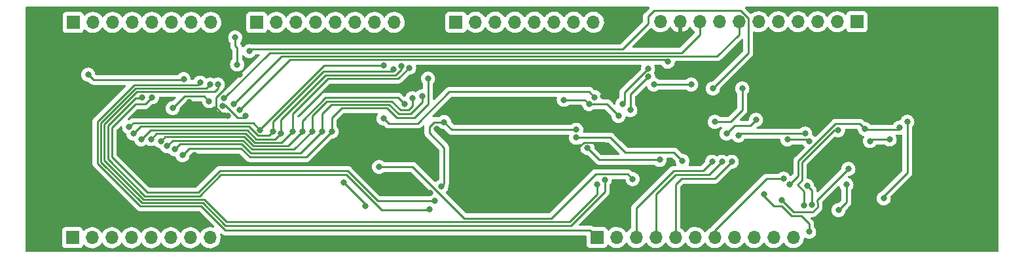
<source format=gbr>
%TF.GenerationSoftware,KiCad,Pcbnew,(6.0.0-0)*%
%TF.CreationDate,2022-01-17T13:46:18-05:00*%
%TF.ProjectId,Control_and_Output,436f6e74-726f-46c5-9f61-6e645f4f7574,rev?*%
%TF.SameCoordinates,Original*%
%TF.FileFunction,Copper,L2,Bot*%
%TF.FilePolarity,Positive*%
%FSLAX46Y46*%
G04 Gerber Fmt 4.6, Leading zero omitted, Abs format (unit mm)*
G04 Created by KiCad (PCBNEW (6.0.0-0)) date 2022-01-17 13:46:18*
%MOMM*%
%LPD*%
G01*
G04 APERTURE LIST*
%TA.AperFunction,ComponentPad*%
%ADD10O,1.700000X1.700000*%
%TD*%
%TA.AperFunction,ComponentPad*%
%ADD11R,1.700000X1.700000*%
%TD*%
%TA.AperFunction,ViaPad*%
%ADD12C,0.800000*%
%TD*%
%TA.AperFunction,Conductor*%
%ADD13C,0.250000*%
%TD*%
G04 APERTURE END LIST*
D10*
%TO.P,J3,11,Pin_11*%
%TO.N,TWOS_COMP*%
X189484000Y-117850000D03*
%TO.P,J3,10,Pin_10*%
%TO.N,OP_MUX_SELECT*%
X186944000Y-117850000D03*
%TO.P,J3,9,Pin_9*%
%TO.N,~{SHIFTER_ROT}*%
X184404000Y-117850000D03*
%TO.P,J3,8,Pin_8*%
%TO.N,~{SHIFTER_ARI}*%
X181864000Y-117850000D03*
%TO.P,J3,7,Pin_7*%
%TO.N,~{SHIFTER_SHR}*%
X179324000Y-117850000D03*
%TO.P,J3,6,Pin_6*%
%TO.N,ADDER_OUT*%
X176784000Y-117850000D03*
%TO.P,J3,5,Pin_5*%
%TO.N,~{XOR}*%
X174244000Y-117850000D03*
%TO.P,J3,4,Pin_4*%
%TO.N,~{OR}*%
X171704000Y-117850000D03*
%TO.P,J3,3,Pin_3*%
%TO.N,~{AND}*%
X169164000Y-117850000D03*
%TO.P,J3,2,Pin_2*%
%TO.N,ADC_SBB*%
X166624000Y-117850000D03*
D11*
%TO.P,J3,1,Pin_1*%
%TO.N,~{SHIFTER_SHL}*%
X164084000Y-117850000D03*
%TD*%
%TO.P,J5,1,Pin_1*%
%TO.N,ALU_FUNC_3*%
X197690000Y-89925000D03*
D10*
%TO.P,J5,2,Pin_2*%
%TO.N,ALU_FUNC_2*%
X195150000Y-89925000D03*
%TO.P,J5,3,Pin_3*%
%TO.N,ALU_FUNC_1*%
X192610000Y-89925000D03*
%TO.P,J5,4,Pin_4*%
%TO.N,ALU_FUNC_0*%
X190070000Y-89925000D03*
%TO.P,J5,5,Pin_5*%
%TO.N,ALU_FUNC_5*%
X187530000Y-89925000D03*
%TO.P,J5,6,Pin_6*%
%TO.N,ALU_FUNC_4*%
X184990000Y-89925000D03*
%TO.P,J5,7,Pin_7*%
%TO.N,~{LATCH_B}*%
X182450000Y-89925000D03*
%TO.P,J5,8,Pin_8*%
%TO.N,~{LATCH_ACCUMULATOR}*%
X179910000Y-89925000D03*
%TO.P,J5,9,Pin_9*%
%TO.N,CLOCK*%
X177370000Y-89925000D03*
%TO.P,J5,10,Pin_10*%
%TO.N,GND*%
X174830000Y-89925000D03*
%TO.P,J5,11,Pin_11*%
%TO.N,VCC*%
X172290000Y-89925000D03*
%TD*%
%TO.P,J1,8,Pin_8*%
%TO.N,A7*%
X114135000Y-90000000D03*
%TO.P,J1,7,Pin_7*%
%TO.N,A6*%
X111595000Y-90000000D03*
%TO.P,J1,6,Pin_6*%
%TO.N,A5*%
X109055000Y-90000000D03*
%TO.P,J1,5,Pin_5*%
%TO.N,A4*%
X106515000Y-90000000D03*
%TO.P,J1,4,Pin_4*%
%TO.N,A3*%
X103975000Y-90000000D03*
%TO.P,J1,3,Pin_3*%
%TO.N,A2*%
X101435000Y-90000000D03*
%TO.P,J1,2,Pin_2*%
%TO.N,A1*%
X98895000Y-90000000D03*
D11*
%TO.P,J1,1,Pin_1*%
%TO.N,A0*%
X96355000Y-90000000D03*
%TD*%
%TO.P,J4,1,Pin_1*%
%TO.N,BUS0*%
X145855000Y-89980000D03*
D10*
%TO.P,J4,2,Pin_2*%
%TO.N,BUS1*%
X148395000Y-89980000D03*
%TO.P,J4,3,Pin_3*%
%TO.N,BUS2*%
X150935000Y-89980000D03*
%TO.P,J4,4,Pin_4*%
%TO.N,BUS3*%
X153475000Y-89980000D03*
%TO.P,J4,5,Pin_5*%
%TO.N,BUS4*%
X156015000Y-89980000D03*
%TO.P,J4,6,Pin_6*%
%TO.N,BUS5*%
X158555000Y-89980000D03*
%TO.P,J4,7,Pin_7*%
%TO.N,BUS6*%
X161095000Y-89980000D03*
%TO.P,J4,8,Pin_8*%
%TO.N,BUS7*%
X163635000Y-89980000D03*
%TD*%
D11*
%TO.P,J2,1,Pin_1*%
%TO.N,B0*%
X120075000Y-90000000D03*
D10*
%TO.P,J2,2,Pin_2*%
%TO.N,B1*%
X122615000Y-90000000D03*
%TO.P,J2,3,Pin_3*%
%TO.N,B2*%
X125155000Y-90000000D03*
%TO.P,J2,4,Pin_4*%
%TO.N,B3*%
X127695000Y-90000000D03*
%TO.P,J2,5,Pin_5*%
%TO.N,B4*%
X130235000Y-90000000D03*
%TO.P,J2,6,Pin_6*%
%TO.N,B5*%
X132775000Y-90000000D03*
%TO.P,J2,7,Pin_7*%
%TO.N,B6*%
X135315000Y-90000000D03*
%TO.P,J2,8,Pin_8*%
%TO.N,B7*%
X137855000Y-90000000D03*
%TD*%
D11*
%TO.P,J6,1,Pin_1*%
%TO.N,Q0*%
X96266000Y-117875000D03*
D10*
%TO.P,J6,2,Pin_2*%
%TO.N,Q1*%
X98806000Y-117875000D03*
%TO.P,J6,3,Pin_3*%
%TO.N,Q2*%
X101346000Y-117875000D03*
%TO.P,J6,4,Pin_4*%
%TO.N,Q3*%
X103886000Y-117875000D03*
%TO.P,J6,5,Pin_5*%
%TO.N,Q4*%
X106426000Y-117875000D03*
%TO.P,J6,6,Pin_6*%
%TO.N,Q5*%
X108966000Y-117875000D03*
%TO.P,J6,7,Pin_7*%
%TO.N,Q6*%
X111506000Y-117875000D03*
%TO.P,J6,8,Pin_8*%
%TO.N,Q7*%
X114046000Y-117875000D03*
%TD*%
D12*
%TO.N,GND*%
X141850000Y-105200000D03*
%TO.N,VCC*%
X161400000Y-103900000D03*
X117300000Y-91950000D03*
X117550000Y-95450000D03*
%TO.N,Net-(U1-Pad6)*%
X118600000Y-102100000D03*
X115650000Y-100800000D03*
%TO.N,GND*%
X163075000Y-97725000D03*
%TO.N,/~{SBB}*%
X175150000Y-107950000D03*
X161400917Y-104925500D03*
%TO.N,/~{ADC}*%
X162850000Y-106250000D03*
X172200000Y-107800000D03*
%TO.N,~{A}*%
X168700000Y-110300000D03*
X135901000Y-108699000D03*
%TO.N,~{ALU_OUT}*%
X163800000Y-99700000D03*
X136500000Y-102450000D03*
%TO.N,VCC*%
X144300000Y-102900000D03*
X143950000Y-111250000D03*
%TO.N,A6*%
X105287299Y-99699299D03*
X142404673Y-114225500D03*
%TO.N,A7*%
X106553000Y-99695000D03*
X143100000Y-113100000D03*
%TO.N,~{LATCH_B}*%
X117094000Y-100584000D03*
%TO.N,CLOCK*%
X115848032Y-99820312D03*
%TO.N,Net-(U1-Pad3)*%
X113923299Y-100198701D03*
X109220000Y-101092000D03*
%TO.N,GND*%
X214884000Y-107696000D03*
X94996000Y-99822000D03*
X193548000Y-106680000D03*
X108966000Y-107950000D03*
X142494000Y-112050000D03*
X110744000Y-110998000D03*
X165862000Y-106426000D03*
X132334000Y-107442000D03*
X143350000Y-103800000D03*
X184150000Y-107442000D03*
X116332000Y-102108000D03*
X111350000Y-100292500D03*
X205486000Y-94488000D03*
X201422000Y-98044000D03*
X201930000Y-106426000D03*
X164846000Y-99568000D03*
X117856000Y-96774000D03*
X157480000Y-106426000D03*
X112014000Y-107188000D03*
X96400000Y-106650000D03*
%TO.N,BUS0*%
X136546701Y-95599989D03*
X120516792Y-103924500D03*
X103585576Y-103562364D03*
%TO.N,BUS1*%
X104140000Y-104394000D03*
X137750000Y-96100000D03*
X122174000Y-104140000D03*
%TO.N,BUS2*%
X123190000Y-104394000D03*
X105150293Y-105150293D03*
X138827815Y-95632488D03*
%TO.N,BUS3*%
X139796270Y-95879674D03*
X124714000Y-104140000D03*
X106422747Y-105114967D03*
%TO.N,BUS4*%
X107685937Y-105402161D03*
X139192000Y-100584000D03*
X125984000Y-104140000D03*
%TO.N,BUS5*%
X108476298Y-106013989D03*
X127254000Y-104140000D03*
X140208000Y-99822000D03*
%TO.N,BUS6*%
X109474000Y-106426000D03*
X128524000Y-104140000D03*
X141478000Y-99568000D03*
%TO.N,BUS7*%
X142240000Y-97271565D03*
X129794000Y-104140000D03*
X110490000Y-107188000D03*
%TO.N,VCC*%
X134112000Y-113792000D03*
X176276000Y-98044000D03*
X131318000Y-110744000D03*
X171450000Y-98044000D03*
X110641934Y-97346978D03*
X98298000Y-96774000D03*
%TO.N,~{LATCH_ACCUMULATOR}*%
X117856000Y-101346000D03*
X173228000Y-95095520D03*
%TO.N,TWOS_COMP*%
X201168000Y-112776000D03*
X204216000Y-102870000D03*
%TO.N,OP_MUX_SELECT*%
X195326000Y-114300000D03*
X196342000Y-110998000D03*
%TO.N,~{SHIFTER_SHR}*%
X188214000Y-110236000D03*
%TO.N,~{SHIFTER_SHL}*%
X112776000Y-97796488D03*
%TO.N,~{SHIFTER_ROT}*%
X191262000Y-111156011D03*
X191871798Y-113646657D03*
%TO.N,~{SHIFTER_ARI}*%
X195250411Y-103970187D03*
X190872909Y-113681690D03*
%TO.N,/~{SUB}*%
X196596000Y-108966000D03*
X187960000Y-113030000D03*
%TO.N,/~{SBB}*%
X185674000Y-112268000D03*
X191516000Y-117094000D03*
%TO.N,/~{INC}*%
X201930000Y-105156000D03*
X199390000Y-105372500D03*
%TO.N,/~{DEC}*%
X198715698Y-103789704D03*
X203200000Y-103632000D03*
X188976000Y-110998000D03*
%TO.N,ALU_FUNC_4*%
X170688000Y-96012000D03*
X167386000Y-100584000D03*
%TO.N,~{INVERT_OUT}*%
X159800809Y-100028360D03*
X163054545Y-100571023D03*
X166878000Y-102108000D03*
%TO.N,~{XOR}*%
X181521000Y-108039000D03*
%TO.N,~{AND}*%
X178981000Y-108039000D03*
%TO.N,~{OR}*%
X180251000Y-108039000D03*
%TO.N,ALU_FUNC_5*%
X168402000Y-101346000D03*
X170692299Y-97032299D03*
%TO.N,/~{SHL}*%
X164084000Y-110998000D03*
X115062000Y-98044000D03*
%TO.N,/~{ASL}*%
X165095701Y-110374500D03*
X114046000Y-98044000D03*
X179324000Y-102870000D03*
X182880000Y-98552000D03*
%TO.N,/~{ROL}*%
X119126000Y-93726000D03*
X182372000Y-104648000D03*
X191008000Y-104394000D03*
X179070000Y-98552000D03*
%TO.N,/~{SHR}*%
X184658000Y-102616000D03*
X180848000Y-104394000D03*
%TO.N,/~{ROR}*%
X191516000Y-105410000D03*
X188722000Y-105156000D03*
%TD*%
D13*
%TO.N,GND*%
X133750000Y-105200000D02*
X132334000Y-106616000D01*
X132334000Y-106616000D02*
X132334000Y-107442000D01*
X141850000Y-105200000D02*
X133750000Y-105200000D01*
%TO.N,VCC*%
X143950000Y-111250000D02*
X144300000Y-110900000D01*
X142400000Y-104300000D02*
X142400000Y-103500000D01*
X142400000Y-103500000D02*
X143000000Y-102900000D01*
X144300000Y-110900000D02*
X144300000Y-106200000D01*
X144300000Y-106200000D02*
X142400000Y-104300000D01*
X143000000Y-102900000D02*
X144300000Y-102900000D01*
X161400000Y-103900000D02*
X145300000Y-103900000D01*
X145300000Y-103900000D02*
X144300000Y-102900000D01*
%TO.N,GND*%
X117856000Y-96774000D02*
X117826000Y-96774000D01*
X117826000Y-96774000D02*
X114850000Y-99750000D01*
X114850000Y-99750000D02*
X114850000Y-101050000D01*
X114850000Y-101050000D02*
X115908000Y-102108000D01*
X115908000Y-102108000D02*
X116332000Y-102108000D01*
X113165500Y-102108000D02*
X111350000Y-100292500D01*
X116332000Y-102108000D02*
X113165500Y-102108000D01*
%TO.N,/~{ADC}*%
X172200000Y-107800000D02*
X164400000Y-107800000D01*
X164400000Y-107800000D02*
X162850000Y-106250000D01*
%TO.N,GND*%
X161499400Y-106426000D02*
X157480000Y-106426000D01*
X165862000Y-106426000D02*
X164961499Y-105525499D01*
X164961499Y-105525499D02*
X162399901Y-105525499D01*
X162399901Y-105525499D02*
X161499400Y-106426000D01*
%TO.N,CLOCK*%
X177370000Y-89925000D02*
X177370000Y-91560000D01*
X177370000Y-91560000D02*
X175008490Y-93921510D01*
X175008490Y-93921510D02*
X121746834Y-93921510D01*
X121746834Y-93921510D02*
X115848032Y-99820312D01*
%TO.N,/~{ROL}*%
X179070000Y-98552000D02*
X183624511Y-93997489D01*
X183624511Y-93997489D02*
X183624511Y-89438501D01*
X170688000Y-89262000D02*
X170688000Y-90170000D01*
X170688000Y-90170000D02*
X167386000Y-93472000D01*
X183624511Y-89438501D02*
X182636010Y-88450000D01*
X182636010Y-88450000D02*
X171500000Y-88450000D01*
X171500000Y-88450000D02*
X170688000Y-89262000D01*
X167386000Y-93472000D02*
X119380000Y-93472000D01*
X119380000Y-93472000D02*
X119126000Y-93726000D01*
%TO.N,~{LATCH_B}*%
X117094000Y-100584000D02*
X123306978Y-94371022D01*
X179638980Y-94371020D02*
X182450000Y-91560000D01*
X182450000Y-91560000D02*
X182450000Y-89925000D01*
X123306978Y-94371022D02*
X179638980Y-94371020D01*
%TO.N,~{SHIFTER_SHR}*%
X179324000Y-117850000D02*
X179324000Y-116930000D01*
X179324000Y-116930000D02*
X186018000Y-110236000D01*
X186018000Y-110236000D02*
X188214000Y-110236000D01*
%TO.N,~{XOR}*%
X181521000Y-108039000D02*
X179324000Y-110236000D01*
X179324000Y-110236000D02*
X175006000Y-110236000D01*
X175006000Y-110236000D02*
X174244000Y-110998000D01*
X174244000Y-110998000D02*
X174244000Y-117850000D01*
%TO.N,~{OR}*%
X180251000Y-108039000D02*
X178562000Y-109728000D01*
X178562000Y-109728000D02*
X174244000Y-109728000D01*
X174244000Y-109728000D02*
X171704000Y-112268000D01*
X171704000Y-112268000D02*
X171704000Y-117850000D01*
%TO.N,~{AND}*%
X178981000Y-108039000D02*
X177800000Y-109220000D01*
X177800000Y-109220000D02*
X173990000Y-109220000D01*
X173990000Y-109220000D02*
X169164000Y-114046000D01*
X169164000Y-114046000D02*
X169164000Y-117850000D01*
%TO.N,~{SHIFTER_SHL}*%
X164084000Y-117850000D02*
X163164000Y-116930000D01*
X104237410Y-98071478D02*
X112501010Y-98071478D01*
X163164000Y-116930000D02*
X116038888Y-116930000D01*
X112501010Y-98071478D02*
X112776000Y-97796488D01*
X112920929Y-113812041D02*
X105046929Y-113812041D01*
X116038888Y-116930000D02*
X112920929Y-113812041D01*
X105046929Y-113812041D02*
X99489469Y-108254581D01*
X99489468Y-102819420D02*
X104237410Y-98071478D01*
X99489469Y-108254581D02*
X99489468Y-102819420D01*
%TO.N,~{LATCH_ACCUMULATOR}*%
X124371628Y-94830372D02*
X172962852Y-94830372D01*
X172962852Y-94830372D02*
X173228000Y-95095520D01*
X117856000Y-101346000D02*
X124371628Y-94830372D01*
%TO.N,A7*%
X101346000Y-103632000D02*
X101346000Y-107442000D01*
X106553000Y-99695000D02*
X105664000Y-100584000D01*
X115316000Y-109220000D02*
X131826000Y-109220000D01*
X131826000Y-109220000D02*
X135706000Y-113100000D01*
X105917999Y-112013999D02*
X112522000Y-112014000D01*
X101346000Y-107442000D02*
X105917999Y-112013999D01*
X112522000Y-112014000D02*
X115316000Y-109220000D01*
X104394000Y-100584000D02*
X101346000Y-103632000D01*
X105664000Y-100584000D02*
X104394000Y-100584000D01*
X135706000Y-113100000D02*
X143100000Y-113100000D01*
%TO.N,VCC*%
X117550000Y-95450000D02*
X117550000Y-93300000D01*
X117550000Y-93300000D02*
X117300000Y-93050000D01*
X117300000Y-93050000D02*
X117300000Y-91950000D01*
%TO.N,BUS0*%
X128808307Y-95599989D02*
X120516792Y-103891504D01*
%TO.N,BUS4*%
X108264629Y-104823469D02*
X107685937Y-105402161D01*
%TO.N,BUS5*%
X118297803Y-105272982D02*
X109217308Y-105272979D01*
X119471863Y-106447042D02*
X118297803Y-105272982D01*
%TO.N,BUS3*%
X118670243Y-104373959D02*
X107163755Y-104373959D01*
%TO.N,BUS2*%
X120030500Y-105098512D02*
X122485488Y-105098512D01*
%TO.N,Net-(U1-Pad6)*%
X115900000Y-100700000D02*
X115750000Y-100700000D01*
X116000000Y-100700000D02*
X117650000Y-102350000D01*
%TO.N,BUS1*%
X104140000Y-104394000D02*
X105059066Y-103474934D01*
%TO.N,Net-(U1-Pad6)*%
X115750000Y-100700000D02*
X115650000Y-100800000D01*
%TO.N,BUS6*%
X109474000Y-106426000D02*
X110177511Y-105722489D01*
%TO.N,BUS5*%
X127254000Y-104140000D02*
X124946958Y-106447042D01*
%TO.N,BUS3*%
X124714000Y-104140000D02*
X123305978Y-105548022D01*
%TO.N,BUS0*%
X120516792Y-103891504D02*
X120516792Y-103924500D01*
%TO.N,BUS4*%
X125984000Y-104140000D02*
X124126468Y-105997532D01*
%TO.N,BUS6*%
X125730000Y-106934000D02*
X128524000Y-104140000D01*
%TO.N,BUS5*%
X109217308Y-105272979D02*
X108476298Y-106013989D01*
%TO.N,BUS2*%
X118856437Y-103924449D02*
X120030500Y-105098512D01*
%TO.N,BUS6*%
X119323117Y-106934000D02*
X125730000Y-106934000D01*
%TO.N,BUS4*%
X124126468Y-105997532D02*
X119658057Y-105997532D01*
%TO.N,Net-(U1-Pad6)*%
X117650000Y-102350000D02*
X118350000Y-102350000D01*
%TO.N,BUS2*%
X105150293Y-105150293D02*
X106376137Y-103924449D01*
%TO.N,BUS1*%
X121664999Y-104649001D02*
X122174000Y-104140000D01*
X119042626Y-103474934D02*
X120216693Y-104649001D01*
%TO.N,BUS3*%
X119844306Y-105548022D02*
X118670243Y-104373959D01*
X123305978Y-105548022D02*
X119844306Y-105548022D01*
%TO.N,BUS7*%
X111350529Y-106327471D02*
X118078518Y-106327471D01*
%TO.N,BUS6*%
X118111610Y-105722493D02*
X119323117Y-106934000D01*
%TO.N,BUS0*%
X136546701Y-95599989D02*
X128808307Y-95599989D01*
%TO.N,BUS5*%
X124946958Y-106447042D02*
X119471863Y-106447042D01*
%TO.N,BUS1*%
X105059066Y-103474934D02*
X119042626Y-103474934D01*
%TO.N,BUS7*%
X118078518Y-106327471D02*
X119193047Y-107442000D01*
%TO.N,BUS2*%
X106376137Y-103924449D02*
X118856437Y-103924449D01*
%TO.N,Net-(U1-Pad6)*%
X116000000Y-100700000D02*
X115900000Y-100700000D01*
%TO.N,BUS3*%
X107163755Y-104373959D02*
X106422747Y-105114967D01*
%TO.N,BUS1*%
X120216693Y-104649001D02*
X121664999Y-104649001D01*
%TO.N,Net-(U1-Pad6)*%
X118600000Y-102100000D02*
X118350000Y-102350000D01*
%TO.N,BUS0*%
X104122513Y-103025427D02*
X119617719Y-103025427D01*
%TO.N,BUS6*%
X110177511Y-105722489D02*
X118111610Y-105722493D01*
%TO.N,BUS2*%
X122485488Y-105098512D02*
X123190000Y-104394000D01*
%TO.N,BUS0*%
X103585576Y-103562364D02*
X104122513Y-103025427D01*
%TO.N,BUS4*%
X119658057Y-105997532D02*
X118483994Y-104823469D01*
%TO.N,BUS7*%
X126492000Y-107442000D02*
X129794000Y-104140000D01*
%TO.N,BUS0*%
X119617719Y-103025427D02*
X120516792Y-103924500D01*
%TO.N,BUS7*%
X119193047Y-107442000D02*
X126492000Y-107442000D01*
%TO.N,BUS4*%
X118483994Y-104823469D02*
X108264629Y-104823469D01*
%TO.N,BUS7*%
X110490000Y-107188000D02*
X111350529Y-106327471D01*
%TO.N,/~{SBB}*%
X165825500Y-104925500D02*
X161400917Y-104925500D01*
X167750000Y-106850000D02*
X165825500Y-104925500D01*
X174050000Y-106850000D02*
X167750000Y-106850000D01*
X175150000Y-107950000D02*
X174050000Y-106850000D01*
%TO.N,GND*%
X164846000Y-99568000D02*
X164846000Y-98596000D01*
X164846000Y-98596000D02*
X163975000Y-97725000D01*
X163975000Y-97725000D02*
X163075000Y-97725000D01*
%TO.N,~{INVERT_OUT}*%
X163054545Y-100571023D02*
X162511882Y-100028360D01*
X162511882Y-100028360D02*
X159800809Y-100028360D01*
%TO.N,/~{ASL}*%
X116018103Y-116273511D02*
X160714194Y-116273510D01*
%TO.N,~{A}*%
X158200000Y-115350000D02*
X163900000Y-109650000D01*
%TO.N,/~{ASL}*%
X113107122Y-113362530D02*
X116018103Y-116273511D01*
X105233123Y-113362531D02*
X113107122Y-113362530D01*
%TO.N,~{A}*%
X140249000Y-108699000D02*
X146900000Y-115350000D01*
%TO.N,/~{ASL}*%
X160714194Y-116273510D02*
X165095701Y-111892003D01*
X113569012Y-98520988D02*
X104423603Y-98520989D01*
X99938980Y-108068388D02*
X105233123Y-113362531D01*
X99938978Y-103005614D02*
X99938980Y-108068388D01*
%TO.N,~{A}*%
X135901000Y-108699000D02*
X140249000Y-108699000D01*
%TO.N,/~{ASL}*%
X114046000Y-98044000D02*
X113569012Y-98520988D01*
X104423603Y-98520989D02*
X99938978Y-103005614D01*
%TO.N,~{A}*%
X146900000Y-115350000D02*
X158200000Y-115350000D01*
X163900000Y-109650000D02*
X168050000Y-109650000D01*
X168050000Y-109650000D02*
X168700000Y-110300000D01*
%TO.N,/~{ASL}*%
X165095701Y-111892003D02*
X165095701Y-110374500D01*
%TO.N,~{INVERT_OUT}*%
X165341023Y-100571023D02*
X163054545Y-100571023D01*
X166878000Y-102108000D02*
X165341023Y-100571023D01*
%TO.N,~{ALU_OUT}*%
X136500000Y-102450000D02*
X137150000Y-103100000D01*
X137150000Y-103100000D02*
X140900000Y-103100000D01*
X140900000Y-103100000D02*
X145000000Y-99000000D01*
X145000000Y-99000000D02*
X163100000Y-99000000D01*
X163100000Y-99000000D02*
X163800000Y-99700000D01*
%TO.N,A6*%
X105164598Y-99822000D02*
X104394000Y-99822000D01*
X105605510Y-112463510D02*
X112708194Y-112463510D01*
X142240000Y-114300000D02*
X142314500Y-114225500D01*
X142314500Y-114225500D02*
X142404673Y-114225500D01*
X115443704Y-109728000D02*
X131698296Y-109728000D01*
X100838000Y-107696000D02*
X105605510Y-112463510D01*
X104394000Y-99822000D02*
X100838000Y-103378000D01*
X112708194Y-112463510D02*
X115443704Y-109728000D01*
X100838000Y-103378000D02*
X100838000Y-107696000D01*
X136270296Y-114300000D02*
X142240000Y-114300000D01*
X131698296Y-109728000D02*
X136270296Y-114300000D01*
X105287299Y-99699299D02*
X105164598Y-99822000D01*
%TO.N,BUS2*%
X123190000Y-104394000D02*
X123190000Y-102616000D01*
X138050099Y-96824501D02*
X138827815Y-96046785D01*
X128981499Y-96824501D02*
X138050099Y-96824501D01*
%TO.N,BUS3*%
X138393944Y-97282000D02*
X139796270Y-95879674D01*
X129286000Y-97282000D02*
X138393944Y-97282000D01*
X124714000Y-104140000D02*
X124714000Y-101854000D01*
X124714000Y-101854000D02*
X129286000Y-97282000D01*
%TO.N,BUS2*%
X123190000Y-102616000D02*
X128981499Y-96824501D01*
X138827815Y-96046785D02*
X138827815Y-95632488D01*
%TO.N,BUS7*%
X140462000Y-102362000D02*
X142240000Y-100584000D01*
X136906000Y-101092000D02*
X138176000Y-102362000D01*
X131064000Y-101092000D02*
X136906000Y-101092000D01*
X129794000Y-104140000D02*
X129794000Y-102362000D01*
X129794000Y-102362000D02*
X131064000Y-101092000D01*
X138176000Y-102362000D02*
X140462000Y-102362000D01*
X142240000Y-100584000D02*
X142240000Y-97271565D01*
%TO.N,BUS1*%
X122174000Y-104140000D02*
X122174000Y-102870000D01*
X137525511Y-96324489D02*
X137750000Y-96100000D01*
X128719511Y-96324489D02*
X137525511Y-96324489D01*
X122174000Y-102870000D02*
X128719511Y-96324489D01*
%TO.N,Net-(U1-Pad3)*%
X113292598Y-99568000D02*
X113923299Y-100198701D01*
X109220000Y-101092000D02*
X110744000Y-99568000D01*
X110744000Y-99568000D02*
X113292598Y-99568000D01*
%TO.N,GND*%
X112014000Y-109728000D02*
X110744000Y-110998000D01*
X112014000Y-107188000D02*
X112014000Y-109728000D01*
X108966000Y-107950000D02*
X108966000Y-109220000D01*
X108966000Y-109220000D02*
X110744000Y-110998000D01*
%TO.N,BUS4*%
X125984000Y-104140000D02*
X125984000Y-102742296D01*
X138351469Y-99743469D02*
X139192000Y-100584000D01*
X128982827Y-99743469D02*
X138351469Y-99743469D01*
X125984000Y-102742296D02*
X128982827Y-99743469D01*
%TO.N,BUS5*%
X139700000Y-101346000D02*
X140208000Y-100838000D01*
X138684000Y-101346000D02*
X139700000Y-101346000D01*
X127254000Y-104140000D02*
X127254000Y-102108000D01*
X127254000Y-102108000D02*
X129169021Y-100192979D01*
X129169021Y-100192979D02*
X137530979Y-100192979D01*
X140208000Y-100838000D02*
X140208000Y-99822000D01*
X137530979Y-100192979D02*
X138684000Y-101346000D01*
%TO.N,BUS6*%
X141478000Y-100330000D02*
X141478000Y-99568000D01*
X137218489Y-100642489D02*
X138430000Y-101854000D01*
X128524000Y-104140000D02*
X128524000Y-101854000D01*
X128524000Y-101854000D02*
X129735511Y-100642489D01*
X129735511Y-100642489D02*
X137218489Y-100642489D01*
X138430000Y-101854000D02*
X139954000Y-101854000D01*
X139954000Y-101854000D02*
X141478000Y-100330000D01*
%TO.N,VCC*%
X98298000Y-96774000D02*
X98960478Y-97436478D01*
X110552434Y-97436478D02*
X110641934Y-97346978D01*
X134112000Y-113538000D02*
X134112000Y-113792000D01*
X98960478Y-97436478D02*
X110552434Y-97436478D01*
X131318000Y-110744000D02*
X134112000Y-113538000D01*
X176276000Y-98044000D02*
X171450000Y-98044000D01*
%TO.N,TWOS_COMP*%
X201168000Y-112522000D02*
X201168000Y-112776000D01*
X204216000Y-109474000D02*
X201168000Y-112522000D01*
X204216000Y-102870000D02*
X204216000Y-109474000D01*
%TO.N,OP_MUX_SELECT*%
X195580000Y-114046000D02*
X195326000Y-114300000D01*
X196342000Y-113284000D02*
X195580000Y-114046000D01*
X196342000Y-110998000D02*
X196342000Y-113284000D01*
%TO.N,~{SHIFTER_ROT}*%
X191871798Y-111765809D02*
X191871798Y-113646657D01*
X191262000Y-111156011D02*
X191871798Y-111765809D01*
%TO.N,~{SHIFTER_ARI}*%
X195250411Y-103970187D02*
X194733813Y-103970187D01*
X190567088Y-108136912D02*
X190567088Y-110431510D01*
X194733813Y-103970187D02*
X190567088Y-108136912D01*
X190872909Y-111878909D02*
X190872909Y-113681690D01*
X190567088Y-110431510D02*
X189996299Y-111002299D01*
X189996299Y-111002299D02*
X190872909Y-111878909D01*
%TO.N,/~{SUB}*%
X192545260Y-113016740D02*
X196596000Y-108966000D01*
X192596299Y-113346558D02*
X192545260Y-113295519D01*
X187960000Y-113030000D02*
X189484000Y-114554000D01*
X191989055Y-114554000D02*
X192596299Y-113946756D01*
X192596299Y-113946756D02*
X192596299Y-113346558D01*
X192545260Y-113295519D02*
X192545260Y-113016740D01*
X189484000Y-114554000D02*
X191989055Y-114554000D01*
%TO.N,/~{SBB}*%
X186944000Y-113792000D02*
X185674000Y-112522000D01*
X190500000Y-115062000D02*
X191516000Y-116078000D01*
X185674000Y-112522000D02*
X185674000Y-112268000D01*
X187960000Y-113792000D02*
X186944000Y-113792000D01*
X189230000Y-115062000D02*
X187960000Y-113792000D01*
X191516000Y-117094000D02*
X191516000Y-116078000D01*
X190500000Y-115062000D02*
X189230000Y-115062000D01*
%TO.N,/~{INC}*%
X201930000Y-105156000D02*
X199606500Y-105156000D01*
X199606500Y-105156000D02*
X199390000Y-105372500D01*
%TO.N,/~{DEC}*%
X198049994Y-103124000D02*
X194944296Y-103124000D01*
X194944296Y-103124000D02*
X190117577Y-107950719D01*
X202946000Y-103886000D02*
X198811994Y-103886000D01*
X198715698Y-103789704D02*
X198049994Y-103124000D01*
X190117577Y-107950719D02*
X190117577Y-109856423D01*
X198811994Y-103886000D02*
X198715698Y-103789704D01*
X190117577Y-109856423D02*
X188976000Y-110998000D01*
X203200000Y-103632000D02*
X202946000Y-103886000D01*
%TO.N,ALU_FUNC_4*%
X167640000Y-100330000D02*
X167386000Y-100584000D01*
X167640000Y-99060000D02*
X167640000Y-100330000D01*
X170688000Y-96012000D02*
X167640000Y-99060000D01*
%TO.N,ALU_FUNC_5*%
X168402000Y-99314000D02*
X170683701Y-97032299D01*
X168402000Y-101346000D02*
X168402000Y-99314000D01*
X170683701Y-97032299D02*
X170692299Y-97032299D01*
%TO.N,/~{SHL}*%
X114643501Y-98970499D02*
X104609797Y-98970499D01*
X115062000Y-98552000D02*
X114643501Y-98970499D01*
X104609797Y-98970499D02*
X100388489Y-103191807D01*
X100388489Y-103191807D02*
X100388490Y-107882194D01*
X116204296Y-115824000D02*
X160528000Y-115824000D01*
X105419316Y-112913020D02*
X113293316Y-112913020D01*
X115062000Y-98044000D02*
X115062000Y-98552000D01*
X100388490Y-107882194D02*
X105419316Y-112913020D01*
X113293316Y-112913020D02*
X116204296Y-115824000D01*
X164084000Y-112268000D02*
X164084000Y-110998000D01*
X160528000Y-115824000D02*
X164084000Y-112268000D01*
%TO.N,/~{ASL}*%
X179324000Y-102870000D02*
X181356000Y-102870000D01*
X181356000Y-102870000D02*
X182880000Y-101346000D01*
X182880000Y-101346000D02*
X182880000Y-98552000D01*
%TO.N,/~{ROL}*%
X191008000Y-104394000D02*
X182626000Y-104394000D01*
X182626000Y-104394000D02*
X182372000Y-104648000D01*
%TO.N,/~{SHR}*%
X183896000Y-103378000D02*
X184658000Y-102616000D01*
X180848000Y-104394000D02*
X181864000Y-103378000D01*
X181864000Y-103378000D02*
X183896000Y-103378000D01*
%TO.N,/~{ROR}*%
X188722000Y-105156000D02*
X191262000Y-105156000D01*
X191262000Y-105156000D02*
X191516000Y-105410000D01*
%TD*%
%TA.AperFunction,Conductor*%
%TO.N,GND*%
G36*
X170836026Y-88002002D02*
G01*
X170882519Y-88055658D01*
X170892623Y-88125932D01*
X170863129Y-88190512D01*
X170857000Y-88197095D01*
X170295747Y-88758348D01*
X170287461Y-88765888D01*
X170280982Y-88770000D01*
X170275557Y-88775777D01*
X170234357Y-88819651D01*
X170231602Y-88822493D01*
X170211865Y-88842230D01*
X170209385Y-88845427D01*
X170201682Y-88854447D01*
X170171414Y-88886679D01*
X170167595Y-88893625D01*
X170167593Y-88893628D01*
X170161652Y-88904434D01*
X170150801Y-88920953D01*
X170138386Y-88936959D01*
X170135241Y-88944228D01*
X170135238Y-88944232D01*
X170120826Y-88977537D01*
X170115609Y-88988187D01*
X170094305Y-89026940D01*
X170092334Y-89034615D01*
X170092334Y-89034616D01*
X170089267Y-89046562D01*
X170082863Y-89065266D01*
X170074819Y-89083855D01*
X170073580Y-89091678D01*
X170073577Y-89091688D01*
X170067901Y-89127524D01*
X170065495Y-89139144D01*
X170056901Y-89172617D01*
X170054500Y-89181970D01*
X170054500Y-89202224D01*
X170052949Y-89221934D01*
X170049780Y-89241943D01*
X170050526Y-89249835D01*
X170053941Y-89285961D01*
X170054500Y-89297819D01*
X170054500Y-89855405D01*
X170034498Y-89923526D01*
X170017595Y-89944500D01*
X167160500Y-92801595D01*
X167098188Y-92835621D01*
X167071405Y-92838500D01*
X119458767Y-92838500D01*
X119447584Y-92837973D01*
X119440091Y-92836298D01*
X119432165Y-92836547D01*
X119432164Y-92836547D01*
X119372014Y-92838438D01*
X119368055Y-92838500D01*
X119340144Y-92838500D01*
X119340144Y-92838368D01*
X119308842Y-92836068D01*
X119221487Y-92817500D01*
X119030513Y-92817500D01*
X119024061Y-92818872D01*
X119024056Y-92818872D01*
X118949537Y-92834712D01*
X118843712Y-92857206D01*
X118837682Y-92859891D01*
X118837681Y-92859891D01*
X118675278Y-92932197D01*
X118675276Y-92932198D01*
X118669248Y-92934882D01*
X118663907Y-92938762D01*
X118663906Y-92938763D01*
X118639321Y-92956625D01*
X118514747Y-93047134D01*
X118386960Y-93189056D01*
X118386035Y-93188223D01*
X118335231Y-93227398D01*
X118264495Y-93233473D01*
X118201704Y-93200341D01*
X118168770Y-93143549D01*
X118168474Y-93141203D01*
X118152194Y-93100086D01*
X118148359Y-93088885D01*
X118136018Y-93046406D01*
X118131985Y-93039587D01*
X118131983Y-93039582D01*
X118125707Y-93028971D01*
X118117010Y-93011221D01*
X118109552Y-92992383D01*
X118102803Y-92983093D01*
X118083572Y-92956625D01*
X118077053Y-92946701D01*
X118058578Y-92915460D01*
X118058574Y-92915455D01*
X118054542Y-92908637D01*
X118040218Y-92894313D01*
X118027376Y-92879278D01*
X118015472Y-92862893D01*
X117981406Y-92834711D01*
X117972627Y-92826722D01*
X117970405Y-92824500D01*
X117936379Y-92762188D01*
X117933500Y-92735405D01*
X117933500Y-92652524D01*
X117953502Y-92584403D01*
X117965858Y-92568221D01*
X118039040Y-92486944D01*
X118134527Y-92321556D01*
X118193542Y-92139928D01*
X118202784Y-92052000D01*
X118212814Y-91956565D01*
X118213504Y-91950000D01*
X118201839Y-91839017D01*
X118194232Y-91766635D01*
X118194232Y-91766633D01*
X118193542Y-91760072D01*
X118134527Y-91578444D01*
X118110049Y-91536046D01*
X118042341Y-91418774D01*
X118039040Y-91413056D01*
X117992677Y-91361564D01*
X117915675Y-91276045D01*
X117915674Y-91276044D01*
X117911253Y-91271134D01*
X117769153Y-91167892D01*
X117762094Y-91162763D01*
X117762093Y-91162762D01*
X117756752Y-91158882D01*
X117750724Y-91156198D01*
X117750722Y-91156197D01*
X117588319Y-91083891D01*
X117588318Y-91083891D01*
X117582288Y-91081206D01*
X117488887Y-91061353D01*
X117401944Y-91042872D01*
X117401939Y-91042872D01*
X117395487Y-91041500D01*
X117204513Y-91041500D01*
X117198061Y-91042872D01*
X117198056Y-91042872D01*
X117111113Y-91061353D01*
X117017712Y-91081206D01*
X117011682Y-91083891D01*
X117011681Y-91083891D01*
X116849278Y-91156197D01*
X116849276Y-91156198D01*
X116843248Y-91158882D01*
X116837907Y-91162762D01*
X116837906Y-91162763D01*
X116830847Y-91167892D01*
X116688747Y-91271134D01*
X116684326Y-91276044D01*
X116684325Y-91276045D01*
X116607324Y-91361564D01*
X116560960Y-91413056D01*
X116557659Y-91418774D01*
X116489952Y-91536046D01*
X116465473Y-91578444D01*
X116406458Y-91760072D01*
X116405768Y-91766633D01*
X116405768Y-91766635D01*
X116398161Y-91839017D01*
X116386496Y-91950000D01*
X116387186Y-91956565D01*
X116397217Y-92052000D01*
X116406458Y-92139928D01*
X116465473Y-92321556D01*
X116560960Y-92486944D01*
X116634137Y-92568215D01*
X116664853Y-92632221D01*
X116666500Y-92652524D01*
X116666500Y-92971233D01*
X116665973Y-92982416D01*
X116664298Y-92989909D01*
X116664547Y-92997835D01*
X116664547Y-92997836D01*
X116666438Y-93057986D01*
X116666500Y-93061945D01*
X116666500Y-93089856D01*
X116666997Y-93093790D01*
X116666997Y-93093791D01*
X116667005Y-93093856D01*
X116667938Y-93105693D01*
X116669327Y-93149889D01*
X116674978Y-93169339D01*
X116678987Y-93188700D01*
X116680429Y-93200110D01*
X116681526Y-93208797D01*
X116684445Y-93216168D01*
X116684445Y-93216170D01*
X116697804Y-93249912D01*
X116701649Y-93261142D01*
X116713982Y-93303593D01*
X116718015Y-93310412D01*
X116718017Y-93310417D01*
X116724293Y-93321028D01*
X116732988Y-93338776D01*
X116740448Y-93357617D01*
X116745110Y-93364033D01*
X116745110Y-93364034D01*
X116766436Y-93393387D01*
X116772952Y-93403307D01*
X116795458Y-93441362D01*
X116809779Y-93455683D01*
X116822619Y-93470716D01*
X116834528Y-93487107D01*
X116840634Y-93492158D01*
X116868605Y-93515298D01*
X116877384Y-93523288D01*
X116879595Y-93525499D01*
X116913621Y-93587811D01*
X116916500Y-93614594D01*
X116916500Y-94747476D01*
X116896498Y-94815597D01*
X116884142Y-94831779D01*
X116810960Y-94913056D01*
X116715473Y-95078444D01*
X116656458Y-95260072D01*
X116636496Y-95450000D01*
X116637186Y-95456565D01*
X116655674Y-95632464D01*
X116656458Y-95639928D01*
X116715473Y-95821556D01*
X116718776Y-95827278D01*
X116718777Y-95827279D01*
X116750807Y-95882757D01*
X116810960Y-95986944D01*
X116815378Y-95991851D01*
X116815379Y-95991852D01*
X116912796Y-96100045D01*
X116938747Y-96128866D01*
X117093248Y-96241118D01*
X117099276Y-96243802D01*
X117099278Y-96243803D01*
X117128814Y-96256953D01*
X117267712Y-96318794D01*
X117361112Y-96338647D01*
X117448056Y-96357128D01*
X117448061Y-96357128D01*
X117454513Y-96358500D01*
X117645487Y-96358500D01*
X117651939Y-96357128D01*
X117651944Y-96357128D01*
X117738888Y-96338647D01*
X117832288Y-96318794D01*
X117971186Y-96256953D01*
X118000722Y-96243803D01*
X118000724Y-96243802D01*
X118006752Y-96241118D01*
X118161253Y-96128866D01*
X118187204Y-96100045D01*
X118284621Y-95991852D01*
X118284622Y-95991851D01*
X118289040Y-95986944D01*
X118349193Y-95882757D01*
X118381223Y-95827279D01*
X118381224Y-95827278D01*
X118384527Y-95821556D01*
X118443542Y-95639928D01*
X118444327Y-95632464D01*
X118462814Y-95456565D01*
X118463504Y-95450000D01*
X118443542Y-95260072D01*
X118384527Y-95078444D01*
X118289040Y-94913056D01*
X118215863Y-94831785D01*
X118185147Y-94767779D01*
X118183500Y-94747476D01*
X118183500Y-94365219D01*
X118203502Y-94297098D01*
X118257158Y-94250605D01*
X118327432Y-94240501D01*
X118392012Y-94269995D01*
X118403134Y-94280907D01*
X118514747Y-94404866D01*
X118535661Y-94420061D01*
X118647265Y-94501146D01*
X118669248Y-94517118D01*
X118675276Y-94519802D01*
X118675278Y-94519803D01*
X118754355Y-94555010D01*
X118843712Y-94594794D01*
X118937113Y-94614647D01*
X119024056Y-94633128D01*
X119024061Y-94633128D01*
X119030513Y-94634500D01*
X119221487Y-94634500D01*
X119227939Y-94633128D01*
X119227944Y-94633128D01*
X119314887Y-94614647D01*
X119408288Y-94594794D01*
X119497645Y-94555010D01*
X119576722Y-94519803D01*
X119576724Y-94519802D01*
X119582752Y-94517118D01*
X119604736Y-94501146D01*
X119716339Y-94420061D01*
X119737253Y-94404866D01*
X119852829Y-94276506D01*
X119860621Y-94267852D01*
X119860622Y-94267851D01*
X119865040Y-94262944D01*
X119919569Y-94168498D01*
X119970951Y-94119506D01*
X120028687Y-94105500D01*
X120362750Y-94105500D01*
X120430871Y-94125502D01*
X120477364Y-94179158D01*
X120487468Y-94249432D01*
X120457974Y-94314012D01*
X120451846Y-94320594D01*
X118117419Y-96655020D01*
X115897532Y-98874907D01*
X115835220Y-98908933D01*
X115808437Y-98911812D01*
X115788383Y-98911812D01*
X115720262Y-98891810D01*
X115673769Y-98838154D01*
X115663665Y-98767880D01*
X115672746Y-98735773D01*
X115674838Y-98730938D01*
X115696833Y-98696678D01*
X115801040Y-98580944D01*
X115882156Y-98440448D01*
X115893223Y-98421279D01*
X115893224Y-98421278D01*
X115896527Y-98415556D01*
X115955542Y-98233928D01*
X115957464Y-98215646D01*
X115974814Y-98050565D01*
X115975504Y-98044000D01*
X115971263Y-98003646D01*
X115956232Y-97860635D01*
X115956232Y-97860633D01*
X115955542Y-97854072D01*
X115896527Y-97672444D01*
X115801040Y-97507056D01*
X115755744Y-97456749D01*
X115677675Y-97370045D01*
X115677674Y-97370044D01*
X115673253Y-97365134D01*
X115531737Y-97262316D01*
X115524094Y-97256763D01*
X115524093Y-97256762D01*
X115518752Y-97252882D01*
X115512724Y-97250198D01*
X115512722Y-97250197D01*
X115350319Y-97177891D01*
X115350318Y-97177891D01*
X115344288Y-97175206D01*
X115229336Y-97150772D01*
X115163944Y-97136872D01*
X115163939Y-97136872D01*
X115157487Y-97135500D01*
X114966513Y-97135500D01*
X114960061Y-97136872D01*
X114960056Y-97136872D01*
X114894664Y-97150772D01*
X114779712Y-97175206D01*
X114605248Y-97252882D01*
X114534882Y-97262316D01*
X114502753Y-97252882D01*
X114502752Y-97252882D01*
X114328288Y-97175206D01*
X114213336Y-97150772D01*
X114147944Y-97136872D01*
X114147939Y-97136872D01*
X114141487Y-97135500D01*
X113950513Y-97135500D01*
X113944061Y-97136872D01*
X113944056Y-97136872D01*
X113878664Y-97150772D01*
X113763712Y-97175206D01*
X113757682Y-97177891D01*
X113757681Y-97177891D01*
X113615623Y-97241139D01*
X113545256Y-97250573D01*
X113480959Y-97220466D01*
X113470738Y-97210342D01*
X113391675Y-97122533D01*
X113391674Y-97122532D01*
X113387253Y-97117622D01*
X113287945Y-97045470D01*
X113238094Y-97009251D01*
X113238093Y-97009250D01*
X113232752Y-97005370D01*
X113226724Y-97002686D01*
X113226722Y-97002685D01*
X113064319Y-96930379D01*
X113064318Y-96930379D01*
X113058288Y-96927694D01*
X112964888Y-96907841D01*
X112877944Y-96889360D01*
X112877939Y-96889360D01*
X112871487Y-96887988D01*
X112680513Y-96887988D01*
X112674061Y-96889360D01*
X112674056Y-96889360D01*
X112587112Y-96907841D01*
X112493712Y-96927694D01*
X112487682Y-96930379D01*
X112487681Y-96930379D01*
X112325278Y-97002685D01*
X112325276Y-97002686D01*
X112319248Y-97005370D01*
X112313907Y-97009250D01*
X112313906Y-97009251D01*
X112264055Y-97045470D01*
X112164747Y-97117622D01*
X112160326Y-97122532D01*
X112160325Y-97122533D01*
X112045038Y-97250573D01*
X112036960Y-97259544D01*
X111999083Y-97325149D01*
X111970314Y-97374978D01*
X111918931Y-97423971D01*
X111861195Y-97437978D01*
X111678454Y-97437978D01*
X111610333Y-97417976D01*
X111563840Y-97364320D01*
X111553144Y-97325149D01*
X111536166Y-97163613D01*
X111536166Y-97163611D01*
X111535476Y-97157050D01*
X111476461Y-96975422D01*
X111380974Y-96810034D01*
X111363884Y-96791053D01*
X111257609Y-96673023D01*
X111257608Y-96673022D01*
X111253187Y-96668112D01*
X111149390Y-96592699D01*
X111104028Y-96559741D01*
X111104027Y-96559740D01*
X111098686Y-96555860D01*
X111092658Y-96553176D01*
X111092656Y-96553175D01*
X110930253Y-96480869D01*
X110930252Y-96480869D01*
X110924222Y-96478184D01*
X110817150Y-96455425D01*
X110743878Y-96439850D01*
X110743873Y-96439850D01*
X110737421Y-96438478D01*
X110546447Y-96438478D01*
X110539995Y-96439850D01*
X110539990Y-96439850D01*
X110466718Y-96455425D01*
X110359646Y-96478184D01*
X110353616Y-96480869D01*
X110353615Y-96480869D01*
X110191212Y-96553175D01*
X110191210Y-96553176D01*
X110185182Y-96555860D01*
X110179841Y-96559740D01*
X110179840Y-96559741D01*
X110134478Y-96592699D01*
X110030681Y-96668112D01*
X109965648Y-96740339D01*
X109946785Y-96761288D01*
X109886339Y-96798528D01*
X109853149Y-96802978D01*
X99328001Y-96802978D01*
X99259880Y-96782976D01*
X99213387Y-96729320D01*
X99202691Y-96690149D01*
X99192232Y-96590634D01*
X99192231Y-96590631D01*
X99191542Y-96584072D01*
X99132527Y-96402444D01*
X99109792Y-96363065D01*
X99085024Y-96320166D01*
X99037040Y-96237056D01*
X99011064Y-96208206D01*
X98913675Y-96100045D01*
X98913674Y-96100044D01*
X98909253Y-96095134D01*
X98794829Y-96012000D01*
X98760094Y-95986763D01*
X98760093Y-95986762D01*
X98754752Y-95982882D01*
X98748724Y-95980198D01*
X98748722Y-95980197D01*
X98586319Y-95907891D01*
X98586318Y-95907891D01*
X98580288Y-95905206D01*
X98486888Y-95885353D01*
X98399944Y-95866872D01*
X98399939Y-95866872D01*
X98393487Y-95865500D01*
X98202513Y-95865500D01*
X98196061Y-95866872D01*
X98196056Y-95866872D01*
X98109112Y-95885353D01*
X98015712Y-95905206D01*
X98009682Y-95907891D01*
X98009681Y-95907891D01*
X97847278Y-95980197D01*
X97847276Y-95980198D01*
X97841248Y-95982882D01*
X97835907Y-95986762D01*
X97835906Y-95986763D01*
X97801171Y-96012000D01*
X97686747Y-96095134D01*
X97682326Y-96100044D01*
X97682325Y-96100045D01*
X97584937Y-96208206D01*
X97558960Y-96237056D01*
X97510976Y-96320166D01*
X97486209Y-96363065D01*
X97463473Y-96402444D01*
X97404458Y-96584072D01*
X97384496Y-96774000D01*
X97404458Y-96963928D01*
X97463473Y-97145556D01*
X97466776Y-97151278D01*
X97466777Y-97151279D01*
X97479799Y-97173834D01*
X97558960Y-97310944D01*
X97563378Y-97315851D01*
X97563379Y-97315852D01*
X97655332Y-97417976D01*
X97686747Y-97452866D01*
X97841248Y-97565118D01*
X97847276Y-97567802D01*
X97847278Y-97567803D01*
X97934407Y-97606595D01*
X98015712Y-97642794D01*
X98109113Y-97662647D01*
X98196056Y-97681128D01*
X98196061Y-97681128D01*
X98202513Y-97682500D01*
X98258406Y-97682500D01*
X98326527Y-97702502D01*
X98347501Y-97719405D01*
X98456821Y-97828725D01*
X98464365Y-97837015D01*
X98468478Y-97843496D01*
X98474255Y-97848921D01*
X98518145Y-97890136D01*
X98520987Y-97892891D01*
X98540708Y-97912612D01*
X98543903Y-97915090D01*
X98552925Y-97922796D01*
X98585157Y-97953064D01*
X98592106Y-97956884D01*
X98602910Y-97962824D01*
X98619434Y-97973677D01*
X98635437Y-97986091D01*
X98676021Y-98003654D01*
X98686651Y-98008861D01*
X98725418Y-98030173D01*
X98733095Y-98032144D01*
X98733100Y-98032146D01*
X98745036Y-98035210D01*
X98763744Y-98041615D01*
X98782333Y-98049659D01*
X98790158Y-98050898D01*
X98790160Y-98050899D01*
X98825997Y-98056575D01*
X98837618Y-98058982D01*
X98872767Y-98068006D01*
X98880448Y-98069978D01*
X98900709Y-98069978D01*
X98920418Y-98071529D01*
X98940421Y-98074697D01*
X98948313Y-98073951D01*
X98953540Y-98073457D01*
X98984432Y-98070537D01*
X98996289Y-98069978D01*
X103038816Y-98069978D01*
X103106937Y-98089980D01*
X103153430Y-98143636D01*
X103163534Y-98213910D01*
X103134040Y-98278490D01*
X103127912Y-98285072D01*
X101112101Y-100300882D01*
X99097215Y-102315768D01*
X99088929Y-102323308D01*
X99082450Y-102327420D01*
X99077025Y-102333197D01*
X99035825Y-102377071D01*
X99033070Y-102379913D01*
X99013333Y-102399650D01*
X99010853Y-102402847D01*
X99003150Y-102411867D01*
X98972882Y-102444099D01*
X98969063Y-102451045D01*
X98969061Y-102451048D01*
X98963120Y-102461854D01*
X98952269Y-102478373D01*
X98939854Y-102494379D01*
X98936709Y-102501648D01*
X98936706Y-102501652D01*
X98922294Y-102534957D01*
X98917077Y-102545607D01*
X98895773Y-102584360D01*
X98891612Y-102600568D01*
X98890735Y-102603982D01*
X98884331Y-102622686D01*
X98879793Y-102633174D01*
X98876287Y-102641275D01*
X98875048Y-102649098D01*
X98875045Y-102649108D01*
X98869369Y-102684944D01*
X98866963Y-102696564D01*
X98857940Y-102731709D01*
X98855968Y-102739390D01*
X98855968Y-102759644D01*
X98854417Y-102779354D01*
X98851248Y-102799363D01*
X98851994Y-102807255D01*
X98855409Y-102843381D01*
X98855968Y-102855239D01*
X98855969Y-105516794D01*
X98855969Y-108175814D01*
X98855442Y-108186997D01*
X98853767Y-108194490D01*
X98854016Y-108202416D01*
X98854016Y-108202417D01*
X98855907Y-108262567D01*
X98855969Y-108266526D01*
X98855969Y-108294437D01*
X98856466Y-108298371D01*
X98856466Y-108298372D01*
X98856474Y-108298437D01*
X98857407Y-108310274D01*
X98858796Y-108354470D01*
X98864004Y-108372396D01*
X98864447Y-108373920D01*
X98868456Y-108393281D01*
X98870995Y-108413378D01*
X98873914Y-108420749D01*
X98873914Y-108420751D01*
X98887273Y-108454493D01*
X98891118Y-108465723D01*
X98897283Y-108486944D01*
X98903451Y-108508174D01*
X98907484Y-108514993D01*
X98907486Y-108514998D01*
X98913762Y-108525609D01*
X98922457Y-108543357D01*
X98929917Y-108562198D01*
X98934579Y-108568614D01*
X98934579Y-108568615D01*
X98955905Y-108597968D01*
X98962421Y-108607888D01*
X98980241Y-108638019D01*
X98984927Y-108645943D01*
X98999248Y-108660264D01*
X99012088Y-108675297D01*
X99023997Y-108691688D01*
X99047849Y-108711420D01*
X99058074Y-108719879D01*
X99066853Y-108727869D01*
X104543272Y-114204288D01*
X104550816Y-114212578D01*
X104554929Y-114219059D01*
X104560706Y-114224484D01*
X104604596Y-114265699D01*
X104607438Y-114268454D01*
X104627159Y-114288175D01*
X104630354Y-114290653D01*
X104639376Y-114298359D01*
X104641992Y-114300816D01*
X104671608Y-114328627D01*
X104678557Y-114332447D01*
X104689361Y-114338387D01*
X104705885Y-114349240D01*
X104721888Y-114361654D01*
X104762472Y-114379217D01*
X104773102Y-114384424D01*
X104811869Y-114405736D01*
X104819546Y-114407707D01*
X104819551Y-114407709D01*
X104831487Y-114410773D01*
X104850195Y-114417178D01*
X104868784Y-114425222D01*
X104876612Y-114426462D01*
X104876619Y-114426464D01*
X104912453Y-114432140D01*
X104924073Y-114434546D01*
X104959218Y-114443569D01*
X104966899Y-114445541D01*
X104987153Y-114445541D01*
X105006863Y-114447092D01*
X105026872Y-114450261D01*
X105034764Y-114449515D01*
X105070890Y-114446100D01*
X105082748Y-114445541D01*
X112606335Y-114445541D01*
X112674456Y-114465543D01*
X112695430Y-114482446D01*
X114582370Y-116369387D01*
X114616396Y-116431699D01*
X114611331Y-116502515D01*
X114568784Y-116559350D01*
X114502264Y-116584161D01*
X114451216Y-116577255D01*
X114428966Y-116569376D01*
X114399087Y-116558795D01*
X114399083Y-116558794D01*
X114394212Y-116557069D01*
X114389119Y-116556162D01*
X114389116Y-116556161D01*
X114179373Y-116518800D01*
X114179367Y-116518799D01*
X114174284Y-116517894D01*
X114100452Y-116516992D01*
X113956081Y-116515228D01*
X113956079Y-116515228D01*
X113950911Y-116515165D01*
X113730091Y-116548955D01*
X113517756Y-116618357D01*
X113319607Y-116721507D01*
X113315474Y-116724610D01*
X113315471Y-116724612D01*
X113145100Y-116852530D01*
X113140965Y-116855635D01*
X113093035Y-116905791D01*
X113010520Y-116992138D01*
X112986629Y-117017138D01*
X112879201Y-117174621D01*
X112824293Y-117219621D01*
X112753768Y-117227792D01*
X112690021Y-117196538D01*
X112669324Y-117172054D01*
X112588822Y-117047617D01*
X112588820Y-117047614D01*
X112586014Y-117043277D01*
X112435670Y-116878051D01*
X112431619Y-116874852D01*
X112431615Y-116874848D01*
X112264414Y-116742800D01*
X112264410Y-116742798D01*
X112260359Y-116739598D01*
X112240665Y-116728726D01*
X112182299Y-116696507D01*
X112064789Y-116631638D01*
X112059920Y-116629914D01*
X112059916Y-116629912D01*
X111859087Y-116558795D01*
X111859083Y-116558794D01*
X111854212Y-116557069D01*
X111849119Y-116556162D01*
X111849116Y-116556161D01*
X111639373Y-116518800D01*
X111639367Y-116518799D01*
X111634284Y-116517894D01*
X111560452Y-116516992D01*
X111416081Y-116515228D01*
X111416079Y-116515228D01*
X111410911Y-116515165D01*
X111190091Y-116548955D01*
X110977756Y-116618357D01*
X110779607Y-116721507D01*
X110775474Y-116724610D01*
X110775471Y-116724612D01*
X110605100Y-116852530D01*
X110600965Y-116855635D01*
X110553035Y-116905791D01*
X110470520Y-116992138D01*
X110446629Y-117017138D01*
X110339201Y-117174621D01*
X110284293Y-117219621D01*
X110213768Y-117227792D01*
X110150021Y-117196538D01*
X110129324Y-117172054D01*
X110048822Y-117047617D01*
X110048820Y-117047614D01*
X110046014Y-117043277D01*
X109895670Y-116878051D01*
X109891619Y-116874852D01*
X109891615Y-116874848D01*
X109724414Y-116742800D01*
X109724410Y-116742798D01*
X109720359Y-116739598D01*
X109700665Y-116728726D01*
X109642299Y-116696507D01*
X109524789Y-116631638D01*
X109519920Y-116629914D01*
X109519916Y-116629912D01*
X109319087Y-116558795D01*
X109319083Y-116558794D01*
X109314212Y-116557069D01*
X109309119Y-116556162D01*
X109309116Y-116556161D01*
X109099373Y-116518800D01*
X109099367Y-116518799D01*
X109094284Y-116517894D01*
X109020452Y-116516992D01*
X108876081Y-116515228D01*
X108876079Y-116515228D01*
X108870911Y-116515165D01*
X108650091Y-116548955D01*
X108437756Y-116618357D01*
X108239607Y-116721507D01*
X108235474Y-116724610D01*
X108235471Y-116724612D01*
X108065100Y-116852530D01*
X108060965Y-116855635D01*
X108013035Y-116905791D01*
X107930520Y-116992138D01*
X107906629Y-117017138D01*
X107799201Y-117174621D01*
X107744293Y-117219621D01*
X107673768Y-117227792D01*
X107610021Y-117196538D01*
X107589324Y-117172054D01*
X107508822Y-117047617D01*
X107508820Y-117047614D01*
X107506014Y-117043277D01*
X107355670Y-116878051D01*
X107351619Y-116874852D01*
X107351615Y-116874848D01*
X107184414Y-116742800D01*
X107184410Y-116742798D01*
X107180359Y-116739598D01*
X107160665Y-116728726D01*
X107102299Y-116696507D01*
X106984789Y-116631638D01*
X106979920Y-116629914D01*
X106979916Y-116629912D01*
X106779087Y-116558795D01*
X106779083Y-116558794D01*
X106774212Y-116557069D01*
X106769119Y-116556162D01*
X106769116Y-116556161D01*
X106559373Y-116518800D01*
X106559367Y-116518799D01*
X106554284Y-116517894D01*
X106480452Y-116516992D01*
X106336081Y-116515228D01*
X106336079Y-116515228D01*
X106330911Y-116515165D01*
X106110091Y-116548955D01*
X105897756Y-116618357D01*
X105699607Y-116721507D01*
X105695474Y-116724610D01*
X105695471Y-116724612D01*
X105525100Y-116852530D01*
X105520965Y-116855635D01*
X105473035Y-116905791D01*
X105390520Y-116992138D01*
X105366629Y-117017138D01*
X105259201Y-117174621D01*
X105204293Y-117219621D01*
X105133768Y-117227792D01*
X105070021Y-117196538D01*
X105049324Y-117172054D01*
X104968822Y-117047617D01*
X104968820Y-117047614D01*
X104966014Y-117043277D01*
X104815670Y-116878051D01*
X104811619Y-116874852D01*
X104811615Y-116874848D01*
X104644414Y-116742800D01*
X104644410Y-116742798D01*
X104640359Y-116739598D01*
X104620665Y-116728726D01*
X104562299Y-116696507D01*
X104444789Y-116631638D01*
X104439920Y-116629914D01*
X104439916Y-116629912D01*
X104239087Y-116558795D01*
X104239083Y-116558794D01*
X104234212Y-116557069D01*
X104229119Y-116556162D01*
X104229116Y-116556161D01*
X104019373Y-116518800D01*
X104019367Y-116518799D01*
X104014284Y-116517894D01*
X103940452Y-116516992D01*
X103796081Y-116515228D01*
X103796079Y-116515228D01*
X103790911Y-116515165D01*
X103570091Y-116548955D01*
X103357756Y-116618357D01*
X103159607Y-116721507D01*
X103155474Y-116724610D01*
X103155471Y-116724612D01*
X102985100Y-116852530D01*
X102980965Y-116855635D01*
X102933035Y-116905791D01*
X102850520Y-116992138D01*
X102826629Y-117017138D01*
X102719201Y-117174621D01*
X102664293Y-117219621D01*
X102593768Y-117227792D01*
X102530021Y-117196538D01*
X102509324Y-117172054D01*
X102428822Y-117047617D01*
X102428820Y-117047614D01*
X102426014Y-117043277D01*
X102275670Y-116878051D01*
X102271619Y-116874852D01*
X102271615Y-116874848D01*
X102104414Y-116742800D01*
X102104410Y-116742798D01*
X102100359Y-116739598D01*
X102080665Y-116728726D01*
X102022299Y-116696507D01*
X101904789Y-116631638D01*
X101899920Y-116629914D01*
X101899916Y-116629912D01*
X101699087Y-116558795D01*
X101699083Y-116558794D01*
X101694212Y-116557069D01*
X101689119Y-116556162D01*
X101689116Y-116556161D01*
X101479373Y-116518800D01*
X101479367Y-116518799D01*
X101474284Y-116517894D01*
X101400452Y-116516992D01*
X101256081Y-116515228D01*
X101256079Y-116515228D01*
X101250911Y-116515165D01*
X101030091Y-116548955D01*
X100817756Y-116618357D01*
X100619607Y-116721507D01*
X100615474Y-116724610D01*
X100615471Y-116724612D01*
X100445100Y-116852530D01*
X100440965Y-116855635D01*
X100393035Y-116905791D01*
X100310520Y-116992138D01*
X100286629Y-117017138D01*
X100179201Y-117174621D01*
X100124293Y-117219621D01*
X100053768Y-117227792D01*
X99990021Y-117196538D01*
X99969324Y-117172054D01*
X99888822Y-117047617D01*
X99888820Y-117047614D01*
X99886014Y-117043277D01*
X99735670Y-116878051D01*
X99731619Y-116874852D01*
X99731615Y-116874848D01*
X99564414Y-116742800D01*
X99564410Y-116742798D01*
X99560359Y-116739598D01*
X99540665Y-116728726D01*
X99482299Y-116696507D01*
X99364789Y-116631638D01*
X99359920Y-116629914D01*
X99359916Y-116629912D01*
X99159087Y-116558795D01*
X99159083Y-116558794D01*
X99154212Y-116557069D01*
X99149119Y-116556162D01*
X99149116Y-116556161D01*
X98939373Y-116518800D01*
X98939367Y-116518799D01*
X98934284Y-116517894D01*
X98860452Y-116516992D01*
X98716081Y-116515228D01*
X98716079Y-116515228D01*
X98710911Y-116515165D01*
X98490091Y-116548955D01*
X98277756Y-116618357D01*
X98079607Y-116721507D01*
X98075474Y-116724610D01*
X98075471Y-116724612D01*
X97905100Y-116852530D01*
X97900965Y-116855635D01*
X97844174Y-116915064D01*
X97820283Y-116940064D01*
X97758759Y-116975494D01*
X97687846Y-116972037D01*
X97630060Y-116930791D01*
X97611207Y-116897243D01*
X97569767Y-116786703D01*
X97566615Y-116778295D01*
X97479261Y-116661739D01*
X97362705Y-116574385D01*
X97226316Y-116523255D01*
X97164134Y-116516500D01*
X95367866Y-116516500D01*
X95305684Y-116523255D01*
X95169295Y-116574385D01*
X95052739Y-116661739D01*
X94965385Y-116778295D01*
X94914255Y-116914684D01*
X94907500Y-116976866D01*
X94907500Y-118773134D01*
X94914255Y-118835316D01*
X94965385Y-118971705D01*
X95052739Y-119088261D01*
X95169295Y-119175615D01*
X95305684Y-119226745D01*
X95367866Y-119233500D01*
X97164134Y-119233500D01*
X97226316Y-119226745D01*
X97362705Y-119175615D01*
X97479261Y-119088261D01*
X97566615Y-118971705D01*
X97588799Y-118912529D01*
X97610598Y-118854382D01*
X97653240Y-118797618D01*
X97719802Y-118772918D01*
X97789150Y-118788126D01*
X97823817Y-118816114D01*
X97852250Y-118848938D01*
X98024126Y-118991632D01*
X98217000Y-119104338D01*
X98221825Y-119106180D01*
X98221826Y-119106181D01*
X98294612Y-119133975D01*
X98425692Y-119184030D01*
X98430760Y-119185061D01*
X98430763Y-119185062D01*
X98538017Y-119206883D01*
X98644597Y-119228567D01*
X98649772Y-119228757D01*
X98649774Y-119228757D01*
X98862673Y-119236564D01*
X98862677Y-119236564D01*
X98867837Y-119236753D01*
X98872957Y-119236097D01*
X98872959Y-119236097D01*
X99084288Y-119209025D01*
X99084289Y-119209025D01*
X99089416Y-119208368D01*
X99104785Y-119203757D01*
X99298429Y-119145661D01*
X99298434Y-119145659D01*
X99303384Y-119144174D01*
X99503994Y-119045896D01*
X99685860Y-118916173D01*
X99844096Y-118758489D01*
X99921559Y-118650688D01*
X99974453Y-118577077D01*
X99975776Y-118578028D01*
X100022645Y-118534857D01*
X100092580Y-118522625D01*
X100158026Y-118550144D01*
X100185875Y-118581994D01*
X100245987Y-118680088D01*
X100392250Y-118848938D01*
X100564126Y-118991632D01*
X100757000Y-119104338D01*
X100761825Y-119106180D01*
X100761826Y-119106181D01*
X100834612Y-119133975D01*
X100965692Y-119184030D01*
X100970760Y-119185061D01*
X100970763Y-119185062D01*
X101078017Y-119206883D01*
X101184597Y-119228567D01*
X101189772Y-119228757D01*
X101189774Y-119228757D01*
X101402673Y-119236564D01*
X101402677Y-119236564D01*
X101407837Y-119236753D01*
X101412957Y-119236097D01*
X101412959Y-119236097D01*
X101624288Y-119209025D01*
X101624289Y-119209025D01*
X101629416Y-119208368D01*
X101644785Y-119203757D01*
X101838429Y-119145661D01*
X101838434Y-119145659D01*
X101843384Y-119144174D01*
X102043994Y-119045896D01*
X102225860Y-118916173D01*
X102384096Y-118758489D01*
X102461559Y-118650688D01*
X102514453Y-118577077D01*
X102515776Y-118578028D01*
X102562645Y-118534857D01*
X102632580Y-118522625D01*
X102698026Y-118550144D01*
X102725875Y-118581994D01*
X102785987Y-118680088D01*
X102932250Y-118848938D01*
X103104126Y-118991632D01*
X103297000Y-119104338D01*
X103301825Y-119106180D01*
X103301826Y-119106181D01*
X103374612Y-119133975D01*
X103505692Y-119184030D01*
X103510760Y-119185061D01*
X103510763Y-119185062D01*
X103618017Y-119206883D01*
X103724597Y-119228567D01*
X103729772Y-119228757D01*
X103729774Y-119228757D01*
X103942673Y-119236564D01*
X103942677Y-119236564D01*
X103947837Y-119236753D01*
X103952957Y-119236097D01*
X103952959Y-119236097D01*
X104164288Y-119209025D01*
X104164289Y-119209025D01*
X104169416Y-119208368D01*
X104184785Y-119203757D01*
X104378429Y-119145661D01*
X104378434Y-119145659D01*
X104383384Y-119144174D01*
X104583994Y-119045896D01*
X104765860Y-118916173D01*
X104924096Y-118758489D01*
X105001559Y-118650688D01*
X105054453Y-118577077D01*
X105055776Y-118578028D01*
X105102645Y-118534857D01*
X105172580Y-118522625D01*
X105238026Y-118550144D01*
X105265875Y-118581994D01*
X105325987Y-118680088D01*
X105472250Y-118848938D01*
X105644126Y-118991632D01*
X105837000Y-119104338D01*
X105841825Y-119106180D01*
X105841826Y-119106181D01*
X105914612Y-119133975D01*
X106045692Y-119184030D01*
X106050760Y-119185061D01*
X106050763Y-119185062D01*
X106158017Y-119206883D01*
X106264597Y-119228567D01*
X106269772Y-119228757D01*
X106269774Y-119228757D01*
X106482673Y-119236564D01*
X106482677Y-119236564D01*
X106487837Y-119236753D01*
X106492957Y-119236097D01*
X106492959Y-119236097D01*
X106704288Y-119209025D01*
X106704289Y-119209025D01*
X106709416Y-119208368D01*
X106724785Y-119203757D01*
X106918429Y-119145661D01*
X106918434Y-119145659D01*
X106923384Y-119144174D01*
X107123994Y-119045896D01*
X107305860Y-118916173D01*
X107464096Y-118758489D01*
X107541559Y-118650688D01*
X107594453Y-118577077D01*
X107595776Y-118578028D01*
X107642645Y-118534857D01*
X107712580Y-118522625D01*
X107778026Y-118550144D01*
X107805875Y-118581994D01*
X107865987Y-118680088D01*
X108012250Y-118848938D01*
X108184126Y-118991632D01*
X108377000Y-119104338D01*
X108381825Y-119106180D01*
X108381826Y-119106181D01*
X108454612Y-119133975D01*
X108585692Y-119184030D01*
X108590760Y-119185061D01*
X108590763Y-119185062D01*
X108698017Y-119206883D01*
X108804597Y-119228567D01*
X108809772Y-119228757D01*
X108809774Y-119228757D01*
X109022673Y-119236564D01*
X109022677Y-119236564D01*
X109027837Y-119236753D01*
X109032957Y-119236097D01*
X109032959Y-119236097D01*
X109244288Y-119209025D01*
X109244289Y-119209025D01*
X109249416Y-119208368D01*
X109264785Y-119203757D01*
X109458429Y-119145661D01*
X109458434Y-119145659D01*
X109463384Y-119144174D01*
X109663994Y-119045896D01*
X109845860Y-118916173D01*
X110004096Y-118758489D01*
X110081559Y-118650688D01*
X110134453Y-118577077D01*
X110135776Y-118578028D01*
X110182645Y-118534857D01*
X110252580Y-118522625D01*
X110318026Y-118550144D01*
X110345875Y-118581994D01*
X110405987Y-118680088D01*
X110552250Y-118848938D01*
X110724126Y-118991632D01*
X110917000Y-119104338D01*
X110921825Y-119106180D01*
X110921826Y-119106181D01*
X110994612Y-119133975D01*
X111125692Y-119184030D01*
X111130760Y-119185061D01*
X111130763Y-119185062D01*
X111238017Y-119206883D01*
X111344597Y-119228567D01*
X111349772Y-119228757D01*
X111349774Y-119228757D01*
X111562673Y-119236564D01*
X111562677Y-119236564D01*
X111567837Y-119236753D01*
X111572957Y-119236097D01*
X111572959Y-119236097D01*
X111784288Y-119209025D01*
X111784289Y-119209025D01*
X111789416Y-119208368D01*
X111804785Y-119203757D01*
X111998429Y-119145661D01*
X111998434Y-119145659D01*
X112003384Y-119144174D01*
X112203994Y-119045896D01*
X112385860Y-118916173D01*
X112544096Y-118758489D01*
X112621559Y-118650688D01*
X112674453Y-118577077D01*
X112675776Y-118578028D01*
X112722645Y-118534857D01*
X112792580Y-118522625D01*
X112858026Y-118550144D01*
X112885875Y-118581994D01*
X112945987Y-118680088D01*
X113092250Y-118848938D01*
X113264126Y-118991632D01*
X113457000Y-119104338D01*
X113461825Y-119106180D01*
X113461826Y-119106181D01*
X113534612Y-119133975D01*
X113665692Y-119184030D01*
X113670760Y-119185061D01*
X113670763Y-119185062D01*
X113778017Y-119206883D01*
X113884597Y-119228567D01*
X113889772Y-119228757D01*
X113889774Y-119228757D01*
X114102673Y-119236564D01*
X114102677Y-119236564D01*
X114107837Y-119236753D01*
X114112957Y-119236097D01*
X114112959Y-119236097D01*
X114324288Y-119209025D01*
X114324289Y-119209025D01*
X114329416Y-119208368D01*
X114344785Y-119203757D01*
X114538429Y-119145661D01*
X114538434Y-119145659D01*
X114543384Y-119144174D01*
X114743994Y-119045896D01*
X114925860Y-118916173D01*
X115084096Y-118758489D01*
X115214453Y-118577077D01*
X115229102Y-118547438D01*
X115311136Y-118381453D01*
X115311137Y-118381451D01*
X115313430Y-118376811D01*
X115378370Y-118163069D01*
X115407529Y-117941590D01*
X115408140Y-117916590D01*
X115409074Y-117878365D01*
X115409074Y-117878361D01*
X115409156Y-117875000D01*
X115390852Y-117652361D01*
X115389591Y-117647339D01*
X115343658Y-117464471D01*
X115346462Y-117393530D01*
X115387175Y-117335367D01*
X115452871Y-117308448D01*
X115522691Y-117321319D01*
X115552115Y-117341926D01*
X115596539Y-117383643D01*
X115599381Y-117386398D01*
X115619118Y-117406135D01*
X115622315Y-117408615D01*
X115631335Y-117416318D01*
X115663567Y-117446586D01*
X115670513Y-117450405D01*
X115670516Y-117450407D01*
X115681322Y-117456348D01*
X115697841Y-117467199D01*
X115713847Y-117479614D01*
X115721116Y-117482759D01*
X115721120Y-117482762D01*
X115754425Y-117497174D01*
X115765075Y-117502391D01*
X115803828Y-117523695D01*
X115811503Y-117525666D01*
X115811504Y-117525666D01*
X115823450Y-117528733D01*
X115842155Y-117535137D01*
X115860743Y-117543181D01*
X115868566Y-117544420D01*
X115868576Y-117544423D01*
X115904412Y-117550099D01*
X115916032Y-117552505D01*
X115951177Y-117561528D01*
X115958858Y-117563500D01*
X115979112Y-117563500D01*
X115998822Y-117565051D01*
X116018831Y-117568220D01*
X116026723Y-117567474D01*
X116062849Y-117564059D01*
X116074707Y-117563500D01*
X162599500Y-117563500D01*
X162667621Y-117583502D01*
X162714114Y-117637158D01*
X162725500Y-117689500D01*
X162725500Y-118748134D01*
X162732255Y-118810316D01*
X162783385Y-118946705D01*
X162870739Y-119063261D01*
X162987295Y-119150615D01*
X163123684Y-119201745D01*
X163185866Y-119208500D01*
X164982134Y-119208500D01*
X165044316Y-119201745D01*
X165180705Y-119150615D01*
X165297261Y-119063261D01*
X165384615Y-118946705D01*
X165406799Y-118887529D01*
X165428598Y-118829382D01*
X165471240Y-118772618D01*
X165537802Y-118747918D01*
X165607150Y-118763126D01*
X165641817Y-118791114D01*
X165670250Y-118823938D01*
X165842126Y-118966632D01*
X166035000Y-119079338D01*
X166243692Y-119159030D01*
X166248760Y-119160061D01*
X166248763Y-119160062D01*
X166325209Y-119175615D01*
X166462597Y-119203567D01*
X166467772Y-119203757D01*
X166467774Y-119203757D01*
X166680673Y-119211564D01*
X166680677Y-119211564D01*
X166685837Y-119211753D01*
X166690957Y-119211097D01*
X166690959Y-119211097D01*
X166902288Y-119184025D01*
X166902289Y-119184025D01*
X166907416Y-119183368D01*
X166933258Y-119175615D01*
X167116429Y-119120661D01*
X167116434Y-119120659D01*
X167121384Y-119119174D01*
X167321994Y-119020896D01*
X167503860Y-118891173D01*
X167662096Y-118733489D01*
X167697665Y-118683990D01*
X167792453Y-118552077D01*
X167793776Y-118553028D01*
X167840645Y-118509857D01*
X167910580Y-118497625D01*
X167976026Y-118525144D01*
X168003875Y-118556994D01*
X168063987Y-118655088D01*
X168210250Y-118823938D01*
X168382126Y-118966632D01*
X168575000Y-119079338D01*
X168783692Y-119159030D01*
X168788760Y-119160061D01*
X168788763Y-119160062D01*
X168865209Y-119175615D01*
X169002597Y-119203567D01*
X169007772Y-119203757D01*
X169007774Y-119203757D01*
X169220673Y-119211564D01*
X169220677Y-119211564D01*
X169225837Y-119211753D01*
X169230957Y-119211097D01*
X169230959Y-119211097D01*
X169442288Y-119184025D01*
X169442289Y-119184025D01*
X169447416Y-119183368D01*
X169473258Y-119175615D01*
X169656429Y-119120661D01*
X169656434Y-119120659D01*
X169661384Y-119119174D01*
X169861994Y-119020896D01*
X170043860Y-118891173D01*
X170202096Y-118733489D01*
X170237665Y-118683990D01*
X170332453Y-118552077D01*
X170333776Y-118553028D01*
X170380645Y-118509857D01*
X170450580Y-118497625D01*
X170516026Y-118525144D01*
X170543875Y-118556994D01*
X170603987Y-118655088D01*
X170750250Y-118823938D01*
X170922126Y-118966632D01*
X171115000Y-119079338D01*
X171323692Y-119159030D01*
X171328760Y-119160061D01*
X171328763Y-119160062D01*
X171405209Y-119175615D01*
X171542597Y-119203567D01*
X171547772Y-119203757D01*
X171547774Y-119203757D01*
X171760673Y-119211564D01*
X171760677Y-119211564D01*
X171765837Y-119211753D01*
X171770957Y-119211097D01*
X171770959Y-119211097D01*
X171982288Y-119184025D01*
X171982289Y-119184025D01*
X171987416Y-119183368D01*
X172013258Y-119175615D01*
X172196429Y-119120661D01*
X172196434Y-119120659D01*
X172201384Y-119119174D01*
X172401994Y-119020896D01*
X172583860Y-118891173D01*
X172742096Y-118733489D01*
X172777665Y-118683990D01*
X172872453Y-118552077D01*
X172873776Y-118553028D01*
X172920645Y-118509857D01*
X172990580Y-118497625D01*
X173056026Y-118525144D01*
X173083875Y-118556994D01*
X173143987Y-118655088D01*
X173290250Y-118823938D01*
X173462126Y-118966632D01*
X173655000Y-119079338D01*
X173863692Y-119159030D01*
X173868760Y-119160061D01*
X173868763Y-119160062D01*
X173945209Y-119175615D01*
X174082597Y-119203567D01*
X174087772Y-119203757D01*
X174087774Y-119203757D01*
X174300673Y-119211564D01*
X174300677Y-119211564D01*
X174305837Y-119211753D01*
X174310957Y-119211097D01*
X174310959Y-119211097D01*
X174522288Y-119184025D01*
X174522289Y-119184025D01*
X174527416Y-119183368D01*
X174553258Y-119175615D01*
X174736429Y-119120661D01*
X174736434Y-119120659D01*
X174741384Y-119119174D01*
X174941994Y-119020896D01*
X175123860Y-118891173D01*
X175282096Y-118733489D01*
X175317665Y-118683990D01*
X175412453Y-118552077D01*
X175413776Y-118553028D01*
X175460645Y-118509857D01*
X175530580Y-118497625D01*
X175596026Y-118525144D01*
X175623875Y-118556994D01*
X175683987Y-118655088D01*
X175830250Y-118823938D01*
X176002126Y-118966632D01*
X176195000Y-119079338D01*
X176403692Y-119159030D01*
X176408760Y-119160061D01*
X176408763Y-119160062D01*
X176485209Y-119175615D01*
X176622597Y-119203567D01*
X176627772Y-119203757D01*
X176627774Y-119203757D01*
X176840673Y-119211564D01*
X176840677Y-119211564D01*
X176845837Y-119211753D01*
X176850957Y-119211097D01*
X176850959Y-119211097D01*
X177062288Y-119184025D01*
X177062289Y-119184025D01*
X177067416Y-119183368D01*
X177093258Y-119175615D01*
X177276429Y-119120661D01*
X177276434Y-119120659D01*
X177281384Y-119119174D01*
X177481994Y-119020896D01*
X177663860Y-118891173D01*
X177822096Y-118733489D01*
X177857665Y-118683990D01*
X177952453Y-118552077D01*
X177953776Y-118553028D01*
X178000645Y-118509857D01*
X178070580Y-118497625D01*
X178136026Y-118525144D01*
X178163875Y-118556994D01*
X178223987Y-118655088D01*
X178370250Y-118823938D01*
X178542126Y-118966632D01*
X178735000Y-119079338D01*
X178943692Y-119159030D01*
X178948760Y-119160061D01*
X178948763Y-119160062D01*
X179025209Y-119175615D01*
X179162597Y-119203567D01*
X179167772Y-119203757D01*
X179167774Y-119203757D01*
X179380673Y-119211564D01*
X179380677Y-119211564D01*
X179385837Y-119211753D01*
X179390957Y-119211097D01*
X179390959Y-119211097D01*
X179602288Y-119184025D01*
X179602289Y-119184025D01*
X179607416Y-119183368D01*
X179633258Y-119175615D01*
X179816429Y-119120661D01*
X179816434Y-119120659D01*
X179821384Y-119119174D01*
X180021994Y-119020896D01*
X180203860Y-118891173D01*
X180362096Y-118733489D01*
X180397665Y-118683990D01*
X180492453Y-118552077D01*
X180493776Y-118553028D01*
X180540645Y-118509857D01*
X180610580Y-118497625D01*
X180676026Y-118525144D01*
X180703875Y-118556994D01*
X180763987Y-118655088D01*
X180910250Y-118823938D01*
X181082126Y-118966632D01*
X181275000Y-119079338D01*
X181483692Y-119159030D01*
X181488760Y-119160061D01*
X181488763Y-119160062D01*
X181565209Y-119175615D01*
X181702597Y-119203567D01*
X181707772Y-119203757D01*
X181707774Y-119203757D01*
X181920673Y-119211564D01*
X181920677Y-119211564D01*
X181925837Y-119211753D01*
X181930957Y-119211097D01*
X181930959Y-119211097D01*
X182142288Y-119184025D01*
X182142289Y-119184025D01*
X182147416Y-119183368D01*
X182173258Y-119175615D01*
X182356429Y-119120661D01*
X182356434Y-119120659D01*
X182361384Y-119119174D01*
X182561994Y-119020896D01*
X182743860Y-118891173D01*
X182902096Y-118733489D01*
X182937665Y-118683990D01*
X183032453Y-118552077D01*
X183033776Y-118553028D01*
X183080645Y-118509857D01*
X183150580Y-118497625D01*
X183216026Y-118525144D01*
X183243875Y-118556994D01*
X183303987Y-118655088D01*
X183450250Y-118823938D01*
X183622126Y-118966632D01*
X183815000Y-119079338D01*
X184023692Y-119159030D01*
X184028760Y-119160061D01*
X184028763Y-119160062D01*
X184105209Y-119175615D01*
X184242597Y-119203567D01*
X184247772Y-119203757D01*
X184247774Y-119203757D01*
X184460673Y-119211564D01*
X184460677Y-119211564D01*
X184465837Y-119211753D01*
X184470957Y-119211097D01*
X184470959Y-119211097D01*
X184682288Y-119184025D01*
X184682289Y-119184025D01*
X184687416Y-119183368D01*
X184713258Y-119175615D01*
X184896429Y-119120661D01*
X184896434Y-119120659D01*
X184901384Y-119119174D01*
X185101994Y-119020896D01*
X185283860Y-118891173D01*
X185442096Y-118733489D01*
X185477665Y-118683990D01*
X185572453Y-118552077D01*
X185573776Y-118553028D01*
X185620645Y-118509857D01*
X185690580Y-118497625D01*
X185756026Y-118525144D01*
X185783875Y-118556994D01*
X185843987Y-118655088D01*
X185990250Y-118823938D01*
X186162126Y-118966632D01*
X186355000Y-119079338D01*
X186563692Y-119159030D01*
X186568760Y-119160061D01*
X186568763Y-119160062D01*
X186645209Y-119175615D01*
X186782597Y-119203567D01*
X186787772Y-119203757D01*
X186787774Y-119203757D01*
X187000673Y-119211564D01*
X187000677Y-119211564D01*
X187005837Y-119211753D01*
X187010957Y-119211097D01*
X187010959Y-119211097D01*
X187222288Y-119184025D01*
X187222289Y-119184025D01*
X187227416Y-119183368D01*
X187253258Y-119175615D01*
X187436429Y-119120661D01*
X187436434Y-119120659D01*
X187441384Y-119119174D01*
X187641994Y-119020896D01*
X187823860Y-118891173D01*
X187982096Y-118733489D01*
X188017665Y-118683990D01*
X188112453Y-118552077D01*
X188113776Y-118553028D01*
X188160645Y-118509857D01*
X188230580Y-118497625D01*
X188296026Y-118525144D01*
X188323875Y-118556994D01*
X188383987Y-118655088D01*
X188530250Y-118823938D01*
X188702126Y-118966632D01*
X188895000Y-119079338D01*
X189103692Y-119159030D01*
X189108760Y-119160061D01*
X189108763Y-119160062D01*
X189185209Y-119175615D01*
X189322597Y-119203567D01*
X189327772Y-119203757D01*
X189327774Y-119203757D01*
X189540673Y-119211564D01*
X189540677Y-119211564D01*
X189545837Y-119211753D01*
X189550957Y-119211097D01*
X189550959Y-119211097D01*
X189762288Y-119184025D01*
X189762289Y-119184025D01*
X189767416Y-119183368D01*
X189793258Y-119175615D01*
X189976429Y-119120661D01*
X189976434Y-119120659D01*
X189981384Y-119119174D01*
X190181994Y-119020896D01*
X190363860Y-118891173D01*
X190522096Y-118733489D01*
X190557665Y-118683990D01*
X190649435Y-118556277D01*
X190652453Y-118552077D01*
X190654907Y-118547113D01*
X190749136Y-118356453D01*
X190749137Y-118356451D01*
X190751430Y-118351811D01*
X190807269Y-118168023D01*
X190814865Y-118143023D01*
X190814865Y-118143021D01*
X190816370Y-118138069D01*
X190831915Y-118019992D01*
X190840325Y-117956119D01*
X190869048Y-117891192D01*
X190928313Y-117852101D01*
X190999305Y-117851256D01*
X191039309Y-117870632D01*
X191041816Y-117872453D01*
X191053904Y-117881236D01*
X191053906Y-117881237D01*
X191059248Y-117885118D01*
X191065276Y-117887802D01*
X191065278Y-117887803D01*
X191227681Y-117960109D01*
X191233712Y-117962794D01*
X191327112Y-117982647D01*
X191414056Y-118001128D01*
X191414061Y-118001128D01*
X191420513Y-118002500D01*
X191611487Y-118002500D01*
X191617939Y-118001128D01*
X191617944Y-118001128D01*
X191704888Y-117982647D01*
X191798288Y-117962794D01*
X191804319Y-117960109D01*
X191966722Y-117887803D01*
X191966724Y-117887802D01*
X191972752Y-117885118D01*
X192127253Y-117772866D01*
X192255040Y-117630944D01*
X192350527Y-117465556D01*
X192409542Y-117283928D01*
X192418766Y-117196172D01*
X192428814Y-117100565D01*
X192429504Y-117094000D01*
X192422002Y-117022620D01*
X192410232Y-116910635D01*
X192410232Y-116910633D01*
X192409542Y-116904072D01*
X192350527Y-116722444D01*
X192344556Y-116712101D01*
X192299543Y-116634137D01*
X192255040Y-116557056D01*
X192181863Y-116475785D01*
X192151147Y-116411779D01*
X192149500Y-116391476D01*
X192149500Y-116156767D01*
X192150027Y-116145584D01*
X192151702Y-116138091D01*
X192149562Y-116070000D01*
X192149500Y-116066043D01*
X192149500Y-116038144D01*
X192148996Y-116034153D01*
X192148063Y-116022311D01*
X192146923Y-115986036D01*
X192146674Y-115978111D01*
X192144462Y-115970497D01*
X192144461Y-115970492D01*
X192141023Y-115958659D01*
X192137012Y-115939295D01*
X192135467Y-115927064D01*
X192134474Y-115919203D01*
X192131557Y-115911836D01*
X192131556Y-115911831D01*
X192118198Y-115878092D01*
X192114354Y-115866865D01*
X192104230Y-115832022D01*
X192102018Y-115824407D01*
X192091707Y-115806972D01*
X192083012Y-115789224D01*
X192075552Y-115770383D01*
X192049564Y-115734613D01*
X192043048Y-115724693D01*
X192024580Y-115693465D01*
X192024578Y-115693462D01*
X192020542Y-115686638D01*
X192006221Y-115672317D01*
X191993380Y-115657283D01*
X191992226Y-115655695D01*
X191981472Y-115640893D01*
X191947395Y-115612702D01*
X191938616Y-115604712D01*
X191736499Y-115402595D01*
X191702473Y-115340283D01*
X191707538Y-115269468D01*
X191750085Y-115212632D01*
X191816605Y-115187821D01*
X191825594Y-115187500D01*
X191910288Y-115187500D01*
X191921471Y-115188027D01*
X191928964Y-115189702D01*
X191936890Y-115189453D01*
X191936891Y-115189453D01*
X191997041Y-115187562D01*
X192001000Y-115187500D01*
X192028911Y-115187500D01*
X192032846Y-115187003D01*
X192032911Y-115186995D01*
X192044748Y-115186062D01*
X192077006Y-115185048D01*
X192081025Y-115184922D01*
X192088944Y-115184673D01*
X192108398Y-115179021D01*
X192127755Y-115175013D01*
X192139985Y-115173468D01*
X192139986Y-115173468D01*
X192147852Y-115172474D01*
X192155223Y-115169555D01*
X192155225Y-115169555D01*
X192188967Y-115156196D01*
X192200197Y-115152351D01*
X192235038Y-115142229D01*
X192235039Y-115142229D01*
X192242648Y-115140018D01*
X192249467Y-115135985D01*
X192249472Y-115135983D01*
X192260083Y-115129707D01*
X192277831Y-115121012D01*
X192296672Y-115113552D01*
X192332442Y-115087564D01*
X192342362Y-115081048D01*
X192373590Y-115062580D01*
X192373593Y-115062578D01*
X192380417Y-115058542D01*
X192394738Y-115044221D01*
X192409772Y-115031380D01*
X192419749Y-115024131D01*
X192426162Y-115019472D01*
X192454353Y-114985395D01*
X192462343Y-114976616D01*
X192988546Y-114450413D01*
X192996836Y-114442869D01*
X193003317Y-114438756D01*
X193049958Y-114389088D01*
X193052712Y-114386247D01*
X193072434Y-114366525D01*
X193074918Y-114363323D01*
X193082616Y-114354311D01*
X193107460Y-114327854D01*
X193112885Y-114322077D01*
X193122646Y-114304322D01*
X193133497Y-114287803D01*
X193145913Y-114271797D01*
X193156644Y-114246999D01*
X193163473Y-114231219D01*
X193168690Y-114220569D01*
X193189994Y-114181816D01*
X193195032Y-114162193D01*
X193201436Y-114143490D01*
X193206332Y-114132176D01*
X193206332Y-114132175D01*
X193209480Y-114124901D01*
X193210719Y-114117078D01*
X193210722Y-114117068D01*
X193216398Y-114081232D01*
X193218804Y-114069612D01*
X193227827Y-114034467D01*
X193227827Y-114034466D01*
X193229799Y-114026786D01*
X193229799Y-114006532D01*
X193231350Y-113986821D01*
X193233165Y-113975365D01*
X193234519Y-113966813D01*
X193230358Y-113922794D01*
X193229799Y-113910937D01*
X193229799Y-113425325D01*
X193230326Y-113414142D01*
X193232001Y-113406649D01*
X193229861Y-113338572D01*
X193229799Y-113334613D01*
X193229799Y-113306702D01*
X193229294Y-113302702D01*
X193228361Y-113290844D01*
X193228206Y-113285893D01*
X193246066Y-113217179D01*
X193265049Y-113192855D01*
X195259297Y-111198607D01*
X195321609Y-111164581D01*
X195392424Y-111169646D01*
X195449260Y-111212193D01*
X195468225Y-111248765D01*
X195483811Y-111296733D01*
X195507473Y-111369556D01*
X195510776Y-111375278D01*
X195510777Y-111375279D01*
X195514237Y-111381272D01*
X195602960Y-111534944D01*
X195676137Y-111616215D01*
X195706853Y-111680221D01*
X195708500Y-111700524D01*
X195708500Y-112969405D01*
X195688498Y-113037526D01*
X195671595Y-113058501D01*
X195375499Y-113354596D01*
X195313187Y-113388621D01*
X195286404Y-113391500D01*
X195230513Y-113391500D01*
X195224061Y-113392872D01*
X195224056Y-113392872D01*
X195158269Y-113406856D01*
X195043712Y-113431206D01*
X195037682Y-113433891D01*
X195037681Y-113433891D01*
X194875278Y-113506197D01*
X194875276Y-113506198D01*
X194869248Y-113508882D01*
X194714747Y-113621134D01*
X194710326Y-113626044D01*
X194710325Y-113626045D01*
X194618316Y-113728232D01*
X194586960Y-113763056D01*
X194537187Y-113849266D01*
X194497856Y-113917389D01*
X194491473Y-113928444D01*
X194432458Y-114110072D01*
X194431768Y-114116633D01*
X194431768Y-114116635D01*
X194414802Y-114278060D01*
X194412496Y-114300000D01*
X194413186Y-114306565D01*
X194431672Y-114482446D01*
X194432458Y-114489928D01*
X194491473Y-114671556D01*
X194494776Y-114677278D01*
X194494777Y-114677279D01*
X194511947Y-114707018D01*
X194586960Y-114836944D01*
X194591378Y-114841851D01*
X194591379Y-114841852D01*
X194678148Y-114938219D01*
X194714747Y-114978866D01*
X194869248Y-115091118D01*
X194875276Y-115093802D01*
X194875278Y-115093803D01*
X195006697Y-115152314D01*
X195043712Y-115168794D01*
X195134346Y-115188059D01*
X195224056Y-115207128D01*
X195224061Y-115207128D01*
X195230513Y-115208500D01*
X195421487Y-115208500D01*
X195427939Y-115207128D01*
X195427944Y-115207128D01*
X195517654Y-115188059D01*
X195608288Y-115168794D01*
X195645303Y-115152314D01*
X195776722Y-115093803D01*
X195776724Y-115093802D01*
X195782752Y-115091118D01*
X195937253Y-114978866D01*
X195973852Y-114938219D01*
X196060621Y-114841852D01*
X196060622Y-114841851D01*
X196065040Y-114836944D01*
X196140053Y-114707018D01*
X196157223Y-114677279D01*
X196157224Y-114677278D01*
X196160527Y-114671556D01*
X196219542Y-114489928D01*
X196220329Y-114482446D01*
X196236907Y-114324708D01*
X196263920Y-114259051D01*
X196273122Y-114248782D01*
X196493557Y-114028348D01*
X196734258Y-113787647D01*
X196742537Y-113780113D01*
X196749018Y-113776000D01*
X196795644Y-113726348D01*
X196798398Y-113723507D01*
X196818135Y-113703770D01*
X196820615Y-113700573D01*
X196828320Y-113691551D01*
X196837580Y-113681690D01*
X196858586Y-113659321D01*
X196862405Y-113652375D01*
X196862407Y-113652372D01*
X196868348Y-113641566D01*
X196879199Y-113625047D01*
X196886758Y-113615301D01*
X196891614Y-113609041D01*
X196894759Y-113601772D01*
X196894762Y-113601768D01*
X196909174Y-113568463D01*
X196914391Y-113557813D01*
X196935695Y-113519060D01*
X196940733Y-113499437D01*
X196947137Y-113480734D01*
X196952033Y-113469420D01*
X196952033Y-113469419D01*
X196955181Y-113462145D01*
X196956420Y-113454322D01*
X196956423Y-113454312D01*
X196962099Y-113418476D01*
X196964505Y-113406856D01*
X196973528Y-113371711D01*
X196973528Y-113371710D01*
X196975500Y-113364030D01*
X196975500Y-113343776D01*
X196977051Y-113324065D01*
X196978980Y-113311886D01*
X196980220Y-113304057D01*
X196976059Y-113260038D01*
X196975500Y-113248181D01*
X196975500Y-111700524D01*
X196995502Y-111632403D01*
X197007858Y-111616221D01*
X197081040Y-111534944D01*
X197169763Y-111381272D01*
X197173223Y-111375279D01*
X197173224Y-111375278D01*
X197176527Y-111369556D01*
X197235542Y-111187928D01*
X197237464Y-111169646D01*
X197254814Y-111004565D01*
X197255504Y-110998000D01*
X197246766Y-110914866D01*
X197236232Y-110814635D01*
X197236232Y-110814633D01*
X197235542Y-110808072D01*
X197176527Y-110626444D01*
X197081040Y-110461056D01*
X197057722Y-110435158D01*
X196957675Y-110324045D01*
X196957674Y-110324044D01*
X196953253Y-110319134D01*
X196798752Y-110206882D01*
X196792724Y-110204198D01*
X196792722Y-110204197D01*
X196630319Y-110131891D01*
X196630318Y-110131891D01*
X196624288Y-110129206D01*
X196607507Y-110125639D01*
X196545033Y-110091912D01*
X196510711Y-110029763D01*
X196515437Y-109958924D01*
X196544607Y-109913297D01*
X196546499Y-109911405D01*
X196608811Y-109877379D01*
X196635594Y-109874500D01*
X196691487Y-109874500D01*
X196697939Y-109873128D01*
X196697944Y-109873128D01*
X196809944Y-109849321D01*
X196878288Y-109834794D01*
X196884319Y-109832109D01*
X197046722Y-109759803D01*
X197046724Y-109759802D01*
X197052752Y-109757118D01*
X197065575Y-109747802D01*
X197171649Y-109670734D01*
X197207253Y-109644866D01*
X197217217Y-109633800D01*
X197330621Y-109507852D01*
X197330622Y-109507851D01*
X197335040Y-109502944D01*
X197430527Y-109337556D01*
X197489542Y-109155928D01*
X197490643Y-109145458D01*
X197508814Y-108972565D01*
X197509504Y-108966000D01*
X197495505Y-108832803D01*
X197490232Y-108782635D01*
X197490232Y-108782633D01*
X197489542Y-108776072D01*
X197430527Y-108594444D01*
X197426228Y-108586997D01*
X197390785Y-108525609D01*
X197335040Y-108429056D01*
X197329142Y-108422505D01*
X197211675Y-108292045D01*
X197211674Y-108292044D01*
X197207253Y-108287134D01*
X197076661Y-108192253D01*
X197058094Y-108178763D01*
X197058093Y-108178762D01*
X197052752Y-108174882D01*
X197046724Y-108172198D01*
X197046722Y-108172197D01*
X196884319Y-108099891D01*
X196884318Y-108099891D01*
X196878288Y-108097206D01*
X196773794Y-108074995D01*
X196697944Y-108058872D01*
X196697939Y-108058872D01*
X196691487Y-108057500D01*
X196500513Y-108057500D01*
X196494061Y-108058872D01*
X196494056Y-108058872D01*
X196418206Y-108074995D01*
X196313712Y-108097206D01*
X196307682Y-108099891D01*
X196307681Y-108099891D01*
X196145278Y-108172197D01*
X196145276Y-108172198D01*
X196139248Y-108174882D01*
X196133907Y-108178762D01*
X196133906Y-108178763D01*
X196115339Y-108192253D01*
X195984747Y-108287134D01*
X195980326Y-108292044D01*
X195980325Y-108292045D01*
X195862859Y-108422505D01*
X195856960Y-108429056D01*
X195801215Y-108525609D01*
X195765773Y-108586997D01*
X195761473Y-108594444D01*
X195702458Y-108776072D01*
X195701768Y-108782633D01*
X195701768Y-108782635D01*
X195696495Y-108832803D01*
X195690597Y-108888928D01*
X195685093Y-108941292D01*
X195658080Y-109006949D01*
X195648878Y-109017217D01*
X192720393Y-111945702D01*
X192658081Y-111979728D01*
X192587266Y-111974663D01*
X192530430Y-111932116D01*
X192505619Y-111865596D01*
X192505298Y-111856607D01*
X192505298Y-111844577D01*
X192505825Y-111833394D01*
X192507500Y-111825901D01*
X192505360Y-111757810D01*
X192505298Y-111753853D01*
X192505298Y-111725953D01*
X192504794Y-111721962D01*
X192503861Y-111710120D01*
X192503560Y-111700524D01*
X192502472Y-111665920D01*
X192498474Y-111652158D01*
X192496819Y-111646461D01*
X192492810Y-111627102D01*
X192491315Y-111615271D01*
X192490272Y-111607012D01*
X192487356Y-111599646D01*
X192487354Y-111599640D01*
X192473998Y-111565907D01*
X192470153Y-111554677D01*
X192460028Y-111519826D01*
X192460028Y-111519825D01*
X192457817Y-111512216D01*
X192447503Y-111494775D01*
X192438806Y-111477022D01*
X192434270Y-111465567D01*
X192431350Y-111458192D01*
X192405361Y-111422421D01*
X192398845Y-111412501D01*
X192392638Y-111402005D01*
X192376340Y-111374447D01*
X192362019Y-111360126D01*
X192349178Y-111345092D01*
X192341930Y-111335116D01*
X192337270Y-111328702D01*
X192303199Y-111300516D01*
X192294420Y-111292527D01*
X192209122Y-111207229D01*
X192175096Y-111144917D01*
X192172907Y-111131304D01*
X192171854Y-111121279D01*
X192156886Y-110978866D01*
X192156232Y-110972646D01*
X192156232Y-110972644D01*
X192155542Y-110966083D01*
X192096527Y-110784455D01*
X192077662Y-110751779D01*
X192055305Y-110713056D01*
X192001040Y-110619067D01*
X191873253Y-110477145D01*
X191718752Y-110364893D01*
X191712724Y-110362209D01*
X191712722Y-110362208D01*
X191550319Y-110289902D01*
X191550318Y-110289902D01*
X191544288Y-110287217D01*
X191450887Y-110267364D01*
X191363944Y-110248883D01*
X191363939Y-110248883D01*
X191357487Y-110247511D01*
X191326588Y-110247511D01*
X191258467Y-110227509D01*
X191211974Y-110173853D01*
X191200588Y-110121511D01*
X191200588Y-108451506D01*
X191220590Y-108383385D01*
X191237493Y-108362411D01*
X194763521Y-104836384D01*
X194825833Y-104802358D01*
X194896649Y-104807423D01*
X194903863Y-104810372D01*
X194960430Y-104835556D01*
X194968123Y-104838981D01*
X195009751Y-104847829D01*
X195148467Y-104877315D01*
X195148472Y-104877315D01*
X195154924Y-104878687D01*
X195345898Y-104878687D01*
X195352350Y-104877315D01*
X195352355Y-104877315D01*
X195439298Y-104858834D01*
X195532699Y-104838981D01*
X195569157Y-104822749D01*
X195701133Y-104763990D01*
X195701135Y-104763989D01*
X195707163Y-104761305D01*
X195733517Y-104742158D01*
X195774066Y-104712697D01*
X195861664Y-104649053D01*
X195870262Y-104639504D01*
X195985032Y-104512039D01*
X195985033Y-104512038D01*
X195989451Y-104507131D01*
X196051793Y-104399152D01*
X196081634Y-104347466D01*
X196081635Y-104347465D01*
X196084938Y-104341743D01*
X196143953Y-104160115D01*
X196152952Y-104074500D01*
X196163225Y-103976752D01*
X196163915Y-103970187D01*
X196156188Y-103896670D01*
X196168960Y-103826832D01*
X196217462Y-103774986D01*
X196281498Y-103757500D01*
X197685358Y-103757500D01*
X197753479Y-103777502D01*
X197799972Y-103831158D01*
X197810668Y-103870330D01*
X197818684Y-103946594D01*
X197822156Y-103979632D01*
X197881171Y-104161260D01*
X197976658Y-104326648D01*
X197981076Y-104331555D01*
X197981077Y-104331556D01*
X198052752Y-104411159D01*
X198104445Y-104468570D01*
X198258946Y-104580822D01*
X198264974Y-104583506D01*
X198264976Y-104583507D01*
X198427379Y-104655813D01*
X198433410Y-104658498D01*
X198520191Y-104676944D01*
X198548597Y-104682982D01*
X198611071Y-104716711D01*
X198645392Y-104778860D01*
X198640664Y-104849699D01*
X198631520Y-104869228D01*
X198555473Y-105000944D01*
X198496458Y-105182572D01*
X198476496Y-105372500D01*
X198477186Y-105379065D01*
X198492795Y-105527572D01*
X198496458Y-105562428D01*
X198555473Y-105744056D01*
X198558776Y-105749778D01*
X198558777Y-105749779D01*
X198570051Y-105769306D01*
X198650960Y-105909444D01*
X198655378Y-105914351D01*
X198655379Y-105914352D01*
X198732580Y-106000092D01*
X198778747Y-106051366D01*
X198856746Y-106108036D01*
X198922975Y-106156154D01*
X198933248Y-106163618D01*
X198939276Y-106166302D01*
X198939278Y-106166303D01*
X199094871Y-106235577D01*
X199107712Y-106241294D01*
X199196149Y-106260092D01*
X199288056Y-106279628D01*
X199288061Y-106279628D01*
X199294513Y-106281000D01*
X199485487Y-106281000D01*
X199491939Y-106279628D01*
X199491944Y-106279628D01*
X199583851Y-106260092D01*
X199672288Y-106241294D01*
X199685129Y-106235577D01*
X199840722Y-106166303D01*
X199840724Y-106166302D01*
X199846752Y-106163618D01*
X199857026Y-106156154D01*
X199923254Y-106108036D01*
X200001253Y-106051366D01*
X200047420Y-106000092D01*
X200124621Y-105914352D01*
X200124622Y-105914351D01*
X200129040Y-105909444D01*
X200161918Y-105852498D01*
X200213300Y-105803506D01*
X200271036Y-105789500D01*
X201221800Y-105789500D01*
X201289921Y-105809502D01*
X201309147Y-105825843D01*
X201309420Y-105825540D01*
X201314332Y-105829963D01*
X201318747Y-105834866D01*
X201324963Y-105839382D01*
X201465143Y-105941229D01*
X201473248Y-105947118D01*
X201479276Y-105949802D01*
X201479278Y-105949803D01*
X201637975Y-106020459D01*
X201647712Y-106024794D01*
X201724910Y-106041203D01*
X201828056Y-106063128D01*
X201828061Y-106063128D01*
X201834513Y-106064500D01*
X202025487Y-106064500D01*
X202031939Y-106063128D01*
X202031944Y-106063128D01*
X202135090Y-106041203D01*
X202212288Y-106024794D01*
X202222025Y-106020459D01*
X202380722Y-105949803D01*
X202380724Y-105949802D01*
X202386752Y-105947118D01*
X202394858Y-105941229D01*
X202517934Y-105851808D01*
X202541253Y-105834866D01*
X202549650Y-105825540D01*
X202664621Y-105697852D01*
X202664622Y-105697851D01*
X202669040Y-105692944D01*
X202764527Y-105527556D01*
X202823542Y-105345928D01*
X202825138Y-105330749D01*
X202842814Y-105162565D01*
X202843504Y-105156000D01*
X202836084Y-105085405D01*
X202824232Y-104972635D01*
X202824232Y-104972633D01*
X202823542Y-104966072D01*
X202764527Y-104784444D01*
X202751168Y-104761305D01*
X202720681Y-104708500D01*
X202703943Y-104639504D01*
X202727164Y-104572413D01*
X202782971Y-104528526D01*
X202829800Y-104519500D01*
X202867233Y-104519500D01*
X202878416Y-104520027D01*
X202885909Y-104521702D01*
X202893835Y-104521453D01*
X202893836Y-104521453D01*
X202953986Y-104519562D01*
X202957945Y-104519500D01*
X202985856Y-104519500D01*
X202985856Y-104519632D01*
X203017158Y-104521932D01*
X203104513Y-104540500D01*
X203295487Y-104540500D01*
X203301939Y-104539128D01*
X203301944Y-104539128D01*
X203430303Y-104511844D01*
X203501094Y-104517246D01*
X203557726Y-104560063D01*
X203582220Y-104626701D01*
X203582500Y-104635091D01*
X203582500Y-109159406D01*
X203562498Y-109227527D01*
X203545595Y-109248501D01*
X202223389Y-110570706D01*
X200904348Y-111889747D01*
X200866501Y-111915759D01*
X200717281Y-111982195D01*
X200717274Y-111982199D01*
X200711248Y-111984882D01*
X200556747Y-112097134D01*
X200552326Y-112102044D01*
X200552325Y-112102045D01*
X200448781Y-112217043D01*
X200428960Y-112239056D01*
X200333473Y-112404444D01*
X200274458Y-112586072D01*
X200254496Y-112776000D01*
X200255186Y-112782565D01*
X200272863Y-112950749D01*
X200274458Y-112965928D01*
X200333473Y-113147556D01*
X200428960Y-113312944D01*
X200433378Y-113317851D01*
X200433379Y-113317852D01*
X200467819Y-113356101D01*
X200556747Y-113454866D01*
X200576779Y-113469420D01*
X200698426Y-113557802D01*
X200711248Y-113567118D01*
X200717276Y-113569802D01*
X200717278Y-113569803D01*
X200879104Y-113641852D01*
X200885712Y-113644794D01*
X200954056Y-113659321D01*
X201066056Y-113683128D01*
X201066061Y-113683128D01*
X201072513Y-113684500D01*
X201263487Y-113684500D01*
X201269939Y-113683128D01*
X201269944Y-113683128D01*
X201381944Y-113659321D01*
X201450288Y-113644794D01*
X201456896Y-113641852D01*
X201618722Y-113569803D01*
X201618724Y-113569802D01*
X201624752Y-113567118D01*
X201637575Y-113557802D01*
X201759221Y-113469420D01*
X201779253Y-113454866D01*
X201868181Y-113356101D01*
X201902621Y-113317852D01*
X201902622Y-113317851D01*
X201907040Y-113312944D01*
X202002527Y-113147556D01*
X202061542Y-112965928D01*
X202063138Y-112950749D01*
X202080814Y-112782565D01*
X202081504Y-112776000D01*
X202067765Y-112645279D01*
X202061955Y-112589999D01*
X202074727Y-112520161D01*
X202098170Y-112487734D01*
X203335905Y-111250000D01*
X204608253Y-109977652D01*
X204616539Y-109970112D01*
X204623018Y-109966000D01*
X204669644Y-109916348D01*
X204672398Y-109913507D01*
X204692135Y-109893770D01*
X204694615Y-109890573D01*
X204702320Y-109881551D01*
X204710230Y-109873128D01*
X204732586Y-109849321D01*
X204736405Y-109842375D01*
X204736407Y-109842372D01*
X204742348Y-109831566D01*
X204753199Y-109815047D01*
X204760758Y-109805301D01*
X204765614Y-109799041D01*
X204768759Y-109791772D01*
X204768762Y-109791768D01*
X204783174Y-109758463D01*
X204788391Y-109747813D01*
X204809695Y-109709060D01*
X204814733Y-109689437D01*
X204821137Y-109670734D01*
X204826033Y-109659420D01*
X204826033Y-109659419D01*
X204829181Y-109652145D01*
X204830420Y-109644322D01*
X204830423Y-109644312D01*
X204836099Y-109608476D01*
X204838505Y-109596856D01*
X204847528Y-109561711D01*
X204847528Y-109561710D01*
X204849500Y-109554030D01*
X204849500Y-109533776D01*
X204851051Y-109514065D01*
X204852980Y-109501886D01*
X204854220Y-109494057D01*
X204850059Y-109450038D01*
X204849500Y-109438181D01*
X204849500Y-103572524D01*
X204869502Y-103504403D01*
X204881858Y-103488221D01*
X204955040Y-103406944D01*
X205038694Y-103262051D01*
X205047223Y-103247279D01*
X205047224Y-103247278D01*
X205050527Y-103241556D01*
X205109542Y-103059928D01*
X205112685Y-103030030D01*
X205128814Y-102876565D01*
X205129504Y-102870000D01*
X205121257Y-102791534D01*
X205110232Y-102686635D01*
X205110232Y-102686633D01*
X205109542Y-102680072D01*
X205050527Y-102498444D01*
X205046772Y-102491939D01*
X204998043Y-102407540D01*
X204955040Y-102333056D01*
X204949966Y-102327420D01*
X204831675Y-102196045D01*
X204831674Y-102196044D01*
X204827253Y-102191134D01*
X204701818Y-102100000D01*
X204678094Y-102082763D01*
X204678093Y-102082762D01*
X204672752Y-102078882D01*
X204666724Y-102076198D01*
X204666722Y-102076197D01*
X204504319Y-102003891D01*
X204504318Y-102003891D01*
X204498288Y-102001206D01*
X204404887Y-101981353D01*
X204317944Y-101962872D01*
X204317939Y-101962872D01*
X204311487Y-101961500D01*
X204120513Y-101961500D01*
X204114061Y-101962872D01*
X204114056Y-101962872D01*
X204027112Y-101981353D01*
X203933712Y-102001206D01*
X203927682Y-102003891D01*
X203927681Y-102003891D01*
X203765278Y-102076197D01*
X203765276Y-102076198D01*
X203759248Y-102078882D01*
X203753907Y-102082762D01*
X203753906Y-102082763D01*
X203730182Y-102100000D01*
X203604747Y-102191134D01*
X203600326Y-102196044D01*
X203600325Y-102196045D01*
X203482035Y-102327420D01*
X203476960Y-102333056D01*
X203433957Y-102407540D01*
X203385229Y-102491939D01*
X203381473Y-102498444D01*
X203363270Y-102554467D01*
X203336636Y-102636437D01*
X203296562Y-102695042D01*
X203231165Y-102722679D01*
X203216803Y-102723500D01*
X203104513Y-102723500D01*
X203098061Y-102724872D01*
X203098056Y-102724872D01*
X203019261Y-102741621D01*
X202917712Y-102763206D01*
X202911682Y-102765891D01*
X202911681Y-102765891D01*
X202749278Y-102838197D01*
X202749276Y-102838198D01*
X202743248Y-102840882D01*
X202737907Y-102844762D01*
X202737906Y-102844763D01*
X202694135Y-102876565D01*
X202588747Y-102953134D01*
X202584326Y-102958044D01*
X202584325Y-102958045D01*
X202486937Y-103066206D01*
X202460960Y-103095056D01*
X202414828Y-103174959D01*
X202406432Y-103189501D01*
X202355049Y-103238494D01*
X202297313Y-103252500D01*
X199510602Y-103252500D01*
X199442481Y-103232498D01*
X199416966Y-103210810D01*
X199331373Y-103115749D01*
X199331372Y-103115748D01*
X199326951Y-103110838D01*
X199215459Y-103029834D01*
X199177792Y-103002467D01*
X199177791Y-103002466D01*
X199172450Y-102998586D01*
X199166422Y-102995902D01*
X199166420Y-102995901D01*
X199004017Y-102923595D01*
X199004016Y-102923595D01*
X198997986Y-102920910D01*
X198899613Y-102900000D01*
X198817642Y-102882576D01*
X198817637Y-102882576D01*
X198811185Y-102881204D01*
X198755293Y-102881204D01*
X198687172Y-102861202D01*
X198666198Y-102844299D01*
X198553646Y-102731747D01*
X198546106Y-102723461D01*
X198541994Y-102716982D01*
X198492342Y-102670356D01*
X198489501Y-102667602D01*
X198469764Y-102647865D01*
X198466567Y-102645385D01*
X198457545Y-102637680D01*
X198425315Y-102607414D01*
X198418369Y-102603595D01*
X198418366Y-102603593D01*
X198407560Y-102597652D01*
X198391041Y-102586801D01*
X198382538Y-102580206D01*
X198375035Y-102574386D01*
X198367766Y-102571241D01*
X198367762Y-102571238D01*
X198334457Y-102556826D01*
X198323807Y-102551609D01*
X198285054Y-102530305D01*
X198265431Y-102525267D01*
X198246728Y-102518863D01*
X198235414Y-102513967D01*
X198235413Y-102513967D01*
X198228139Y-102510819D01*
X198220316Y-102509580D01*
X198220306Y-102509577D01*
X198184470Y-102503901D01*
X198172850Y-102501495D01*
X198137705Y-102492472D01*
X198137704Y-102492472D01*
X198130024Y-102490500D01*
X198109770Y-102490500D01*
X198090059Y-102488949D01*
X198087528Y-102488548D01*
X198070051Y-102485780D01*
X198062159Y-102486526D01*
X198026033Y-102489941D01*
X198014175Y-102490500D01*
X195023059Y-102490500D01*
X195011875Y-102489973D01*
X195004387Y-102488299D01*
X194996464Y-102488548D01*
X194936329Y-102490438D01*
X194932371Y-102490500D01*
X194904440Y-102490500D01*
X194900525Y-102490995D01*
X194900521Y-102490995D01*
X194900463Y-102491003D01*
X194900434Y-102491006D01*
X194888592Y-102491939D01*
X194844406Y-102493327D01*
X194827040Y-102498372D01*
X194824954Y-102498978D01*
X194805602Y-102502986D01*
X194793364Y-102504532D01*
X194793362Y-102504533D01*
X194785499Y-102505526D01*
X194744382Y-102521806D01*
X194733181Y-102525641D01*
X194690702Y-102537982D01*
X194683883Y-102542015D01*
X194683878Y-102542017D01*
X194673267Y-102548293D01*
X194655517Y-102556990D01*
X194636679Y-102564448D01*
X194630263Y-102569109D01*
X194630262Y-102569110D01*
X194600921Y-102590428D01*
X194590997Y-102596947D01*
X194559756Y-102615422D01*
X194559751Y-102615426D01*
X194552933Y-102619458D01*
X194538609Y-102633782D01*
X194523577Y-102646621D01*
X194507189Y-102658528D01*
X194485336Y-102684944D01*
X194479008Y-102692593D01*
X194471018Y-102701373D01*
X192369913Y-104802478D01*
X192307601Y-104836504D01*
X192236786Y-104831439D01*
X192187186Y-104797696D01*
X192127253Y-104731134D01*
X192013094Y-104648192D01*
X191978097Y-104622765D01*
X191978094Y-104622764D01*
X191972752Y-104618882D01*
X191971574Y-104618357D01*
X191923942Y-104568401D01*
X191910626Y-104497495D01*
X191911026Y-104493695D01*
X191921504Y-104394000D01*
X191917755Y-104358326D01*
X191902232Y-104210635D01*
X191902232Y-104210633D01*
X191901542Y-104204072D01*
X191842527Y-104022444D01*
X191821143Y-103985405D01*
X191794722Y-103939643D01*
X191747040Y-103857056D01*
X191736550Y-103845405D01*
X191623675Y-103720045D01*
X191623674Y-103720044D01*
X191619253Y-103715134D01*
X191506982Y-103633564D01*
X191470094Y-103606763D01*
X191470093Y-103606762D01*
X191464752Y-103602882D01*
X191458724Y-103600198D01*
X191458722Y-103600197D01*
X191296319Y-103527891D01*
X191296318Y-103527891D01*
X191290288Y-103525206D01*
X191176559Y-103501032D01*
X191109944Y-103486872D01*
X191109939Y-103486872D01*
X191103487Y-103485500D01*
X190912513Y-103485500D01*
X190906061Y-103486872D01*
X190906056Y-103486872D01*
X190839441Y-103501032D01*
X190725712Y-103525206D01*
X190719682Y-103527891D01*
X190719681Y-103527891D01*
X190557278Y-103600197D01*
X190557276Y-103600198D01*
X190551248Y-103602882D01*
X190545907Y-103606762D01*
X190545906Y-103606763D01*
X190451013Y-103675707D01*
X190396747Y-103715134D01*
X190392332Y-103720037D01*
X190387420Y-103724460D01*
X190386295Y-103723211D01*
X190332986Y-103756051D01*
X190299800Y-103760500D01*
X184842006Y-103760500D01*
X184773885Y-103740498D01*
X184727392Y-103686842D01*
X184717288Y-103616568D01*
X184746782Y-103551988D01*
X184806508Y-103513604D01*
X184815809Y-103511253D01*
X184848035Y-103504403D01*
X184940288Y-103484794D01*
X184968768Y-103472114D01*
X185108722Y-103409803D01*
X185108724Y-103409802D01*
X185114752Y-103407118D01*
X185130874Y-103395405D01*
X185232106Y-103321855D01*
X185269253Y-103294866D01*
X185294794Y-103266500D01*
X185392621Y-103157852D01*
X185392622Y-103157851D01*
X185397040Y-103152944D01*
X185482629Y-103004700D01*
X185489223Y-102993279D01*
X185489224Y-102993278D01*
X185492527Y-102987556D01*
X185551542Y-102805928D01*
X185571504Y-102616000D01*
X185566567Y-102569029D01*
X185552232Y-102432635D01*
X185552232Y-102432633D01*
X185551542Y-102426072D01*
X185492527Y-102244444D01*
X185489179Y-102238644D01*
X185448735Y-102168594D01*
X185397040Y-102079056D01*
X185376985Y-102056782D01*
X185273675Y-101942045D01*
X185273674Y-101942044D01*
X185269253Y-101937134D01*
X185137856Y-101841668D01*
X185120094Y-101828763D01*
X185120093Y-101828762D01*
X185114752Y-101824882D01*
X185108724Y-101822198D01*
X185108722Y-101822197D01*
X184946319Y-101749891D01*
X184946318Y-101749891D01*
X184940288Y-101747206D01*
X184825096Y-101722721D01*
X184759944Y-101708872D01*
X184759939Y-101708872D01*
X184753487Y-101707500D01*
X184562513Y-101707500D01*
X184556061Y-101708872D01*
X184556056Y-101708872D01*
X184490904Y-101722721D01*
X184375712Y-101747206D01*
X184369682Y-101749891D01*
X184369681Y-101749891D01*
X184207278Y-101822197D01*
X184207276Y-101822198D01*
X184201248Y-101824882D01*
X184195907Y-101828762D01*
X184195906Y-101828763D01*
X184178144Y-101841668D01*
X184046747Y-101937134D01*
X184042326Y-101942044D01*
X184042325Y-101942045D01*
X183939016Y-102056782D01*
X183918960Y-102079056D01*
X183867265Y-102168594D01*
X183826822Y-102238644D01*
X183823473Y-102244444D01*
X183764458Y-102426072D01*
X183763768Y-102432633D01*
X183763768Y-102432635D01*
X183757849Y-102488949D01*
X183747822Y-102584360D01*
X183747093Y-102591292D01*
X183720080Y-102656949D01*
X183710877Y-102667219D01*
X183670498Y-102707597D01*
X183608186Y-102741621D01*
X183581404Y-102744500D01*
X182681594Y-102744500D01*
X182613473Y-102724498D01*
X182566980Y-102670842D01*
X182556876Y-102600568D01*
X182586370Y-102535988D01*
X182592499Y-102529405D01*
X183272247Y-101849657D01*
X183280537Y-101842113D01*
X183287018Y-101838000D01*
X183333659Y-101788332D01*
X183336413Y-101785491D01*
X183356134Y-101765770D01*
X183358612Y-101762575D01*
X183366318Y-101753553D01*
X183391158Y-101727101D01*
X183396586Y-101721321D01*
X183406346Y-101703568D01*
X183417199Y-101687045D01*
X183418356Y-101685553D01*
X183429613Y-101671041D01*
X183447176Y-101630457D01*
X183452383Y-101619827D01*
X183473695Y-101581060D01*
X183475666Y-101573383D01*
X183475668Y-101573378D01*
X183478732Y-101561442D01*
X183485138Y-101542730D01*
X183490034Y-101531417D01*
X183493181Y-101524145D01*
X183500097Y-101480481D01*
X183502504Y-101468860D01*
X183511528Y-101433711D01*
X183511528Y-101433710D01*
X183513500Y-101426030D01*
X183513500Y-101405769D01*
X183515051Y-101386058D01*
X183516979Y-101373885D01*
X183518219Y-101366057D01*
X183514059Y-101322046D01*
X183513500Y-101310189D01*
X183513500Y-99254524D01*
X183533502Y-99186403D01*
X183545858Y-99170221D01*
X183619040Y-99088944D01*
X183714527Y-98923556D01*
X183773542Y-98741928D01*
X183774275Y-98734959D01*
X183792814Y-98558565D01*
X183793504Y-98552000D01*
X183784129Y-98462801D01*
X183774232Y-98368635D01*
X183774232Y-98368633D01*
X183773542Y-98362072D01*
X183714527Y-98180444D01*
X183619040Y-98015056D01*
X183608767Y-98003646D01*
X183495675Y-97878045D01*
X183495674Y-97878044D01*
X183491253Y-97873134D01*
X183336752Y-97760882D01*
X183330724Y-97758198D01*
X183330722Y-97758197D01*
X183168319Y-97685891D01*
X183168318Y-97685891D01*
X183162288Y-97683206D01*
X183068888Y-97663353D01*
X182981944Y-97644872D01*
X182981939Y-97644872D01*
X182975487Y-97643500D01*
X182784513Y-97643500D01*
X182778061Y-97644872D01*
X182778056Y-97644872D01*
X182691112Y-97663353D01*
X182597712Y-97683206D01*
X182591682Y-97685891D01*
X182591681Y-97685891D01*
X182429278Y-97758197D01*
X182429276Y-97758198D01*
X182423248Y-97760882D01*
X182268747Y-97873134D01*
X182264326Y-97878044D01*
X182264325Y-97878045D01*
X182151234Y-98003646D01*
X182140960Y-98015056D01*
X182045473Y-98180444D01*
X181986458Y-98362072D01*
X181985768Y-98368633D01*
X181985768Y-98368635D01*
X181975871Y-98462801D01*
X181966496Y-98552000D01*
X181967186Y-98558565D01*
X181985726Y-98734959D01*
X181986458Y-98741928D01*
X182045473Y-98923556D01*
X182140960Y-99088944D01*
X182214137Y-99170215D01*
X182244853Y-99234221D01*
X182246500Y-99254524D01*
X182246500Y-101031405D01*
X182226498Y-101099526D01*
X182209595Y-101120500D01*
X181130500Y-102199595D01*
X181068188Y-102233621D01*
X181041405Y-102236500D01*
X180032200Y-102236500D01*
X179964079Y-102216498D01*
X179944853Y-102200157D01*
X179944580Y-102200460D01*
X179939668Y-102196037D01*
X179935253Y-102191134D01*
X179855565Y-102133237D01*
X179786094Y-102082763D01*
X179786093Y-102082762D01*
X179780752Y-102078882D01*
X179774724Y-102076198D01*
X179774722Y-102076197D01*
X179612319Y-102003891D01*
X179612318Y-102003891D01*
X179606288Y-102001206D01*
X179512887Y-101981353D01*
X179425944Y-101962872D01*
X179425939Y-101962872D01*
X179419487Y-101961500D01*
X179228513Y-101961500D01*
X179222061Y-101962872D01*
X179222056Y-101962872D01*
X179135112Y-101981353D01*
X179041712Y-102001206D01*
X179035682Y-102003891D01*
X179035681Y-102003891D01*
X178873278Y-102076197D01*
X178873276Y-102076198D01*
X178867248Y-102078882D01*
X178861907Y-102082762D01*
X178861906Y-102082763D01*
X178838182Y-102100000D01*
X178712747Y-102191134D01*
X178708326Y-102196044D01*
X178708325Y-102196045D01*
X178590035Y-102327420D01*
X178584960Y-102333056D01*
X178541957Y-102407540D01*
X178493229Y-102491939D01*
X178489473Y-102498444D01*
X178430458Y-102680072D01*
X178429768Y-102686633D01*
X178429768Y-102686635D01*
X178418743Y-102791534D01*
X178410496Y-102870000D01*
X178411186Y-102876565D01*
X178427316Y-103030030D01*
X178430458Y-103059928D01*
X178489473Y-103241556D01*
X178492776Y-103247278D01*
X178492777Y-103247279D01*
X178501306Y-103262051D01*
X178584960Y-103406944D01*
X178589375Y-103411847D01*
X178589379Y-103411852D01*
X178680768Y-103513350D01*
X178712747Y-103548866D01*
X178867248Y-103661118D01*
X178873276Y-103663802D01*
X178873278Y-103663803D01*
X179031077Y-103734059D01*
X179041712Y-103738794D01*
X179129716Y-103757500D01*
X179222056Y-103777128D01*
X179222061Y-103777128D01*
X179228513Y-103778500D01*
X179419487Y-103778500D01*
X179425939Y-103777128D01*
X179425944Y-103777128D01*
X179518284Y-103757500D01*
X179606288Y-103738794D01*
X179616923Y-103734059D01*
X179774722Y-103663803D01*
X179774724Y-103663802D01*
X179780752Y-103661118D01*
X179849515Y-103611159D01*
X179928872Y-103553502D01*
X179935253Y-103548866D01*
X179939668Y-103543963D01*
X179944580Y-103539540D01*
X179945705Y-103540789D01*
X179999014Y-103507949D01*
X180032200Y-103503500D01*
X180144581Y-103503500D01*
X180212702Y-103523502D01*
X180259195Y-103577158D01*
X180269299Y-103647432D01*
X180239805Y-103712012D01*
X180236745Y-103715132D01*
X180236747Y-103715134D01*
X180119451Y-103845405D01*
X180108960Y-103857056D01*
X180061278Y-103939643D01*
X180034858Y-103985405D01*
X180013473Y-104022444D01*
X179954458Y-104204072D01*
X179953768Y-104210633D01*
X179953768Y-104210635D01*
X179938245Y-104358326D01*
X179934496Y-104394000D01*
X179935186Y-104400564D01*
X179935186Y-104400565D01*
X179953724Y-104576941D01*
X179954458Y-104583928D01*
X180013473Y-104765556D01*
X180108960Y-104930944D01*
X180113378Y-104935851D01*
X180113379Y-104935852D01*
X180195899Y-105027500D01*
X180236747Y-105072866D01*
X180303969Y-105121706D01*
X180383143Y-105179229D01*
X180391248Y-105185118D01*
X180397276Y-105187802D01*
X180397278Y-105187803D01*
X180559681Y-105260109D01*
X180565712Y-105262794D01*
X180659112Y-105282647D01*
X180746056Y-105301128D01*
X180746061Y-105301128D01*
X180752513Y-105302500D01*
X180943487Y-105302500D01*
X180949939Y-105301128D01*
X180949944Y-105301128D01*
X181036887Y-105282647D01*
X181130288Y-105262794D01*
X181136319Y-105260109D01*
X181298722Y-105187803D01*
X181298724Y-105187802D01*
X181304752Y-105185118D01*
X181312858Y-105179229D01*
X181422830Y-105099329D01*
X181489698Y-105075471D01*
X181558849Y-105091551D01*
X181606010Y-105138265D01*
X181632960Y-105184944D01*
X181760747Y-105326866D01*
X181915248Y-105439118D01*
X181921276Y-105441802D01*
X181921278Y-105441803D01*
X182083681Y-105514109D01*
X182089712Y-105516794D01*
X182183113Y-105536647D01*
X182270056Y-105555128D01*
X182270061Y-105555128D01*
X182276513Y-105556500D01*
X182467487Y-105556500D01*
X182473939Y-105555128D01*
X182473944Y-105555128D01*
X182560888Y-105536647D01*
X182654288Y-105516794D01*
X182660319Y-105514109D01*
X182822722Y-105441803D01*
X182822724Y-105441802D01*
X182828752Y-105439118D01*
X182983253Y-105326866D01*
X183111040Y-105184944D01*
X183165569Y-105090498D01*
X183216951Y-105041506D01*
X183274687Y-105027500D01*
X187683186Y-105027500D01*
X187751307Y-105047502D01*
X187797800Y-105101158D01*
X187808898Y-105152176D01*
X187808496Y-105156000D01*
X187809186Y-105162565D01*
X187826863Y-105330749D01*
X187828458Y-105345928D01*
X187887473Y-105527556D01*
X187982960Y-105692944D01*
X187987378Y-105697851D01*
X187987379Y-105697852D01*
X188102350Y-105825540D01*
X188110747Y-105834866D01*
X188134066Y-105851808D01*
X188257143Y-105941229D01*
X188265248Y-105947118D01*
X188271276Y-105949802D01*
X188271278Y-105949803D01*
X188429975Y-106020459D01*
X188439712Y-106024794D01*
X188516910Y-106041203D01*
X188620056Y-106063128D01*
X188620061Y-106063128D01*
X188626513Y-106064500D01*
X188817487Y-106064500D01*
X188823939Y-106063128D01*
X188823944Y-106063128D01*
X188927090Y-106041203D01*
X189004288Y-106024794D01*
X189014025Y-106020459D01*
X189172722Y-105949803D01*
X189172724Y-105949802D01*
X189178752Y-105947118D01*
X189186858Y-105941229D01*
X189327037Y-105839382D01*
X189333253Y-105834866D01*
X189337668Y-105829963D01*
X189342580Y-105825540D01*
X189343705Y-105826789D01*
X189397014Y-105793949D01*
X189430200Y-105789500D01*
X190613313Y-105789500D01*
X190681434Y-105809502D01*
X190722431Y-105852498D01*
X190776960Y-105946944D01*
X190781378Y-105951851D01*
X190781379Y-105951852D01*
X190847056Y-106024794D01*
X190900761Y-106084439D01*
X190904747Y-106088866D01*
X190903938Y-106089595D01*
X190937877Y-106144678D01*
X190936528Y-106215661D01*
X190905423Y-106266968D01*
X189725324Y-107447067D01*
X189717038Y-107454607D01*
X189710559Y-107458719D01*
X189705134Y-107464496D01*
X189663934Y-107508370D01*
X189661179Y-107511212D01*
X189641442Y-107530949D01*
X189638962Y-107534146D01*
X189631259Y-107543166D01*
X189600991Y-107575398D01*
X189597172Y-107582344D01*
X189597170Y-107582347D01*
X189591229Y-107593153D01*
X189580378Y-107609672D01*
X189567963Y-107625678D01*
X189564818Y-107632947D01*
X189564815Y-107632951D01*
X189550403Y-107666256D01*
X189545186Y-107676906D01*
X189523882Y-107715659D01*
X189521911Y-107723334D01*
X189521911Y-107723335D01*
X189518844Y-107735281D01*
X189512440Y-107753985D01*
X189504396Y-107772574D01*
X189503157Y-107780397D01*
X189503154Y-107780407D01*
X189497478Y-107816243D01*
X189495072Y-107827863D01*
X189491828Y-107840498D01*
X189484077Y-107870689D01*
X189484077Y-107890943D01*
X189482526Y-107910653D01*
X189479357Y-107930662D01*
X189480103Y-107938554D01*
X189483518Y-107974680D01*
X189484077Y-107986538D01*
X189484077Y-109541829D01*
X189464075Y-109609950D01*
X189447172Y-109630924D01*
X189225078Y-109853018D01*
X189162766Y-109887044D01*
X189091951Y-109881979D01*
X189035115Y-109839432D01*
X189026864Y-109826923D01*
X188953040Y-109699056D01*
X188936881Y-109681109D01*
X188829675Y-109562045D01*
X188829674Y-109562044D01*
X188825253Y-109557134D01*
X188670752Y-109444882D01*
X188664724Y-109442198D01*
X188664722Y-109442197D01*
X188502319Y-109369891D01*
X188502318Y-109369891D01*
X188496288Y-109367206D01*
X188383721Y-109343279D01*
X188315944Y-109328872D01*
X188315939Y-109328872D01*
X188309487Y-109327500D01*
X188118513Y-109327500D01*
X188112061Y-109328872D01*
X188112056Y-109328872D01*
X188044279Y-109343279D01*
X187931712Y-109367206D01*
X187925682Y-109369891D01*
X187925681Y-109369891D01*
X187763278Y-109442197D01*
X187763276Y-109442198D01*
X187757248Y-109444882D01*
X187751907Y-109448762D01*
X187751906Y-109448763D01*
X187669160Y-109508882D01*
X187602747Y-109557134D01*
X187598332Y-109562037D01*
X187593420Y-109566460D01*
X187592295Y-109565211D01*
X187538986Y-109598051D01*
X187505800Y-109602500D01*
X186096768Y-109602500D01*
X186085585Y-109601973D01*
X186078092Y-109600298D01*
X186070166Y-109600547D01*
X186070165Y-109600547D01*
X186010002Y-109602438D01*
X186006044Y-109602500D01*
X185978144Y-109602500D01*
X185974154Y-109603004D01*
X185962320Y-109603936D01*
X185918111Y-109605326D01*
X185910495Y-109607539D01*
X185910493Y-109607539D01*
X185898652Y-109610979D01*
X185879293Y-109614988D01*
X185877983Y-109615154D01*
X185859203Y-109617526D01*
X185851837Y-109620442D01*
X185851831Y-109620444D01*
X185818098Y-109633800D01*
X185806868Y-109637645D01*
X185798917Y-109639955D01*
X185764407Y-109649981D01*
X185757584Y-109654016D01*
X185746966Y-109660295D01*
X185729213Y-109668992D01*
X185724814Y-109670734D01*
X185710383Y-109676448D01*
X185703968Y-109681109D01*
X185674612Y-109702437D01*
X185664695Y-109708951D01*
X185626638Y-109731458D01*
X185612317Y-109745779D01*
X185597284Y-109758619D01*
X185580893Y-109770528D01*
X185575842Y-109776634D01*
X185552702Y-109804605D01*
X185544712Y-109813384D01*
X178931747Y-116426348D01*
X178923461Y-116433888D01*
X178916982Y-116438000D01*
X178911557Y-116443777D01*
X178870357Y-116487651D01*
X178867602Y-116490493D01*
X178847865Y-116510230D01*
X178845385Y-116513427D01*
X178837682Y-116522447D01*
X178807414Y-116554679D01*
X178803595Y-116561626D01*
X178803594Y-116561627D01*
X178800684Y-116566920D01*
X178748449Y-116617983D01*
X178602205Y-116694113D01*
X178602201Y-116694115D01*
X178597607Y-116696507D01*
X178418965Y-116830635D01*
X178391502Y-116859373D01*
X178282470Y-116973469D01*
X178264629Y-116992138D01*
X178157201Y-117149621D01*
X178102293Y-117194621D01*
X178031768Y-117202792D01*
X177968021Y-117171538D01*
X177947324Y-117147054D01*
X177866822Y-117022617D01*
X177866820Y-117022614D01*
X177864014Y-117018277D01*
X177713670Y-116853051D01*
X177709619Y-116849852D01*
X177709615Y-116849848D01*
X177542414Y-116717800D01*
X177542410Y-116717798D01*
X177538359Y-116714598D01*
X177533831Y-116712098D01*
X177455611Y-116668919D01*
X177342789Y-116606638D01*
X177337920Y-116604914D01*
X177337916Y-116604912D01*
X177137087Y-116533795D01*
X177137083Y-116533794D01*
X177132212Y-116532069D01*
X177127119Y-116531162D01*
X177127116Y-116531161D01*
X176917373Y-116493800D01*
X176917367Y-116493799D01*
X176912284Y-116492894D01*
X176838452Y-116491992D01*
X176694081Y-116490228D01*
X176694079Y-116490228D01*
X176688911Y-116490165D01*
X176468091Y-116523955D01*
X176255756Y-116593357D01*
X176225443Y-116609137D01*
X176081975Y-116683822D01*
X176057607Y-116696507D01*
X176053474Y-116699610D01*
X176053471Y-116699612D01*
X175958246Y-116771109D01*
X175878965Y-116830635D01*
X175851502Y-116859373D01*
X175742470Y-116973469D01*
X175724629Y-116992138D01*
X175617201Y-117149621D01*
X175562293Y-117194621D01*
X175491768Y-117202792D01*
X175428021Y-117171538D01*
X175407324Y-117147054D01*
X175326822Y-117022617D01*
X175326820Y-117022614D01*
X175324014Y-117018277D01*
X175173670Y-116853051D01*
X175169619Y-116849852D01*
X175169615Y-116849848D01*
X175002414Y-116717800D01*
X175002410Y-116717798D01*
X174998359Y-116714598D01*
X174993835Y-116712101D01*
X174993831Y-116712098D01*
X174942608Y-116683822D01*
X174892636Y-116633390D01*
X174877500Y-116573513D01*
X174877500Y-111312595D01*
X174897502Y-111244474D01*
X174914405Y-111223499D01*
X175231501Y-110906404D01*
X175293813Y-110872379D01*
X175320596Y-110869500D01*
X179245233Y-110869500D01*
X179256416Y-110870027D01*
X179263909Y-110871702D01*
X179271835Y-110871453D01*
X179271836Y-110871453D01*
X179331986Y-110869562D01*
X179335945Y-110869500D01*
X179363856Y-110869500D01*
X179367791Y-110869003D01*
X179367856Y-110868995D01*
X179379693Y-110868062D01*
X179411951Y-110867048D01*
X179415970Y-110866922D01*
X179423889Y-110866673D01*
X179443343Y-110861021D01*
X179462700Y-110857013D01*
X179474930Y-110855468D01*
X179474931Y-110855468D01*
X179482797Y-110854474D01*
X179490168Y-110851555D01*
X179490170Y-110851555D01*
X179523912Y-110838196D01*
X179535142Y-110834351D01*
X179569983Y-110824229D01*
X179569984Y-110824229D01*
X179577593Y-110822018D01*
X179584412Y-110817985D01*
X179584417Y-110817983D01*
X179595028Y-110811707D01*
X179612776Y-110803012D01*
X179631617Y-110795552D01*
X179667387Y-110769564D01*
X179677307Y-110763048D01*
X179708535Y-110744580D01*
X179708538Y-110744578D01*
X179715362Y-110740542D01*
X179729683Y-110726221D01*
X179744717Y-110713380D01*
X179754694Y-110706131D01*
X179761107Y-110701472D01*
X179789298Y-110667395D01*
X179797288Y-110658616D01*
X181471499Y-108984405D01*
X181533811Y-108950379D01*
X181560594Y-108947500D01*
X181616487Y-108947500D01*
X181622939Y-108946128D01*
X181622944Y-108946128D01*
X181709888Y-108927647D01*
X181803288Y-108907794D01*
X181809319Y-108905109D01*
X181971722Y-108832803D01*
X181971724Y-108832802D01*
X181977752Y-108830118D01*
X182008805Y-108807557D01*
X182052140Y-108776072D01*
X182132253Y-108717866D01*
X182198497Y-108644295D01*
X182255621Y-108580852D01*
X182255622Y-108580851D01*
X182260040Y-108575944D01*
X182330732Y-108453502D01*
X182352223Y-108416279D01*
X182352224Y-108416278D01*
X182355527Y-108410556D01*
X182414542Y-108228928D01*
X182415823Y-108216745D01*
X182433814Y-108045565D01*
X182434504Y-108039000D01*
X182431907Y-108014292D01*
X182415232Y-107855635D01*
X182415232Y-107855633D01*
X182414542Y-107849072D01*
X182355527Y-107667444D01*
X182335613Y-107632951D01*
X182302384Y-107575398D01*
X182260040Y-107502056D01*
X182142366Y-107371365D01*
X182136675Y-107365045D01*
X182136674Y-107365044D01*
X182132253Y-107360134D01*
X181977752Y-107247882D01*
X181971724Y-107245198D01*
X181971722Y-107245197D01*
X181809319Y-107172891D01*
X181809318Y-107172891D01*
X181803288Y-107170206D01*
X181694353Y-107147051D01*
X181622944Y-107131872D01*
X181622939Y-107131872D01*
X181616487Y-107130500D01*
X181425513Y-107130500D01*
X181419061Y-107131872D01*
X181419056Y-107131872D01*
X181347647Y-107147051D01*
X181238712Y-107170206D01*
X181232682Y-107172891D01*
X181232681Y-107172891D01*
X181070278Y-107245197D01*
X181070276Y-107245198D01*
X181064248Y-107247882D01*
X180960060Y-107323579D01*
X180893194Y-107347437D01*
X180824042Y-107331357D01*
X180811944Y-107323582D01*
X180707752Y-107247882D01*
X180701724Y-107245198D01*
X180701722Y-107245197D01*
X180539319Y-107172891D01*
X180539318Y-107172891D01*
X180533288Y-107170206D01*
X180424353Y-107147051D01*
X180352944Y-107131872D01*
X180352939Y-107131872D01*
X180346487Y-107130500D01*
X180155513Y-107130500D01*
X180149061Y-107131872D01*
X180149056Y-107131872D01*
X180077647Y-107147051D01*
X179968712Y-107170206D01*
X179962682Y-107172891D01*
X179962681Y-107172891D01*
X179800278Y-107245197D01*
X179800276Y-107245198D01*
X179794248Y-107247882D01*
X179690060Y-107323579D01*
X179623194Y-107347437D01*
X179554042Y-107331357D01*
X179541944Y-107323582D01*
X179437752Y-107247882D01*
X179431724Y-107245198D01*
X179431722Y-107245197D01*
X179269319Y-107172891D01*
X179269318Y-107172891D01*
X179263288Y-107170206D01*
X179154353Y-107147051D01*
X179082944Y-107131872D01*
X179082939Y-107131872D01*
X179076487Y-107130500D01*
X178885513Y-107130500D01*
X178879061Y-107131872D01*
X178879056Y-107131872D01*
X178807647Y-107147051D01*
X178698712Y-107170206D01*
X178692682Y-107172891D01*
X178692681Y-107172891D01*
X178530278Y-107245197D01*
X178530276Y-107245198D01*
X178524248Y-107247882D01*
X178369747Y-107360134D01*
X178365326Y-107365044D01*
X178365325Y-107365045D01*
X178359635Y-107371365D01*
X178241960Y-107502056D01*
X178199616Y-107575398D01*
X178166388Y-107632951D01*
X178146473Y-107667444D01*
X178087458Y-107849072D01*
X178086768Y-107855633D01*
X178086768Y-107855635D01*
X178079939Y-107920608D01*
X178070649Y-108009006D01*
X178070093Y-108014292D01*
X178043080Y-108079949D01*
X178033878Y-108090217D01*
X177574500Y-108549595D01*
X177512188Y-108583621D01*
X177485405Y-108586500D01*
X176049800Y-108586500D01*
X175981679Y-108566498D01*
X175935186Y-108512842D01*
X175925082Y-108442568D01*
X175940681Y-108397500D01*
X175981223Y-108327279D01*
X175981224Y-108327278D01*
X175984527Y-108321556D01*
X176043542Y-108139928D01*
X176044642Y-108129467D01*
X176062814Y-107956565D01*
X176063504Y-107950000D01*
X176058121Y-107898782D01*
X176044232Y-107766635D01*
X176044232Y-107766633D01*
X176043542Y-107760072D01*
X175984527Y-107578444D01*
X175958911Y-107534075D01*
X175947314Y-107513990D01*
X175889040Y-107413056D01*
X175863064Y-107384206D01*
X175765675Y-107276045D01*
X175765674Y-107276044D01*
X175761253Y-107271134D01*
X175617237Y-107166500D01*
X175612094Y-107162763D01*
X175612093Y-107162762D01*
X175606752Y-107158882D01*
X175600724Y-107156198D01*
X175600722Y-107156197D01*
X175438319Y-107083891D01*
X175438318Y-107083891D01*
X175432288Y-107081206D01*
X175338887Y-107061353D01*
X175251944Y-107042872D01*
X175251939Y-107042872D01*
X175245487Y-107041500D01*
X175189595Y-107041500D01*
X175121474Y-107021498D01*
X175100499Y-107004595D01*
X174553647Y-106457742D01*
X174546113Y-106449463D01*
X174542000Y-106442982D01*
X174492348Y-106396356D01*
X174489507Y-106393602D01*
X174469770Y-106373865D01*
X174466573Y-106371385D01*
X174457551Y-106363680D01*
X174431100Y-106338841D01*
X174425321Y-106333414D01*
X174418375Y-106329595D01*
X174418372Y-106329593D01*
X174407566Y-106323652D01*
X174391047Y-106312801D01*
X174388288Y-106310661D01*
X174375041Y-106300386D01*
X174367772Y-106297241D01*
X174367768Y-106297238D01*
X174334463Y-106282826D01*
X174323813Y-106277609D01*
X174285060Y-106256305D01*
X174265437Y-106251267D01*
X174246734Y-106244863D01*
X174235420Y-106239967D01*
X174235419Y-106239967D01*
X174228145Y-106236819D01*
X174220322Y-106235580D01*
X174220312Y-106235577D01*
X174184476Y-106229901D01*
X174172856Y-106227495D01*
X174137711Y-106218472D01*
X174137710Y-106218472D01*
X174130030Y-106216500D01*
X174109776Y-106216500D01*
X174090065Y-106214949D01*
X174077886Y-106213020D01*
X174070057Y-106211780D01*
X174062165Y-106212526D01*
X174026039Y-106215941D01*
X174014181Y-106216500D01*
X168064594Y-106216500D01*
X167996473Y-106196498D01*
X167975499Y-106179595D01*
X167161840Y-105365935D01*
X166329152Y-104533247D01*
X166321612Y-104524961D01*
X166317500Y-104518482D01*
X166267848Y-104471856D01*
X166265007Y-104469102D01*
X166245270Y-104449365D01*
X166242073Y-104446885D01*
X166233051Y-104439180D01*
X166224470Y-104431122D01*
X166200821Y-104408914D01*
X166193875Y-104405095D01*
X166193872Y-104405093D01*
X166183066Y-104399152D01*
X166166547Y-104388301D01*
X166158747Y-104382251D01*
X166150541Y-104375886D01*
X166143272Y-104372741D01*
X166143268Y-104372738D01*
X166109963Y-104358326D01*
X166099313Y-104353109D01*
X166060560Y-104331805D01*
X166040937Y-104326767D01*
X166022234Y-104320363D01*
X166010920Y-104315467D01*
X166010919Y-104315467D01*
X166003645Y-104312319D01*
X165995822Y-104311080D01*
X165995812Y-104311077D01*
X165959976Y-104305401D01*
X165948356Y-104302995D01*
X165913211Y-104293972D01*
X165913210Y-104293972D01*
X165905530Y-104292000D01*
X165885276Y-104292000D01*
X165865565Y-104290449D01*
X165853386Y-104288520D01*
X165845557Y-104287280D01*
X165837665Y-104288026D01*
X165801539Y-104291441D01*
X165789681Y-104292000D01*
X162401309Y-104292000D01*
X162333188Y-104271998D01*
X162286695Y-104218342D01*
X162276591Y-104148068D01*
X162281476Y-104127064D01*
X162288471Y-104105533D01*
X162293542Y-104089928D01*
X162299043Y-104037595D01*
X162312814Y-103906565D01*
X162313504Y-103900000D01*
X162309037Y-103857499D01*
X162294232Y-103716634D01*
X162294231Y-103716631D01*
X162293542Y-103710072D01*
X162234527Y-103528444D01*
X162225813Y-103513350D01*
X162189319Y-103450142D01*
X162139040Y-103363056D01*
X162133703Y-103357128D01*
X162015675Y-103226045D01*
X162015674Y-103226044D01*
X162011253Y-103221134D01*
X161856752Y-103108882D01*
X161850724Y-103106198D01*
X161850722Y-103106197D01*
X161688319Y-103033891D01*
X161688318Y-103033891D01*
X161682288Y-103031206D01*
X161573113Y-103008000D01*
X161501944Y-102992872D01*
X161501939Y-102992872D01*
X161495487Y-102991500D01*
X161304513Y-102991500D01*
X161298061Y-102992872D01*
X161298056Y-102992872D01*
X161226887Y-103008000D01*
X161117712Y-103031206D01*
X161111682Y-103033891D01*
X161111681Y-103033891D01*
X160949278Y-103106197D01*
X160949276Y-103106198D01*
X160943248Y-103108882D01*
X160788747Y-103221134D01*
X160784332Y-103226037D01*
X160779420Y-103230460D01*
X160778295Y-103229211D01*
X160724986Y-103262051D01*
X160691800Y-103266500D01*
X145614594Y-103266500D01*
X145546473Y-103246498D01*
X145525499Y-103229595D01*
X145247122Y-102951218D01*
X145213096Y-102888906D01*
X145210907Y-102875293D01*
X145207291Y-102840882D01*
X145197457Y-102747319D01*
X145194232Y-102716635D01*
X145194232Y-102716633D01*
X145193542Y-102710072D01*
X145134527Y-102528444D01*
X145128996Y-102518863D01*
X145085830Y-102444099D01*
X145039040Y-102363056D01*
X145017177Y-102338774D01*
X144915675Y-102226045D01*
X144915674Y-102226044D01*
X144911253Y-102221134D01*
X144789544Y-102132707D01*
X144762094Y-102112763D01*
X144762093Y-102112762D01*
X144756752Y-102108882D01*
X144750724Y-102106198D01*
X144750722Y-102106197D01*
X144588319Y-102033891D01*
X144588318Y-102033891D01*
X144582288Y-102031206D01*
X144488888Y-102011353D01*
X144401944Y-101992872D01*
X144401939Y-101992872D01*
X144395487Y-101991500D01*
X144204513Y-101991500D01*
X144198061Y-101992872D01*
X144198056Y-101992872D01*
X144111112Y-102011353D01*
X144017712Y-102031206D01*
X144011682Y-102033891D01*
X144011681Y-102033891D01*
X143849278Y-102106197D01*
X143849276Y-102106198D01*
X143843248Y-102108882D01*
X143837907Y-102112762D01*
X143837906Y-102112763D01*
X143749723Y-102176832D01*
X143688747Y-102221134D01*
X143684332Y-102226037D01*
X143679420Y-102230460D01*
X143678295Y-102229211D01*
X143624986Y-102262051D01*
X143591800Y-102266500D01*
X143078767Y-102266500D01*
X143067584Y-102265973D01*
X143060091Y-102264298D01*
X143052165Y-102264547D01*
X143052164Y-102264547D01*
X142992014Y-102266438D01*
X142988055Y-102266500D01*
X142960144Y-102266500D01*
X142956210Y-102266997D01*
X142956209Y-102266997D01*
X142956144Y-102267005D01*
X142944292Y-102267938D01*
X142935776Y-102268205D01*
X142867061Y-102250348D01*
X142818910Y-102198175D01*
X142806609Y-102128252D01*
X142834064Y-102062779D01*
X142842732Y-102053172D01*
X145225499Y-99670405D01*
X145287811Y-99636379D01*
X145314594Y-99633500D01*
X158800430Y-99633500D01*
X158868551Y-99653502D01*
X158915044Y-99707158D01*
X158925148Y-99777432D01*
X158920266Y-99798427D01*
X158907267Y-99838432D01*
X158906577Y-99844993D01*
X158906577Y-99844995D01*
X158890430Y-99998627D01*
X158887305Y-100028360D01*
X158887995Y-100034925D01*
X158905503Y-100201500D01*
X158907267Y-100218288D01*
X158966282Y-100399916D01*
X158969585Y-100405638D01*
X158969586Y-100405639D01*
X158973913Y-100413134D01*
X159061769Y-100565304D01*
X159066187Y-100570211D01*
X159066188Y-100570212D01*
X159091774Y-100598628D01*
X159189556Y-100707226D01*
X159263502Y-100760951D01*
X159337583Y-100814774D01*
X159344057Y-100819478D01*
X159350085Y-100822162D01*
X159350087Y-100822163D01*
X159512490Y-100894469D01*
X159518521Y-100897154D01*
X159611922Y-100917007D01*
X159698865Y-100935488D01*
X159698870Y-100935488D01*
X159705322Y-100936860D01*
X159896296Y-100936860D01*
X159902748Y-100935488D01*
X159902753Y-100935488D01*
X159989696Y-100917007D01*
X160083097Y-100897154D01*
X160089128Y-100894469D01*
X160251531Y-100822163D01*
X160251533Y-100822162D01*
X160257561Y-100819478D01*
X160264036Y-100814774D01*
X160401746Y-100714721D01*
X160412062Y-100707226D01*
X160416477Y-100702323D01*
X160421389Y-100697900D01*
X160422514Y-100699149D01*
X160475823Y-100666309D01*
X160509009Y-100661860D01*
X162038613Y-100661860D01*
X162106734Y-100681862D01*
X162153227Y-100735518D01*
X162160713Y-100758188D01*
X162161003Y-100760951D01*
X162163042Y-100767225D01*
X162163042Y-100767227D01*
X162173691Y-100800000D01*
X162220018Y-100942579D01*
X162315505Y-101107967D01*
X162319923Y-101112874D01*
X162319924Y-101112875D01*
X162416721Y-101220379D01*
X162443292Y-101249889D01*
X162529830Y-101312763D01*
X162592321Y-101358165D01*
X162597793Y-101362141D01*
X162603821Y-101364825D01*
X162603823Y-101364826D01*
X162766226Y-101437132D01*
X162772257Y-101439817D01*
X162854371Y-101457271D01*
X162952601Y-101478151D01*
X162952606Y-101478151D01*
X162959058Y-101479523D01*
X163150032Y-101479523D01*
X163156484Y-101478151D01*
X163156489Y-101478151D01*
X163254719Y-101457271D01*
X163336833Y-101439817D01*
X163342864Y-101437132D01*
X163505267Y-101364826D01*
X163505269Y-101364825D01*
X163511297Y-101362141D01*
X163516770Y-101358165D01*
X163659582Y-101254405D01*
X163665798Y-101249889D01*
X163670213Y-101244986D01*
X163675125Y-101240563D01*
X163676250Y-101241812D01*
X163729559Y-101208972D01*
X163762745Y-101204523D01*
X165026429Y-101204523D01*
X165094550Y-101224525D01*
X165115524Y-101241428D01*
X165930878Y-102056782D01*
X165964904Y-102119094D01*
X165967092Y-102132703D01*
X165973234Y-102191134D01*
X165982337Y-102277744D01*
X165984458Y-102297928D01*
X166043473Y-102479556D01*
X166046776Y-102485278D01*
X166046777Y-102485279D01*
X166069126Y-102523989D01*
X166138960Y-102644944D01*
X166143378Y-102649851D01*
X166143379Y-102649852D01*
X166259984Y-102779355D01*
X166266747Y-102786866D01*
X166346435Y-102844763D01*
X166396592Y-102881204D01*
X166421248Y-102899118D01*
X166427276Y-102901802D01*
X166427278Y-102901803D01*
X166589681Y-102974109D01*
X166595712Y-102976794D01*
X166685603Y-102995901D01*
X166776056Y-103015128D01*
X166776061Y-103015128D01*
X166782513Y-103016500D01*
X166973487Y-103016500D01*
X166979939Y-103015128D01*
X166979944Y-103015128D01*
X167070397Y-102995901D01*
X167160288Y-102976794D01*
X167166319Y-102974109D01*
X167328722Y-102901803D01*
X167328724Y-102901802D01*
X167334752Y-102899118D01*
X167359409Y-102881204D01*
X167409565Y-102844763D01*
X167489253Y-102786866D01*
X167496016Y-102779355D01*
X167612621Y-102649852D01*
X167612622Y-102649851D01*
X167617040Y-102644944D01*
X167686874Y-102523989D01*
X167709223Y-102485279D01*
X167709224Y-102485278D01*
X167712527Y-102479556D01*
X167771542Y-102297928D01*
X167773266Y-102281526D01*
X167777326Y-102242899D01*
X167804340Y-102177242D01*
X167862562Y-102136613D01*
X167933507Y-102133910D01*
X167953881Y-102140962D01*
X168050222Y-102183855D01*
X168086837Y-102200157D01*
X168119712Y-102214794D01*
X168207194Y-102233389D01*
X168300056Y-102253128D01*
X168300061Y-102253128D01*
X168306513Y-102254500D01*
X168497487Y-102254500D01*
X168503939Y-102253128D01*
X168503944Y-102253128D01*
X168596806Y-102233389D01*
X168684288Y-102214794D01*
X168716483Y-102200460D01*
X168852722Y-102139803D01*
X168852724Y-102139802D01*
X168858752Y-102137118D01*
X168900805Y-102106565D01*
X168938907Y-102078882D01*
X169013253Y-102024866D01*
X169036428Y-101999128D01*
X169136621Y-101887852D01*
X169136622Y-101887851D01*
X169141040Y-101882944D01*
X169236527Y-101717556D01*
X169295542Y-101535928D01*
X169296781Y-101524145D01*
X169314814Y-101352565D01*
X169315504Y-101346000D01*
X169305810Y-101253768D01*
X169296232Y-101162635D01*
X169296232Y-101162633D01*
X169295542Y-101156072D01*
X169236527Y-100974444D01*
X169141040Y-100809056D01*
X169067863Y-100727785D01*
X169037147Y-100663779D01*
X169035500Y-100643476D01*
X169035500Y-99628594D01*
X169055502Y-99560473D01*
X169072405Y-99539499D01*
X170367297Y-98244607D01*
X170429609Y-98210581D01*
X170500424Y-98215646D01*
X170557260Y-98258193D01*
X170576225Y-98294765D01*
X170615473Y-98415556D01*
X170618776Y-98421278D01*
X170618777Y-98421279D01*
X170629844Y-98440448D01*
X170710960Y-98580944D01*
X170715378Y-98585851D01*
X170715379Y-98585852D01*
X170815909Y-98697502D01*
X170838747Y-98722866D01*
X170882418Y-98754595D01*
X170987864Y-98831206D01*
X170993248Y-98835118D01*
X170999276Y-98837802D01*
X170999278Y-98837803D01*
X171158925Y-98908882D01*
X171167712Y-98912794D01*
X171255194Y-98931389D01*
X171348056Y-98951128D01*
X171348061Y-98951128D01*
X171354513Y-98952500D01*
X171545487Y-98952500D01*
X171551939Y-98951128D01*
X171551944Y-98951128D01*
X171644806Y-98931389D01*
X171732288Y-98912794D01*
X171741075Y-98908882D01*
X171900722Y-98837803D01*
X171900724Y-98837802D01*
X171906752Y-98835118D01*
X171912137Y-98831206D01*
X172053225Y-98728699D01*
X172061253Y-98722866D01*
X172065668Y-98717963D01*
X172070580Y-98713540D01*
X172071705Y-98714789D01*
X172125014Y-98681949D01*
X172158200Y-98677500D01*
X175567800Y-98677500D01*
X175635921Y-98697502D01*
X175655147Y-98713843D01*
X175655420Y-98713540D01*
X175660332Y-98717963D01*
X175664747Y-98722866D01*
X175672775Y-98728699D01*
X175813864Y-98831206D01*
X175819248Y-98835118D01*
X175825276Y-98837802D01*
X175825278Y-98837803D01*
X175984925Y-98908882D01*
X175993712Y-98912794D01*
X176081194Y-98931389D01*
X176174056Y-98951128D01*
X176174061Y-98951128D01*
X176180513Y-98952500D01*
X176371487Y-98952500D01*
X176377939Y-98951128D01*
X176377944Y-98951128D01*
X176470806Y-98931389D01*
X176558288Y-98912794D01*
X176567075Y-98908882D01*
X176726722Y-98837803D01*
X176726724Y-98837802D01*
X176732752Y-98835118D01*
X176738137Y-98831206D01*
X176843582Y-98754595D01*
X176887253Y-98722866D01*
X176910091Y-98697502D01*
X177010621Y-98585852D01*
X177010622Y-98585851D01*
X177015040Y-98580944D01*
X177096156Y-98440448D01*
X177107223Y-98421279D01*
X177107224Y-98421278D01*
X177110527Y-98415556D01*
X177169542Y-98233928D01*
X177171464Y-98215646D01*
X177188814Y-98050565D01*
X177189504Y-98044000D01*
X177185263Y-98003646D01*
X177170232Y-97860635D01*
X177170232Y-97860633D01*
X177169542Y-97854072D01*
X177110527Y-97672444D01*
X177015040Y-97507056D01*
X176969744Y-97456749D01*
X176891675Y-97370045D01*
X176891674Y-97370044D01*
X176887253Y-97365134D01*
X176745737Y-97262316D01*
X176738094Y-97256763D01*
X176738093Y-97256762D01*
X176732752Y-97252882D01*
X176726724Y-97250198D01*
X176726722Y-97250197D01*
X176564319Y-97177891D01*
X176564318Y-97177891D01*
X176558288Y-97175206D01*
X176443336Y-97150772D01*
X176377944Y-97136872D01*
X176377939Y-97136872D01*
X176371487Y-97135500D01*
X176180513Y-97135500D01*
X176174061Y-97136872D01*
X176174056Y-97136872D01*
X176108664Y-97150772D01*
X175993712Y-97175206D01*
X175987682Y-97177891D01*
X175987681Y-97177891D01*
X175825278Y-97250197D01*
X175825276Y-97250198D01*
X175819248Y-97252882D01*
X175813907Y-97256762D01*
X175813906Y-97256763D01*
X175719781Y-97325149D01*
X175664747Y-97365134D01*
X175660332Y-97370037D01*
X175655420Y-97374460D01*
X175654295Y-97373211D01*
X175600986Y-97406051D01*
X175567800Y-97410500D01*
X172158200Y-97410500D01*
X172090079Y-97390498D01*
X172070853Y-97374157D01*
X172070580Y-97374460D01*
X172065668Y-97370037D01*
X172061253Y-97365134D01*
X172006219Y-97325149D01*
X171912094Y-97256763D01*
X171912093Y-97256762D01*
X171906752Y-97252882D01*
X171900724Y-97250198D01*
X171900722Y-97250197D01*
X171738319Y-97177891D01*
X171738318Y-97177891D01*
X171732288Y-97175206D01*
X171725833Y-97173834D01*
X171725824Y-97173831D01*
X171704846Y-97169372D01*
X171642373Y-97135644D01*
X171608052Y-97073494D01*
X171606451Y-97045470D01*
X171605113Y-97045470D01*
X171605113Y-97038864D01*
X171605803Y-97032299D01*
X171602973Y-97005370D01*
X171586531Y-96848934D01*
X171586531Y-96848932D01*
X171585841Y-96842371D01*
X171526826Y-96660743D01*
X171481032Y-96581425D01*
X171464294Y-96512431D01*
X171481031Y-96455429D01*
X171522527Y-96383556D01*
X171581542Y-96201928D01*
X171593175Y-96091251D01*
X171600814Y-96018565D01*
X171601504Y-96012000D01*
X171590280Y-95905206D01*
X171582232Y-95828635D01*
X171582232Y-95828633D01*
X171581542Y-95822072D01*
X171522527Y-95640444D01*
X171521817Y-95639214D01*
X171512637Y-95570757D01*
X171542742Y-95506459D01*
X171602830Y-95468644D01*
X171637179Y-95463872D01*
X172318877Y-95463872D01*
X172386998Y-95483874D01*
X172427996Y-95526872D01*
X172485658Y-95626746D01*
X172485661Y-95626751D01*
X172488960Y-95632464D01*
X172493378Y-95637371D01*
X172493379Y-95637372D01*
X172501333Y-95646206D01*
X172616747Y-95774386D01*
X172673020Y-95815271D01*
X172744043Y-95866872D01*
X172771248Y-95886638D01*
X172777276Y-95889322D01*
X172777278Y-95889323D01*
X172818983Y-95907891D01*
X172945712Y-95964314D01*
X173033067Y-95982882D01*
X173126056Y-96002648D01*
X173126061Y-96002648D01*
X173132513Y-96004020D01*
X173323487Y-96004020D01*
X173329939Y-96002648D01*
X173329944Y-96002648D01*
X173422933Y-95982882D01*
X173510288Y-95964314D01*
X173637017Y-95907891D01*
X173678722Y-95889323D01*
X173678724Y-95889322D01*
X173684752Y-95886638D01*
X173711958Y-95866872D01*
X173782980Y-95815271D01*
X173839253Y-95774386D01*
X173954667Y-95646206D01*
X173962621Y-95637372D01*
X173962622Y-95637371D01*
X173967040Y-95632464D01*
X174062527Y-95467076D01*
X174121542Y-95285448D01*
X174122232Y-95278885D01*
X174139210Y-95117349D01*
X174166223Y-95051693D01*
X174224445Y-95011063D01*
X174264520Y-95004520D01*
X179560213Y-95004520D01*
X179571396Y-95005047D01*
X179578889Y-95006722D01*
X179586815Y-95006473D01*
X179586816Y-95006473D01*
X179646966Y-95004582D01*
X179650925Y-95004520D01*
X179678836Y-95004520D01*
X179682771Y-95004023D01*
X179682836Y-95004015D01*
X179694673Y-95003082D01*
X179726931Y-95002068D01*
X179730950Y-95001942D01*
X179738869Y-95001693D01*
X179758323Y-94996041D01*
X179777680Y-94992033D01*
X179789910Y-94990488D01*
X179789911Y-94990488D01*
X179797777Y-94989494D01*
X179805148Y-94986575D01*
X179805150Y-94986575D01*
X179838892Y-94973216D01*
X179850122Y-94969371D01*
X179884963Y-94959249D01*
X179884964Y-94959249D01*
X179892573Y-94957038D01*
X179899392Y-94953005D01*
X179899397Y-94953003D01*
X179910008Y-94946727D01*
X179927756Y-94938032D01*
X179946597Y-94930572D01*
X179982367Y-94904584D01*
X179992287Y-94898068D01*
X180023515Y-94879600D01*
X180023518Y-94879598D01*
X180030342Y-94875562D01*
X180044663Y-94861241D01*
X180059697Y-94848400D01*
X180069674Y-94841151D01*
X180076087Y-94836492D01*
X180104278Y-94802415D01*
X180112268Y-94793636D01*
X182775916Y-92129988D01*
X182838228Y-92095962D01*
X182909043Y-92101027D01*
X182965879Y-92143574D01*
X182990690Y-92210094D01*
X182991011Y-92219083D01*
X182991011Y-93682894D01*
X182971009Y-93751015D01*
X182954106Y-93771989D01*
X179119500Y-97606595D01*
X179057188Y-97640621D01*
X179030405Y-97643500D01*
X178974513Y-97643500D01*
X178968061Y-97644872D01*
X178968056Y-97644872D01*
X178881112Y-97663353D01*
X178787712Y-97683206D01*
X178781682Y-97685891D01*
X178781681Y-97685891D01*
X178619278Y-97758197D01*
X178619276Y-97758198D01*
X178613248Y-97760882D01*
X178458747Y-97873134D01*
X178454326Y-97878044D01*
X178454325Y-97878045D01*
X178341234Y-98003646D01*
X178330960Y-98015056D01*
X178235473Y-98180444D01*
X178176458Y-98362072D01*
X178175768Y-98368633D01*
X178175768Y-98368635D01*
X178165871Y-98462801D01*
X178156496Y-98552000D01*
X178157186Y-98558565D01*
X178175726Y-98734959D01*
X178176458Y-98741928D01*
X178235473Y-98923556D01*
X178330960Y-99088944D01*
X178335375Y-99093847D01*
X178335379Y-99093852D01*
X178436500Y-99206158D01*
X178458747Y-99230866D01*
X178539898Y-99289826D01*
X178604072Y-99336451D01*
X178613248Y-99343118D01*
X178619276Y-99345802D01*
X178619278Y-99345803D01*
X178631436Y-99351216D01*
X178787712Y-99420794D01*
X178881112Y-99440647D01*
X178968056Y-99459128D01*
X178968061Y-99459128D01*
X178974513Y-99460500D01*
X179165487Y-99460500D01*
X179171939Y-99459128D01*
X179171944Y-99459128D01*
X179258888Y-99440647D01*
X179352288Y-99420794D01*
X179508564Y-99351216D01*
X179520722Y-99345803D01*
X179520724Y-99345802D01*
X179526752Y-99343118D01*
X179535929Y-99336451D01*
X179600102Y-99289826D01*
X179681253Y-99230866D01*
X179703500Y-99206158D01*
X179804621Y-99093852D01*
X179804625Y-99093847D01*
X179809040Y-99088944D01*
X179904527Y-98923556D01*
X179963542Y-98741928D01*
X179964275Y-98734959D01*
X179972348Y-98658144D01*
X179980907Y-98576706D01*
X180007920Y-98511050D01*
X180017122Y-98500782D01*
X184016758Y-94501146D01*
X184025048Y-94493602D01*
X184031529Y-94489489D01*
X184078170Y-94439821D01*
X184080924Y-94436980D01*
X184100645Y-94417259D01*
X184103123Y-94414064D01*
X184110829Y-94405042D01*
X184135669Y-94378590D01*
X184141097Y-94372810D01*
X184150857Y-94355057D01*
X184161710Y-94338534D01*
X184169264Y-94328795D01*
X184174124Y-94322530D01*
X184191687Y-94281946D01*
X184196894Y-94271316D01*
X184218206Y-94232549D01*
X184220177Y-94224872D01*
X184220179Y-94224867D01*
X184223243Y-94212931D01*
X184229649Y-94194219D01*
X184234544Y-94182908D01*
X184237692Y-94175634D01*
X184238932Y-94167806D01*
X184238934Y-94167799D01*
X184244610Y-94131965D01*
X184247016Y-94120345D01*
X184256039Y-94085200D01*
X184256039Y-94085199D01*
X184258011Y-94077519D01*
X184258011Y-94057265D01*
X184259562Y-94037554D01*
X184261491Y-94025375D01*
X184262731Y-94017546D01*
X184258570Y-93973527D01*
X184258011Y-93961670D01*
X184258011Y-91282725D01*
X184278013Y-91214604D01*
X184331669Y-91168111D01*
X184401943Y-91158007D01*
X184428961Y-91165015D01*
X184609692Y-91234030D01*
X184614760Y-91235061D01*
X184614763Y-91235062D01*
X184691435Y-91250661D01*
X184828597Y-91278567D01*
X184833772Y-91278757D01*
X184833774Y-91278757D01*
X185046673Y-91286564D01*
X185046677Y-91286564D01*
X185051837Y-91286753D01*
X185056957Y-91286097D01*
X185056959Y-91286097D01*
X185268288Y-91259025D01*
X185268289Y-91259025D01*
X185273416Y-91258368D01*
X185278366Y-91256883D01*
X185482429Y-91195661D01*
X185482434Y-91195659D01*
X185487384Y-91194174D01*
X185687994Y-91095896D01*
X185869860Y-90966173D01*
X185913568Y-90922618D01*
X185977115Y-90859292D01*
X186028096Y-90808489D01*
X186042108Y-90788990D01*
X186158453Y-90627077D01*
X186159776Y-90628028D01*
X186206645Y-90584857D01*
X186276580Y-90572625D01*
X186342026Y-90600144D01*
X186369875Y-90631994D01*
X186379454Y-90647625D01*
X186429987Y-90730088D01*
X186576250Y-90898938D01*
X186748126Y-91041632D01*
X186941000Y-91154338D01*
X186945825Y-91156180D01*
X186945826Y-91156181D01*
X186963063Y-91162763D01*
X187149692Y-91234030D01*
X187154760Y-91235061D01*
X187154763Y-91235062D01*
X187231435Y-91250661D01*
X187368597Y-91278567D01*
X187373772Y-91278757D01*
X187373774Y-91278757D01*
X187586673Y-91286564D01*
X187586677Y-91286564D01*
X187591837Y-91286753D01*
X187596957Y-91286097D01*
X187596959Y-91286097D01*
X187808288Y-91259025D01*
X187808289Y-91259025D01*
X187813416Y-91258368D01*
X187818366Y-91256883D01*
X188022429Y-91195661D01*
X188022434Y-91195659D01*
X188027384Y-91194174D01*
X188227994Y-91095896D01*
X188409860Y-90966173D01*
X188453568Y-90922618D01*
X188517115Y-90859292D01*
X188568096Y-90808489D01*
X188582108Y-90788990D01*
X188698453Y-90627077D01*
X188699776Y-90628028D01*
X188746645Y-90584857D01*
X188816580Y-90572625D01*
X188882026Y-90600144D01*
X188909875Y-90631994D01*
X188919454Y-90647625D01*
X188969987Y-90730088D01*
X189116250Y-90898938D01*
X189288126Y-91041632D01*
X189481000Y-91154338D01*
X189485825Y-91156180D01*
X189485826Y-91156181D01*
X189503063Y-91162763D01*
X189689692Y-91234030D01*
X189694760Y-91235061D01*
X189694763Y-91235062D01*
X189771435Y-91250661D01*
X189908597Y-91278567D01*
X189913772Y-91278757D01*
X189913774Y-91278757D01*
X190126673Y-91286564D01*
X190126677Y-91286564D01*
X190131837Y-91286753D01*
X190136957Y-91286097D01*
X190136959Y-91286097D01*
X190348288Y-91259025D01*
X190348289Y-91259025D01*
X190353416Y-91258368D01*
X190358366Y-91256883D01*
X190562429Y-91195661D01*
X190562434Y-91195659D01*
X190567384Y-91194174D01*
X190767994Y-91095896D01*
X190949860Y-90966173D01*
X190993568Y-90922618D01*
X191057115Y-90859292D01*
X191108096Y-90808489D01*
X191122108Y-90788990D01*
X191238453Y-90627077D01*
X191239776Y-90628028D01*
X191286645Y-90584857D01*
X191356580Y-90572625D01*
X191422026Y-90600144D01*
X191449875Y-90631994D01*
X191459454Y-90647625D01*
X191509987Y-90730088D01*
X191656250Y-90898938D01*
X191828126Y-91041632D01*
X192021000Y-91154338D01*
X192025825Y-91156180D01*
X192025826Y-91156181D01*
X192043063Y-91162763D01*
X192229692Y-91234030D01*
X192234760Y-91235061D01*
X192234763Y-91235062D01*
X192311435Y-91250661D01*
X192448597Y-91278567D01*
X192453772Y-91278757D01*
X192453774Y-91278757D01*
X192666673Y-91286564D01*
X192666677Y-91286564D01*
X192671837Y-91286753D01*
X192676957Y-91286097D01*
X192676959Y-91286097D01*
X192888288Y-91259025D01*
X192888289Y-91259025D01*
X192893416Y-91258368D01*
X192898366Y-91256883D01*
X193102429Y-91195661D01*
X193102434Y-91195659D01*
X193107384Y-91194174D01*
X193307994Y-91095896D01*
X193489860Y-90966173D01*
X193533568Y-90922618D01*
X193597115Y-90859292D01*
X193648096Y-90808489D01*
X193662108Y-90788990D01*
X193778453Y-90627077D01*
X193779776Y-90628028D01*
X193826645Y-90584857D01*
X193896580Y-90572625D01*
X193962026Y-90600144D01*
X193989875Y-90631994D01*
X193999454Y-90647625D01*
X194049987Y-90730088D01*
X194196250Y-90898938D01*
X194368126Y-91041632D01*
X194561000Y-91154338D01*
X194565825Y-91156180D01*
X194565826Y-91156181D01*
X194583063Y-91162763D01*
X194769692Y-91234030D01*
X194774760Y-91235061D01*
X194774763Y-91235062D01*
X194851435Y-91250661D01*
X194988597Y-91278567D01*
X194993772Y-91278757D01*
X194993774Y-91278757D01*
X195206673Y-91286564D01*
X195206677Y-91286564D01*
X195211837Y-91286753D01*
X195216957Y-91286097D01*
X195216959Y-91286097D01*
X195428288Y-91259025D01*
X195428289Y-91259025D01*
X195433416Y-91258368D01*
X195438366Y-91256883D01*
X195642429Y-91195661D01*
X195642434Y-91195659D01*
X195647384Y-91194174D01*
X195847994Y-91095896D01*
X196029860Y-90966173D01*
X196138091Y-90858319D01*
X196200462Y-90824404D01*
X196271268Y-90829592D01*
X196328030Y-90872238D01*
X196345012Y-90903341D01*
X196362516Y-90950032D01*
X196389385Y-91021705D01*
X196476739Y-91138261D01*
X196593295Y-91225615D01*
X196729684Y-91276745D01*
X196791866Y-91283500D01*
X198588134Y-91283500D01*
X198650316Y-91276745D01*
X198786705Y-91225615D01*
X198903261Y-91138261D01*
X198990615Y-91021705D01*
X199041745Y-90885316D01*
X199048500Y-90823134D01*
X199048500Y-89026866D01*
X199041745Y-88964684D01*
X198990615Y-88828295D01*
X198903261Y-88711739D01*
X198786705Y-88624385D01*
X198650316Y-88573255D01*
X198588134Y-88566500D01*
X196791866Y-88566500D01*
X196729684Y-88573255D01*
X196593295Y-88624385D01*
X196476739Y-88711739D01*
X196389385Y-88828295D01*
X196386233Y-88836703D01*
X196344919Y-88946907D01*
X196302277Y-89003671D01*
X196235716Y-89028371D01*
X196166367Y-89013163D01*
X196133743Y-88987476D01*
X196083151Y-88931875D01*
X196083142Y-88931866D01*
X196079670Y-88928051D01*
X196075619Y-88924852D01*
X196075615Y-88924848D01*
X195908414Y-88792800D01*
X195908410Y-88792798D01*
X195904359Y-88789598D01*
X195875957Y-88773919D01*
X195817682Y-88741750D01*
X195708789Y-88681638D01*
X195703920Y-88679914D01*
X195703916Y-88679912D01*
X195503087Y-88608795D01*
X195503083Y-88608794D01*
X195498212Y-88607069D01*
X195493119Y-88606162D01*
X195493116Y-88606161D01*
X195283373Y-88568800D01*
X195283367Y-88568799D01*
X195278284Y-88567894D01*
X195204452Y-88566992D01*
X195060081Y-88565228D01*
X195060079Y-88565228D01*
X195054911Y-88565165D01*
X194834091Y-88598955D01*
X194621756Y-88668357D01*
X194595416Y-88682069D01*
X194436889Y-88764593D01*
X194423607Y-88771507D01*
X194419474Y-88774610D01*
X194419471Y-88774612D01*
X194257652Y-88896109D01*
X194244965Y-88905635D01*
X194215031Y-88936959D01*
X194151280Y-89003671D01*
X194090629Y-89067138D01*
X193983201Y-89224621D01*
X193928293Y-89269621D01*
X193857768Y-89277792D01*
X193794021Y-89246538D01*
X193773324Y-89222054D01*
X193692822Y-89097617D01*
X193692820Y-89097614D01*
X193690014Y-89093277D01*
X193539670Y-88928051D01*
X193535619Y-88924852D01*
X193535615Y-88924848D01*
X193368414Y-88792800D01*
X193368410Y-88792798D01*
X193364359Y-88789598D01*
X193335957Y-88773919D01*
X193277682Y-88741750D01*
X193168789Y-88681638D01*
X193163920Y-88679914D01*
X193163916Y-88679912D01*
X192963087Y-88608795D01*
X192963083Y-88608794D01*
X192958212Y-88607069D01*
X192953119Y-88606162D01*
X192953116Y-88606161D01*
X192743373Y-88568800D01*
X192743367Y-88568799D01*
X192738284Y-88567894D01*
X192664452Y-88566992D01*
X192520081Y-88565228D01*
X192520079Y-88565228D01*
X192514911Y-88565165D01*
X192294091Y-88598955D01*
X192081756Y-88668357D01*
X192055416Y-88682069D01*
X191896889Y-88764593D01*
X191883607Y-88771507D01*
X191879474Y-88774610D01*
X191879471Y-88774612D01*
X191717652Y-88896109D01*
X191704965Y-88905635D01*
X191675031Y-88936959D01*
X191611280Y-89003671D01*
X191550629Y-89067138D01*
X191443201Y-89224621D01*
X191388293Y-89269621D01*
X191317768Y-89277792D01*
X191254021Y-89246538D01*
X191233324Y-89222054D01*
X191152822Y-89097617D01*
X191152820Y-89097614D01*
X191150014Y-89093277D01*
X190999670Y-88928051D01*
X190995619Y-88924852D01*
X190995615Y-88924848D01*
X190828414Y-88792800D01*
X190828410Y-88792798D01*
X190824359Y-88789598D01*
X190795957Y-88773919D01*
X190737682Y-88741750D01*
X190628789Y-88681638D01*
X190623920Y-88679914D01*
X190623916Y-88679912D01*
X190423087Y-88608795D01*
X190423083Y-88608794D01*
X190418212Y-88607069D01*
X190413119Y-88606162D01*
X190413116Y-88606161D01*
X190203373Y-88568800D01*
X190203367Y-88568799D01*
X190198284Y-88567894D01*
X190124452Y-88566992D01*
X189980081Y-88565228D01*
X189980079Y-88565228D01*
X189974911Y-88565165D01*
X189754091Y-88598955D01*
X189541756Y-88668357D01*
X189515416Y-88682069D01*
X189356889Y-88764593D01*
X189343607Y-88771507D01*
X189339474Y-88774610D01*
X189339471Y-88774612D01*
X189177652Y-88896109D01*
X189164965Y-88905635D01*
X189135031Y-88936959D01*
X189071280Y-89003671D01*
X189010629Y-89067138D01*
X188903201Y-89224621D01*
X188848293Y-89269621D01*
X188777768Y-89277792D01*
X188714021Y-89246538D01*
X188693324Y-89222054D01*
X188612822Y-89097617D01*
X188612820Y-89097614D01*
X188610014Y-89093277D01*
X188459670Y-88928051D01*
X188455619Y-88924852D01*
X188455615Y-88924848D01*
X188288414Y-88792800D01*
X188288410Y-88792798D01*
X188284359Y-88789598D01*
X188255957Y-88773919D01*
X188197682Y-88741750D01*
X188088789Y-88681638D01*
X188083920Y-88679914D01*
X188083916Y-88679912D01*
X187883087Y-88608795D01*
X187883083Y-88608794D01*
X187878212Y-88607069D01*
X187873119Y-88606162D01*
X187873116Y-88606161D01*
X187663373Y-88568800D01*
X187663367Y-88568799D01*
X187658284Y-88567894D01*
X187584452Y-88566992D01*
X187440081Y-88565228D01*
X187440079Y-88565228D01*
X187434911Y-88565165D01*
X187214091Y-88598955D01*
X187001756Y-88668357D01*
X186975416Y-88682069D01*
X186816889Y-88764593D01*
X186803607Y-88771507D01*
X186799474Y-88774610D01*
X186799471Y-88774612D01*
X186637652Y-88896109D01*
X186624965Y-88905635D01*
X186595031Y-88936959D01*
X186531280Y-89003671D01*
X186470629Y-89067138D01*
X186363201Y-89224621D01*
X186308293Y-89269621D01*
X186237768Y-89277792D01*
X186174021Y-89246538D01*
X186153324Y-89222054D01*
X186072822Y-89097617D01*
X186072820Y-89097614D01*
X186070014Y-89093277D01*
X185919670Y-88928051D01*
X185915619Y-88924852D01*
X185915615Y-88924848D01*
X185748414Y-88792800D01*
X185748410Y-88792798D01*
X185744359Y-88789598D01*
X185715957Y-88773919D01*
X185657682Y-88741750D01*
X185548789Y-88681638D01*
X185543920Y-88679914D01*
X185543916Y-88679912D01*
X185343087Y-88608795D01*
X185343083Y-88608794D01*
X185338212Y-88607069D01*
X185333119Y-88606162D01*
X185333116Y-88606161D01*
X185123373Y-88568800D01*
X185123367Y-88568799D01*
X185118284Y-88567894D01*
X185044452Y-88566992D01*
X184900081Y-88565228D01*
X184900079Y-88565228D01*
X184894911Y-88565165D01*
X184674091Y-88598955D01*
X184461756Y-88668357D01*
X184435416Y-88682069D01*
X184276889Y-88764593D01*
X184263607Y-88771507D01*
X184124290Y-88876109D01*
X184116760Y-88881763D01*
X184050275Y-88906668D01*
X183980879Y-88891675D01*
X183952011Y-88870097D01*
X183279010Y-88197095D01*
X183244985Y-88134783D01*
X183250050Y-88063967D01*
X183292597Y-88007132D01*
X183359117Y-87982321D01*
X183368106Y-87982000D01*
X215896000Y-87982000D01*
X215964121Y-88002002D01*
X216010614Y-88055658D01*
X216022000Y-88108000D01*
X216022000Y-119582000D01*
X216001998Y-119650121D01*
X215948342Y-119696614D01*
X215896000Y-119708000D01*
X90294000Y-119708000D01*
X90225879Y-119687998D01*
X90179386Y-119634342D01*
X90168000Y-119582000D01*
X90168000Y-90898134D01*
X94996500Y-90898134D01*
X95003255Y-90960316D01*
X95054385Y-91096705D01*
X95141739Y-91213261D01*
X95258295Y-91300615D01*
X95394684Y-91351745D01*
X95456866Y-91358500D01*
X97253134Y-91358500D01*
X97315316Y-91351745D01*
X97451705Y-91300615D01*
X97568261Y-91213261D01*
X97655615Y-91096705D01*
X97676261Y-91041632D01*
X97699598Y-90979382D01*
X97742240Y-90922618D01*
X97808802Y-90897918D01*
X97878150Y-90913126D01*
X97912817Y-90941114D01*
X97941250Y-90973938D01*
X98113126Y-91116632D01*
X98306000Y-91229338D01*
X98310825Y-91231180D01*
X98310826Y-91231181D01*
X98383612Y-91258975D01*
X98514692Y-91309030D01*
X98519760Y-91310061D01*
X98519763Y-91310062D01*
X98626339Y-91331745D01*
X98733597Y-91353567D01*
X98738772Y-91353757D01*
X98738774Y-91353757D01*
X98951673Y-91361564D01*
X98951677Y-91361564D01*
X98956837Y-91361753D01*
X98961957Y-91361097D01*
X98961959Y-91361097D01*
X99173288Y-91334025D01*
X99173289Y-91334025D01*
X99178416Y-91333368D01*
X99193072Y-91328971D01*
X99387429Y-91270661D01*
X99387434Y-91270659D01*
X99392384Y-91269174D01*
X99592994Y-91170896D01*
X99774860Y-91041173D01*
X99933096Y-90883489D01*
X99947468Y-90863489D01*
X100063453Y-90702077D01*
X100064776Y-90703028D01*
X100111645Y-90659857D01*
X100181580Y-90647625D01*
X100247026Y-90675144D01*
X100274875Y-90706994D01*
X100286147Y-90725388D01*
X100334987Y-90805088D01*
X100481250Y-90973938D01*
X100653126Y-91116632D01*
X100846000Y-91229338D01*
X100850825Y-91231180D01*
X100850826Y-91231181D01*
X100923612Y-91258975D01*
X101054692Y-91309030D01*
X101059760Y-91310061D01*
X101059763Y-91310062D01*
X101166339Y-91331745D01*
X101273597Y-91353567D01*
X101278772Y-91353757D01*
X101278774Y-91353757D01*
X101491673Y-91361564D01*
X101491677Y-91361564D01*
X101496837Y-91361753D01*
X101501957Y-91361097D01*
X101501959Y-91361097D01*
X101713288Y-91334025D01*
X101713289Y-91334025D01*
X101718416Y-91333368D01*
X101733072Y-91328971D01*
X101927429Y-91270661D01*
X101927434Y-91270659D01*
X101932384Y-91269174D01*
X102132994Y-91170896D01*
X102314860Y-91041173D01*
X102473096Y-90883489D01*
X102487468Y-90863489D01*
X102603453Y-90702077D01*
X102604776Y-90703028D01*
X102651645Y-90659857D01*
X102721580Y-90647625D01*
X102787026Y-90675144D01*
X102814875Y-90706994D01*
X102826147Y-90725388D01*
X102874987Y-90805088D01*
X103021250Y-90973938D01*
X103193126Y-91116632D01*
X103386000Y-91229338D01*
X103390825Y-91231180D01*
X103390826Y-91231181D01*
X103463612Y-91258975D01*
X103594692Y-91309030D01*
X103599760Y-91310061D01*
X103599763Y-91310062D01*
X103706339Y-91331745D01*
X103813597Y-91353567D01*
X103818772Y-91353757D01*
X103818774Y-91353757D01*
X104031673Y-91361564D01*
X104031677Y-91361564D01*
X104036837Y-91361753D01*
X104041957Y-91361097D01*
X104041959Y-91361097D01*
X104253288Y-91334025D01*
X104253289Y-91334025D01*
X104258416Y-91333368D01*
X104273072Y-91328971D01*
X104467429Y-91270661D01*
X104467434Y-91270659D01*
X104472384Y-91269174D01*
X104672994Y-91170896D01*
X104854860Y-91041173D01*
X105013096Y-90883489D01*
X105027468Y-90863489D01*
X105143453Y-90702077D01*
X105144776Y-90703028D01*
X105191645Y-90659857D01*
X105261580Y-90647625D01*
X105327026Y-90675144D01*
X105354875Y-90706994D01*
X105366147Y-90725388D01*
X105414987Y-90805088D01*
X105561250Y-90973938D01*
X105733126Y-91116632D01*
X105926000Y-91229338D01*
X105930825Y-91231180D01*
X105930826Y-91231181D01*
X106003612Y-91258975D01*
X106134692Y-91309030D01*
X106139760Y-91310061D01*
X106139763Y-91310062D01*
X106246339Y-91331745D01*
X106353597Y-91353567D01*
X106358772Y-91353757D01*
X106358774Y-91353757D01*
X106571673Y-91361564D01*
X106571677Y-91361564D01*
X106576837Y-91361753D01*
X106581957Y-91361097D01*
X106581959Y-91361097D01*
X106793288Y-91334025D01*
X106793289Y-91334025D01*
X106798416Y-91333368D01*
X106813072Y-91328971D01*
X107007429Y-91270661D01*
X107007434Y-91270659D01*
X107012384Y-91269174D01*
X107212994Y-91170896D01*
X107394860Y-91041173D01*
X107553096Y-90883489D01*
X107567468Y-90863489D01*
X107683453Y-90702077D01*
X107684776Y-90703028D01*
X107731645Y-90659857D01*
X107801580Y-90647625D01*
X107867026Y-90675144D01*
X107894875Y-90706994D01*
X107906147Y-90725388D01*
X107954987Y-90805088D01*
X108101250Y-90973938D01*
X108273126Y-91116632D01*
X108466000Y-91229338D01*
X108470825Y-91231180D01*
X108470826Y-91231181D01*
X108543612Y-91258975D01*
X108674692Y-91309030D01*
X108679760Y-91310061D01*
X108679763Y-91310062D01*
X108786339Y-91331745D01*
X108893597Y-91353567D01*
X108898772Y-91353757D01*
X108898774Y-91353757D01*
X109111673Y-91361564D01*
X109111677Y-91361564D01*
X109116837Y-91361753D01*
X109121957Y-91361097D01*
X109121959Y-91361097D01*
X109333288Y-91334025D01*
X109333289Y-91334025D01*
X109338416Y-91333368D01*
X109353072Y-91328971D01*
X109547429Y-91270661D01*
X109547434Y-91270659D01*
X109552384Y-91269174D01*
X109752994Y-91170896D01*
X109934860Y-91041173D01*
X110093096Y-90883489D01*
X110107468Y-90863489D01*
X110223453Y-90702077D01*
X110224776Y-90703028D01*
X110271645Y-90659857D01*
X110341580Y-90647625D01*
X110407026Y-90675144D01*
X110434875Y-90706994D01*
X110446147Y-90725388D01*
X110494987Y-90805088D01*
X110641250Y-90973938D01*
X110813126Y-91116632D01*
X111006000Y-91229338D01*
X111010825Y-91231180D01*
X111010826Y-91231181D01*
X111083612Y-91258975D01*
X111214692Y-91309030D01*
X111219760Y-91310061D01*
X111219763Y-91310062D01*
X111326339Y-91331745D01*
X111433597Y-91353567D01*
X111438772Y-91353757D01*
X111438774Y-91353757D01*
X111651673Y-91361564D01*
X111651677Y-91361564D01*
X111656837Y-91361753D01*
X111661957Y-91361097D01*
X111661959Y-91361097D01*
X111873288Y-91334025D01*
X111873289Y-91334025D01*
X111878416Y-91333368D01*
X111893072Y-91328971D01*
X112087429Y-91270661D01*
X112087434Y-91270659D01*
X112092384Y-91269174D01*
X112292994Y-91170896D01*
X112474860Y-91041173D01*
X112633096Y-90883489D01*
X112647468Y-90863489D01*
X112763453Y-90702077D01*
X112764776Y-90703028D01*
X112811645Y-90659857D01*
X112881580Y-90647625D01*
X112947026Y-90675144D01*
X112974875Y-90706994D01*
X112986147Y-90725388D01*
X113034987Y-90805088D01*
X113181250Y-90973938D01*
X113353126Y-91116632D01*
X113546000Y-91229338D01*
X113550825Y-91231180D01*
X113550826Y-91231181D01*
X113623612Y-91258975D01*
X113754692Y-91309030D01*
X113759760Y-91310061D01*
X113759763Y-91310062D01*
X113866339Y-91331745D01*
X113973597Y-91353567D01*
X113978772Y-91353757D01*
X113978774Y-91353757D01*
X114191673Y-91361564D01*
X114191677Y-91361564D01*
X114196837Y-91361753D01*
X114201957Y-91361097D01*
X114201959Y-91361097D01*
X114413288Y-91334025D01*
X114413289Y-91334025D01*
X114418416Y-91333368D01*
X114433072Y-91328971D01*
X114627429Y-91270661D01*
X114627434Y-91270659D01*
X114632384Y-91269174D01*
X114832994Y-91170896D01*
X115014860Y-91041173D01*
X115158400Y-90898134D01*
X118716500Y-90898134D01*
X118723255Y-90960316D01*
X118774385Y-91096705D01*
X118861739Y-91213261D01*
X118978295Y-91300615D01*
X119114684Y-91351745D01*
X119176866Y-91358500D01*
X120973134Y-91358500D01*
X121035316Y-91351745D01*
X121171705Y-91300615D01*
X121288261Y-91213261D01*
X121375615Y-91096705D01*
X121396261Y-91041632D01*
X121419598Y-90979382D01*
X121462240Y-90922618D01*
X121528802Y-90897918D01*
X121598150Y-90913126D01*
X121632817Y-90941114D01*
X121661250Y-90973938D01*
X121833126Y-91116632D01*
X122026000Y-91229338D01*
X122030825Y-91231180D01*
X122030826Y-91231181D01*
X122103612Y-91258975D01*
X122234692Y-91309030D01*
X122239760Y-91310061D01*
X122239763Y-91310062D01*
X122346339Y-91331745D01*
X122453597Y-91353567D01*
X122458772Y-91353757D01*
X122458774Y-91353757D01*
X122671673Y-91361564D01*
X122671677Y-91361564D01*
X122676837Y-91361753D01*
X122681957Y-91361097D01*
X122681959Y-91361097D01*
X122893288Y-91334025D01*
X122893289Y-91334025D01*
X122898416Y-91333368D01*
X122913072Y-91328971D01*
X123107429Y-91270661D01*
X123107434Y-91270659D01*
X123112384Y-91269174D01*
X123312994Y-91170896D01*
X123494860Y-91041173D01*
X123653096Y-90883489D01*
X123667468Y-90863489D01*
X123783453Y-90702077D01*
X123784776Y-90703028D01*
X123831645Y-90659857D01*
X123901580Y-90647625D01*
X123967026Y-90675144D01*
X123994875Y-90706994D01*
X124006147Y-90725388D01*
X124054987Y-90805088D01*
X124201250Y-90973938D01*
X124373126Y-91116632D01*
X124566000Y-91229338D01*
X124570825Y-91231180D01*
X124570826Y-91231181D01*
X124643612Y-91258975D01*
X124774692Y-91309030D01*
X124779760Y-91310061D01*
X124779763Y-91310062D01*
X124886339Y-91331745D01*
X124993597Y-91353567D01*
X124998772Y-91353757D01*
X124998774Y-91353757D01*
X125211673Y-91361564D01*
X125211677Y-91361564D01*
X125216837Y-91361753D01*
X125221957Y-91361097D01*
X125221959Y-91361097D01*
X125433288Y-91334025D01*
X125433289Y-91334025D01*
X125438416Y-91333368D01*
X125453072Y-91328971D01*
X125647429Y-91270661D01*
X125647434Y-91270659D01*
X125652384Y-91269174D01*
X125852994Y-91170896D01*
X126034860Y-91041173D01*
X126193096Y-90883489D01*
X126207468Y-90863489D01*
X126323453Y-90702077D01*
X126324776Y-90703028D01*
X126371645Y-90659857D01*
X126441580Y-90647625D01*
X126507026Y-90675144D01*
X126534875Y-90706994D01*
X126546147Y-90725388D01*
X126594987Y-90805088D01*
X126741250Y-90973938D01*
X126913126Y-91116632D01*
X127106000Y-91229338D01*
X127110825Y-91231180D01*
X127110826Y-91231181D01*
X127183612Y-91258975D01*
X127314692Y-91309030D01*
X127319760Y-91310061D01*
X127319763Y-91310062D01*
X127426339Y-91331745D01*
X127533597Y-91353567D01*
X127538772Y-91353757D01*
X127538774Y-91353757D01*
X127751673Y-91361564D01*
X127751677Y-91361564D01*
X127756837Y-91361753D01*
X127761957Y-91361097D01*
X127761959Y-91361097D01*
X127973288Y-91334025D01*
X127973289Y-91334025D01*
X127978416Y-91333368D01*
X127993072Y-91328971D01*
X128187429Y-91270661D01*
X128187434Y-91270659D01*
X128192384Y-91269174D01*
X128392994Y-91170896D01*
X128574860Y-91041173D01*
X128733096Y-90883489D01*
X128747468Y-90863489D01*
X128863453Y-90702077D01*
X128864776Y-90703028D01*
X128911645Y-90659857D01*
X128981580Y-90647625D01*
X129047026Y-90675144D01*
X129074875Y-90706994D01*
X129086147Y-90725388D01*
X129134987Y-90805088D01*
X129281250Y-90973938D01*
X129453126Y-91116632D01*
X129646000Y-91229338D01*
X129650825Y-91231180D01*
X129650826Y-91231181D01*
X129723612Y-91258975D01*
X129854692Y-91309030D01*
X129859760Y-91310061D01*
X129859763Y-91310062D01*
X129966339Y-91331745D01*
X130073597Y-91353567D01*
X130078772Y-91353757D01*
X130078774Y-91353757D01*
X130291673Y-91361564D01*
X130291677Y-91361564D01*
X130296837Y-91361753D01*
X130301957Y-91361097D01*
X130301959Y-91361097D01*
X130513288Y-91334025D01*
X130513289Y-91334025D01*
X130518416Y-91333368D01*
X130533072Y-91328971D01*
X130727429Y-91270661D01*
X130727434Y-91270659D01*
X130732384Y-91269174D01*
X130932994Y-91170896D01*
X131114860Y-91041173D01*
X131273096Y-90883489D01*
X131287468Y-90863489D01*
X131403453Y-90702077D01*
X131404776Y-90703028D01*
X131451645Y-90659857D01*
X131521580Y-90647625D01*
X131587026Y-90675144D01*
X131614875Y-90706994D01*
X131626147Y-90725388D01*
X131674987Y-90805088D01*
X131821250Y-90973938D01*
X131993126Y-91116632D01*
X132186000Y-91229338D01*
X132190825Y-91231180D01*
X132190826Y-91231181D01*
X132263612Y-91258975D01*
X132394692Y-91309030D01*
X132399760Y-91310061D01*
X132399763Y-91310062D01*
X132506339Y-91331745D01*
X132613597Y-91353567D01*
X132618772Y-91353757D01*
X132618774Y-91353757D01*
X132831673Y-91361564D01*
X132831677Y-91361564D01*
X132836837Y-91361753D01*
X132841957Y-91361097D01*
X132841959Y-91361097D01*
X133053288Y-91334025D01*
X133053289Y-91334025D01*
X133058416Y-91333368D01*
X133073072Y-91328971D01*
X133267429Y-91270661D01*
X133267434Y-91270659D01*
X133272384Y-91269174D01*
X133472994Y-91170896D01*
X133654860Y-91041173D01*
X133813096Y-90883489D01*
X133827468Y-90863489D01*
X133943453Y-90702077D01*
X133944776Y-90703028D01*
X133991645Y-90659857D01*
X134061580Y-90647625D01*
X134127026Y-90675144D01*
X134154875Y-90706994D01*
X134166147Y-90725388D01*
X134214987Y-90805088D01*
X134361250Y-90973938D01*
X134533126Y-91116632D01*
X134726000Y-91229338D01*
X134730825Y-91231180D01*
X134730826Y-91231181D01*
X134803612Y-91258975D01*
X134934692Y-91309030D01*
X134939760Y-91310061D01*
X134939763Y-91310062D01*
X135046339Y-91331745D01*
X135153597Y-91353567D01*
X135158772Y-91353757D01*
X135158774Y-91353757D01*
X135371673Y-91361564D01*
X135371677Y-91361564D01*
X135376837Y-91361753D01*
X135381957Y-91361097D01*
X135381959Y-91361097D01*
X135593288Y-91334025D01*
X135593289Y-91334025D01*
X135598416Y-91333368D01*
X135613072Y-91328971D01*
X135807429Y-91270661D01*
X135807434Y-91270659D01*
X135812384Y-91269174D01*
X136012994Y-91170896D01*
X136194860Y-91041173D01*
X136353096Y-90883489D01*
X136367468Y-90863489D01*
X136483453Y-90702077D01*
X136484776Y-90703028D01*
X136531645Y-90659857D01*
X136601580Y-90647625D01*
X136667026Y-90675144D01*
X136694875Y-90706994D01*
X136706147Y-90725388D01*
X136754987Y-90805088D01*
X136901250Y-90973938D01*
X137073126Y-91116632D01*
X137266000Y-91229338D01*
X137270825Y-91231180D01*
X137270826Y-91231181D01*
X137343612Y-91258975D01*
X137474692Y-91309030D01*
X137479760Y-91310061D01*
X137479763Y-91310062D01*
X137586339Y-91331745D01*
X137693597Y-91353567D01*
X137698772Y-91353757D01*
X137698774Y-91353757D01*
X137911673Y-91361564D01*
X137911677Y-91361564D01*
X137916837Y-91361753D01*
X137921957Y-91361097D01*
X137921959Y-91361097D01*
X138133288Y-91334025D01*
X138133289Y-91334025D01*
X138138416Y-91333368D01*
X138153072Y-91328971D01*
X138347429Y-91270661D01*
X138347434Y-91270659D01*
X138352384Y-91269174D01*
X138552994Y-91170896D01*
X138734860Y-91041173D01*
X138893096Y-90883489D01*
X138896944Y-90878134D01*
X144496500Y-90878134D01*
X144503255Y-90940316D01*
X144554385Y-91076705D01*
X144641739Y-91193261D01*
X144758295Y-91280615D01*
X144894684Y-91331745D01*
X144956866Y-91338500D01*
X146753134Y-91338500D01*
X146815316Y-91331745D01*
X146951705Y-91280615D01*
X147068261Y-91193261D01*
X147155615Y-91076705D01*
X147167785Y-91044242D01*
X147199598Y-90959382D01*
X147242240Y-90902618D01*
X147308802Y-90877918D01*
X147378150Y-90893126D01*
X147412817Y-90921114D01*
X147441250Y-90953938D01*
X147613126Y-91096632D01*
X147806000Y-91209338D01*
X147810825Y-91211180D01*
X147810826Y-91211181D01*
X147856879Y-91228767D01*
X148014692Y-91289030D01*
X148019760Y-91290061D01*
X148019763Y-91290062D01*
X148118067Y-91310062D01*
X148233597Y-91333567D01*
X148238772Y-91333757D01*
X148238774Y-91333757D01*
X148451673Y-91341564D01*
X148451677Y-91341564D01*
X148456837Y-91341753D01*
X148461957Y-91341097D01*
X148461959Y-91341097D01*
X148673288Y-91314025D01*
X148673289Y-91314025D01*
X148678416Y-91313368D01*
X148683366Y-91311883D01*
X148887429Y-91250661D01*
X148887434Y-91250659D01*
X148892384Y-91249174D01*
X149092994Y-91150896D01*
X149274860Y-91021173D01*
X149433096Y-90863489D01*
X149470230Y-90811812D01*
X149563453Y-90682077D01*
X149564776Y-90683028D01*
X149611645Y-90639857D01*
X149681580Y-90627625D01*
X149747026Y-90655144D01*
X149774875Y-90686994D01*
X149834987Y-90785088D01*
X149981250Y-90953938D01*
X150153126Y-91096632D01*
X150346000Y-91209338D01*
X150350825Y-91211180D01*
X150350826Y-91211181D01*
X150396879Y-91228767D01*
X150554692Y-91289030D01*
X150559760Y-91290061D01*
X150559763Y-91290062D01*
X150658067Y-91310062D01*
X150773597Y-91333567D01*
X150778772Y-91333757D01*
X150778774Y-91333757D01*
X150991673Y-91341564D01*
X150991677Y-91341564D01*
X150996837Y-91341753D01*
X151001957Y-91341097D01*
X151001959Y-91341097D01*
X151213288Y-91314025D01*
X151213289Y-91314025D01*
X151218416Y-91313368D01*
X151223366Y-91311883D01*
X151427429Y-91250661D01*
X151427434Y-91250659D01*
X151432384Y-91249174D01*
X151632994Y-91150896D01*
X151814860Y-91021173D01*
X151973096Y-90863489D01*
X152010230Y-90811812D01*
X152103453Y-90682077D01*
X152104776Y-90683028D01*
X152151645Y-90639857D01*
X152221580Y-90627625D01*
X152287026Y-90655144D01*
X152314875Y-90686994D01*
X152374987Y-90785088D01*
X152521250Y-90953938D01*
X152693126Y-91096632D01*
X152886000Y-91209338D01*
X152890825Y-91211180D01*
X152890826Y-91211181D01*
X152936879Y-91228767D01*
X153094692Y-91289030D01*
X153099760Y-91290061D01*
X153099763Y-91290062D01*
X153198067Y-91310062D01*
X153313597Y-91333567D01*
X153318772Y-91333757D01*
X153318774Y-91333757D01*
X153531673Y-91341564D01*
X153531677Y-91341564D01*
X153536837Y-91341753D01*
X153541957Y-91341097D01*
X153541959Y-91341097D01*
X153753288Y-91314025D01*
X153753289Y-91314025D01*
X153758416Y-91313368D01*
X153763366Y-91311883D01*
X153967429Y-91250661D01*
X153967434Y-91250659D01*
X153972384Y-91249174D01*
X154172994Y-91150896D01*
X154354860Y-91021173D01*
X154513096Y-90863489D01*
X154550230Y-90811812D01*
X154643453Y-90682077D01*
X154644776Y-90683028D01*
X154691645Y-90639857D01*
X154761580Y-90627625D01*
X154827026Y-90655144D01*
X154854875Y-90686994D01*
X154914987Y-90785088D01*
X155061250Y-90953938D01*
X155233126Y-91096632D01*
X155426000Y-91209338D01*
X155430825Y-91211180D01*
X155430826Y-91211181D01*
X155476879Y-91228767D01*
X155634692Y-91289030D01*
X155639760Y-91290061D01*
X155639763Y-91290062D01*
X155738067Y-91310062D01*
X155853597Y-91333567D01*
X155858772Y-91333757D01*
X155858774Y-91333757D01*
X156071673Y-91341564D01*
X156071677Y-91341564D01*
X156076837Y-91341753D01*
X156081957Y-91341097D01*
X156081959Y-91341097D01*
X156293288Y-91314025D01*
X156293289Y-91314025D01*
X156298416Y-91313368D01*
X156303366Y-91311883D01*
X156507429Y-91250661D01*
X156507434Y-91250659D01*
X156512384Y-91249174D01*
X156712994Y-91150896D01*
X156894860Y-91021173D01*
X157053096Y-90863489D01*
X157090230Y-90811812D01*
X157183453Y-90682077D01*
X157184776Y-90683028D01*
X157231645Y-90639857D01*
X157301580Y-90627625D01*
X157367026Y-90655144D01*
X157394875Y-90686994D01*
X157454987Y-90785088D01*
X157601250Y-90953938D01*
X157773126Y-91096632D01*
X157966000Y-91209338D01*
X157970825Y-91211180D01*
X157970826Y-91211181D01*
X158016879Y-91228767D01*
X158174692Y-91289030D01*
X158179760Y-91290061D01*
X158179763Y-91290062D01*
X158278067Y-91310062D01*
X158393597Y-91333567D01*
X158398772Y-91333757D01*
X158398774Y-91333757D01*
X158611673Y-91341564D01*
X158611677Y-91341564D01*
X158616837Y-91341753D01*
X158621957Y-91341097D01*
X158621959Y-91341097D01*
X158833288Y-91314025D01*
X158833289Y-91314025D01*
X158838416Y-91313368D01*
X158843366Y-91311883D01*
X159047429Y-91250661D01*
X159047434Y-91250659D01*
X159052384Y-91249174D01*
X159252994Y-91150896D01*
X159434860Y-91021173D01*
X159593096Y-90863489D01*
X159630230Y-90811812D01*
X159723453Y-90682077D01*
X159724776Y-90683028D01*
X159771645Y-90639857D01*
X159841580Y-90627625D01*
X159907026Y-90655144D01*
X159934875Y-90686994D01*
X159994987Y-90785088D01*
X160141250Y-90953938D01*
X160313126Y-91096632D01*
X160506000Y-91209338D01*
X160510825Y-91211180D01*
X160510826Y-91211181D01*
X160556879Y-91228767D01*
X160714692Y-91289030D01*
X160719760Y-91290061D01*
X160719763Y-91290062D01*
X160818067Y-91310062D01*
X160933597Y-91333567D01*
X160938772Y-91333757D01*
X160938774Y-91333757D01*
X161151673Y-91341564D01*
X161151677Y-91341564D01*
X161156837Y-91341753D01*
X161161957Y-91341097D01*
X161161959Y-91341097D01*
X161373288Y-91314025D01*
X161373289Y-91314025D01*
X161378416Y-91313368D01*
X161383366Y-91311883D01*
X161587429Y-91250661D01*
X161587434Y-91250659D01*
X161592384Y-91249174D01*
X161792994Y-91150896D01*
X161974860Y-91021173D01*
X162133096Y-90863489D01*
X162170230Y-90811812D01*
X162263453Y-90682077D01*
X162264776Y-90683028D01*
X162311645Y-90639857D01*
X162381580Y-90627625D01*
X162447026Y-90655144D01*
X162474875Y-90686994D01*
X162534987Y-90785088D01*
X162681250Y-90953938D01*
X162853126Y-91096632D01*
X163046000Y-91209338D01*
X163050825Y-91211180D01*
X163050826Y-91211181D01*
X163096879Y-91228767D01*
X163254692Y-91289030D01*
X163259760Y-91290061D01*
X163259763Y-91290062D01*
X163358067Y-91310062D01*
X163473597Y-91333567D01*
X163478772Y-91333757D01*
X163478774Y-91333757D01*
X163691673Y-91341564D01*
X163691677Y-91341564D01*
X163696837Y-91341753D01*
X163701957Y-91341097D01*
X163701959Y-91341097D01*
X163913288Y-91314025D01*
X163913289Y-91314025D01*
X163918416Y-91313368D01*
X163923366Y-91311883D01*
X164127429Y-91250661D01*
X164127434Y-91250659D01*
X164132384Y-91249174D01*
X164332994Y-91150896D01*
X164514860Y-91021173D01*
X164673096Y-90863489D01*
X164710230Y-90811812D01*
X164800435Y-90686277D01*
X164803453Y-90682077D01*
X164806880Y-90675144D01*
X164900136Y-90486453D01*
X164900137Y-90486451D01*
X164902430Y-90481811D01*
X164967370Y-90268069D01*
X164996529Y-90046590D01*
X164997585Y-90003365D01*
X164998074Y-89983365D01*
X164998074Y-89983361D01*
X164998156Y-89980000D01*
X164979852Y-89757361D01*
X164925431Y-89540702D01*
X164836354Y-89335840D01*
X164775609Y-89241943D01*
X164717822Y-89152617D01*
X164717820Y-89152614D01*
X164715014Y-89148277D01*
X164564670Y-88983051D01*
X164560619Y-88979852D01*
X164560615Y-88979848D01*
X164393414Y-88847800D01*
X164393410Y-88847798D01*
X164389359Y-88844598D01*
X164193789Y-88736638D01*
X164188920Y-88734914D01*
X164188916Y-88734912D01*
X163988087Y-88663795D01*
X163988083Y-88663794D01*
X163983212Y-88662069D01*
X163978119Y-88661162D01*
X163978116Y-88661161D01*
X163768373Y-88623800D01*
X163768367Y-88623799D01*
X163763284Y-88622894D01*
X163689452Y-88621992D01*
X163545081Y-88620228D01*
X163545079Y-88620228D01*
X163539911Y-88620165D01*
X163319091Y-88653955D01*
X163106756Y-88723357D01*
X162908607Y-88826507D01*
X162904474Y-88829610D01*
X162904471Y-88829612D01*
X162734100Y-88957530D01*
X162729965Y-88960635D01*
X162704894Y-88986870D01*
X162596313Y-89100494D01*
X162575629Y-89122138D01*
X162468201Y-89279621D01*
X162413293Y-89324621D01*
X162342768Y-89332792D01*
X162279021Y-89301538D01*
X162258324Y-89277054D01*
X162177822Y-89152617D01*
X162177820Y-89152614D01*
X162175014Y-89148277D01*
X162024670Y-88983051D01*
X162020619Y-88979852D01*
X162020615Y-88979848D01*
X161853414Y-88847800D01*
X161853410Y-88847798D01*
X161849359Y-88844598D01*
X161653789Y-88736638D01*
X161648920Y-88734914D01*
X161648916Y-88734912D01*
X161448087Y-88663795D01*
X161448083Y-88663794D01*
X161443212Y-88662069D01*
X161438119Y-88661162D01*
X161438116Y-88661161D01*
X161228373Y-88623800D01*
X161228367Y-88623799D01*
X161223284Y-88622894D01*
X161149452Y-88621992D01*
X161005081Y-88620228D01*
X161005079Y-88620228D01*
X160999911Y-88620165D01*
X160779091Y-88653955D01*
X160566756Y-88723357D01*
X160368607Y-88826507D01*
X160364474Y-88829610D01*
X160364471Y-88829612D01*
X160194100Y-88957530D01*
X160189965Y-88960635D01*
X160164894Y-88986870D01*
X160056313Y-89100494D01*
X160035629Y-89122138D01*
X159928201Y-89279621D01*
X159873293Y-89324621D01*
X159802768Y-89332792D01*
X159739021Y-89301538D01*
X159718324Y-89277054D01*
X159637822Y-89152617D01*
X159637820Y-89152614D01*
X159635014Y-89148277D01*
X159484670Y-88983051D01*
X159480619Y-88979852D01*
X159480615Y-88979848D01*
X159313414Y-88847800D01*
X159313410Y-88847798D01*
X159309359Y-88844598D01*
X159113789Y-88736638D01*
X159108920Y-88734914D01*
X159108916Y-88734912D01*
X158908087Y-88663795D01*
X158908083Y-88663794D01*
X158903212Y-88662069D01*
X158898119Y-88661162D01*
X158898116Y-88661161D01*
X158688373Y-88623800D01*
X158688367Y-88623799D01*
X158683284Y-88622894D01*
X158609452Y-88621992D01*
X158465081Y-88620228D01*
X158465079Y-88620228D01*
X158459911Y-88620165D01*
X158239091Y-88653955D01*
X158026756Y-88723357D01*
X157828607Y-88826507D01*
X157824474Y-88829610D01*
X157824471Y-88829612D01*
X157654100Y-88957530D01*
X157649965Y-88960635D01*
X157624894Y-88986870D01*
X157516313Y-89100494D01*
X157495629Y-89122138D01*
X157388201Y-89279621D01*
X157333293Y-89324621D01*
X157262768Y-89332792D01*
X157199021Y-89301538D01*
X157178324Y-89277054D01*
X157097822Y-89152617D01*
X157097820Y-89152614D01*
X157095014Y-89148277D01*
X156944670Y-88983051D01*
X156940619Y-88979852D01*
X156940615Y-88979848D01*
X156773414Y-88847800D01*
X156773410Y-88847798D01*
X156769359Y-88844598D01*
X156573789Y-88736638D01*
X156568920Y-88734914D01*
X156568916Y-88734912D01*
X156368087Y-88663795D01*
X156368083Y-88663794D01*
X156363212Y-88662069D01*
X156358119Y-88661162D01*
X156358116Y-88661161D01*
X156148373Y-88623800D01*
X156148367Y-88623799D01*
X156143284Y-88622894D01*
X156069452Y-88621992D01*
X155925081Y-88620228D01*
X155925079Y-88620228D01*
X155919911Y-88620165D01*
X155699091Y-88653955D01*
X155486756Y-88723357D01*
X155288607Y-88826507D01*
X155284474Y-88829610D01*
X155284471Y-88829612D01*
X155114100Y-88957530D01*
X155109965Y-88960635D01*
X155084894Y-88986870D01*
X154976313Y-89100494D01*
X154955629Y-89122138D01*
X154848201Y-89279621D01*
X154793293Y-89324621D01*
X154722768Y-89332792D01*
X154659021Y-89301538D01*
X154638324Y-89277054D01*
X154557822Y-89152617D01*
X154557820Y-89152614D01*
X154555014Y-89148277D01*
X154404670Y-88983051D01*
X154400619Y-88979852D01*
X154400615Y-88979848D01*
X154233414Y-88847800D01*
X154233410Y-88847798D01*
X154229359Y-88844598D01*
X154033789Y-88736638D01*
X154028920Y-88734914D01*
X154028916Y-88734912D01*
X153828087Y-88663795D01*
X153828083Y-88663794D01*
X153823212Y-88662069D01*
X153818119Y-88661162D01*
X153818116Y-88661161D01*
X153608373Y-88623800D01*
X153608367Y-88623799D01*
X153603284Y-88622894D01*
X153529452Y-88621992D01*
X153385081Y-88620228D01*
X153385079Y-88620228D01*
X153379911Y-88620165D01*
X153159091Y-88653955D01*
X152946756Y-88723357D01*
X152748607Y-88826507D01*
X152744474Y-88829610D01*
X152744471Y-88829612D01*
X152574100Y-88957530D01*
X152569965Y-88960635D01*
X152544894Y-88986870D01*
X152436313Y-89100494D01*
X152415629Y-89122138D01*
X152308201Y-89279621D01*
X152253293Y-89324621D01*
X152182768Y-89332792D01*
X152119021Y-89301538D01*
X152098324Y-89277054D01*
X152017822Y-89152617D01*
X152017820Y-89152614D01*
X152015014Y-89148277D01*
X151864670Y-88983051D01*
X151860619Y-88979852D01*
X151860615Y-88979848D01*
X151693414Y-88847800D01*
X151693410Y-88847798D01*
X151689359Y-88844598D01*
X151493789Y-88736638D01*
X151488920Y-88734914D01*
X151488916Y-88734912D01*
X151288087Y-88663795D01*
X151288083Y-88663794D01*
X151283212Y-88662069D01*
X151278119Y-88661162D01*
X151278116Y-88661161D01*
X151068373Y-88623800D01*
X151068367Y-88623799D01*
X151063284Y-88622894D01*
X150989452Y-88621992D01*
X150845081Y-88620228D01*
X150845079Y-88620228D01*
X150839911Y-88620165D01*
X150619091Y-88653955D01*
X150406756Y-88723357D01*
X150208607Y-88826507D01*
X150204474Y-88829610D01*
X150204471Y-88829612D01*
X150034100Y-88957530D01*
X150029965Y-88960635D01*
X150004894Y-88986870D01*
X149896313Y-89100494D01*
X149875629Y-89122138D01*
X149768201Y-89279621D01*
X149713293Y-89324621D01*
X149642768Y-89332792D01*
X149579021Y-89301538D01*
X149558324Y-89277054D01*
X149477822Y-89152617D01*
X149477820Y-89152614D01*
X149475014Y-89148277D01*
X149324670Y-88983051D01*
X149320619Y-88979852D01*
X149320615Y-88979848D01*
X149153414Y-88847800D01*
X149153410Y-88847798D01*
X149149359Y-88844598D01*
X148953789Y-88736638D01*
X148948920Y-88734914D01*
X148948916Y-88734912D01*
X148748087Y-88663795D01*
X148748083Y-88663794D01*
X148743212Y-88662069D01*
X148738119Y-88661162D01*
X148738116Y-88661161D01*
X148528373Y-88623800D01*
X148528367Y-88623799D01*
X148523284Y-88622894D01*
X148449452Y-88621992D01*
X148305081Y-88620228D01*
X148305079Y-88620228D01*
X148299911Y-88620165D01*
X148079091Y-88653955D01*
X147866756Y-88723357D01*
X147668607Y-88826507D01*
X147664474Y-88829610D01*
X147664471Y-88829612D01*
X147494100Y-88957530D01*
X147489965Y-88960635D01*
X147426603Y-89026940D01*
X147409283Y-89045064D01*
X147347759Y-89080494D01*
X147276846Y-89077037D01*
X147219060Y-89035791D01*
X147200207Y-89002243D01*
X147158767Y-88891703D01*
X147155615Y-88883295D01*
X147068261Y-88766739D01*
X146951705Y-88679385D01*
X146815316Y-88628255D01*
X146753134Y-88621500D01*
X144956866Y-88621500D01*
X144894684Y-88628255D01*
X144758295Y-88679385D01*
X144641739Y-88766739D01*
X144554385Y-88883295D01*
X144503255Y-89019684D01*
X144496500Y-89081866D01*
X144496500Y-90878134D01*
X138896944Y-90878134D01*
X138907468Y-90863489D01*
X139012670Y-90717083D01*
X139023453Y-90702077D01*
X139030908Y-90686994D01*
X139120136Y-90506453D01*
X139120137Y-90506451D01*
X139122430Y-90501811D01*
X139187370Y-90288069D01*
X139216529Y-90066590D01*
X139218156Y-90000000D01*
X139199852Y-89777361D01*
X139145431Y-89560702D01*
X139056354Y-89355840D01*
X139007044Y-89279618D01*
X138937822Y-89172617D01*
X138937820Y-89172614D01*
X138935014Y-89168277D01*
X138784670Y-89003051D01*
X138780619Y-88999852D01*
X138780615Y-88999848D01*
X138613414Y-88867800D01*
X138613410Y-88867798D01*
X138609359Y-88864598D01*
X138578930Y-88847800D01*
X138536029Y-88824118D01*
X138413789Y-88756638D01*
X138408920Y-88754914D01*
X138408916Y-88754912D01*
X138208087Y-88683795D01*
X138208083Y-88683794D01*
X138203212Y-88682069D01*
X138198119Y-88681162D01*
X138198116Y-88681161D01*
X137988373Y-88643800D01*
X137988367Y-88643799D01*
X137983284Y-88642894D01*
X137909452Y-88641992D01*
X137765081Y-88640228D01*
X137765079Y-88640228D01*
X137759911Y-88640165D01*
X137539091Y-88673955D01*
X137326756Y-88743357D01*
X137285962Y-88764593D01*
X137167027Y-88826507D01*
X137128607Y-88846507D01*
X137124474Y-88849610D01*
X137124471Y-88849612D01*
X136954100Y-88977530D01*
X136949965Y-88980635D01*
X136904347Y-89028371D01*
X136818313Y-89118401D01*
X136795629Y-89142138D01*
X136688201Y-89299621D01*
X136633293Y-89344621D01*
X136562768Y-89352792D01*
X136499021Y-89321538D01*
X136478324Y-89297054D01*
X136397822Y-89172617D01*
X136397820Y-89172614D01*
X136395014Y-89168277D01*
X136244670Y-89003051D01*
X136240619Y-88999852D01*
X136240615Y-88999848D01*
X136073414Y-88867800D01*
X136073410Y-88867798D01*
X136069359Y-88864598D01*
X136038930Y-88847800D01*
X135996029Y-88824118D01*
X135873789Y-88756638D01*
X135868920Y-88754914D01*
X135868916Y-88754912D01*
X135668087Y-88683795D01*
X135668083Y-88683794D01*
X135663212Y-88682069D01*
X135658119Y-88681162D01*
X135658116Y-88681161D01*
X135448373Y-88643800D01*
X135448367Y-88643799D01*
X135443284Y-88642894D01*
X135369452Y-88641992D01*
X135225081Y-88640228D01*
X135225079Y-88640228D01*
X135219911Y-88640165D01*
X134999091Y-88673955D01*
X134786756Y-88743357D01*
X134745962Y-88764593D01*
X134627027Y-88826507D01*
X134588607Y-88846507D01*
X134584474Y-88849610D01*
X134584471Y-88849612D01*
X134414100Y-88977530D01*
X134409965Y-88980635D01*
X134364347Y-89028371D01*
X134278313Y-89118401D01*
X134255629Y-89142138D01*
X134148201Y-89299621D01*
X134093293Y-89344621D01*
X134022768Y-89352792D01*
X133959021Y-89321538D01*
X133938324Y-89297054D01*
X133857822Y-89172617D01*
X133857820Y-89172614D01*
X133855014Y-89168277D01*
X133704670Y-89003051D01*
X133700619Y-88999852D01*
X133700615Y-88999848D01*
X133533414Y-88867800D01*
X133533410Y-88867798D01*
X133529359Y-88864598D01*
X133498930Y-88847800D01*
X133456029Y-88824118D01*
X133333789Y-88756638D01*
X133328920Y-88754914D01*
X133328916Y-88754912D01*
X133128087Y-88683795D01*
X133128083Y-88683794D01*
X133123212Y-88682069D01*
X133118119Y-88681162D01*
X133118116Y-88681161D01*
X132908373Y-88643800D01*
X132908367Y-88643799D01*
X132903284Y-88642894D01*
X132829452Y-88641992D01*
X132685081Y-88640228D01*
X132685079Y-88640228D01*
X132679911Y-88640165D01*
X132459091Y-88673955D01*
X132246756Y-88743357D01*
X132205962Y-88764593D01*
X132087027Y-88826507D01*
X132048607Y-88846507D01*
X132044474Y-88849610D01*
X132044471Y-88849612D01*
X131874100Y-88977530D01*
X131869965Y-88980635D01*
X131824347Y-89028371D01*
X131738313Y-89118401D01*
X131715629Y-89142138D01*
X131608201Y-89299621D01*
X131553293Y-89344621D01*
X131482768Y-89352792D01*
X131419021Y-89321538D01*
X131398324Y-89297054D01*
X131317822Y-89172617D01*
X131317820Y-89172614D01*
X131315014Y-89168277D01*
X131164670Y-89003051D01*
X131160619Y-88999852D01*
X131160615Y-88999848D01*
X130993414Y-88867800D01*
X130993410Y-88867798D01*
X130989359Y-88864598D01*
X130958930Y-88847800D01*
X130916029Y-88824118D01*
X130793789Y-88756638D01*
X130788920Y-88754914D01*
X130788916Y-88754912D01*
X130588087Y-88683795D01*
X130588083Y-88683794D01*
X130583212Y-88682069D01*
X130578119Y-88681162D01*
X130578116Y-88681161D01*
X130368373Y-88643800D01*
X130368367Y-88643799D01*
X130363284Y-88642894D01*
X130289452Y-88641992D01*
X130145081Y-88640228D01*
X130145079Y-88640228D01*
X130139911Y-88640165D01*
X129919091Y-88673955D01*
X129706756Y-88743357D01*
X129665962Y-88764593D01*
X129547027Y-88826507D01*
X129508607Y-88846507D01*
X129504474Y-88849610D01*
X129504471Y-88849612D01*
X129334100Y-88977530D01*
X129329965Y-88980635D01*
X129284347Y-89028371D01*
X129198313Y-89118401D01*
X129175629Y-89142138D01*
X129068201Y-89299621D01*
X129013293Y-89344621D01*
X128942768Y-89352792D01*
X128879021Y-89321538D01*
X128858324Y-89297054D01*
X128777822Y-89172617D01*
X128777820Y-89172614D01*
X128775014Y-89168277D01*
X128624670Y-89003051D01*
X128620619Y-88999852D01*
X128620615Y-88999848D01*
X128453414Y-88867800D01*
X128453410Y-88867798D01*
X128449359Y-88864598D01*
X128418930Y-88847800D01*
X128376029Y-88824118D01*
X128253789Y-88756638D01*
X128248920Y-88754914D01*
X128248916Y-88754912D01*
X128048087Y-88683795D01*
X128048083Y-88683794D01*
X128043212Y-88682069D01*
X128038119Y-88681162D01*
X128038116Y-88681161D01*
X127828373Y-88643800D01*
X127828367Y-88643799D01*
X127823284Y-88642894D01*
X127749452Y-88641992D01*
X127605081Y-88640228D01*
X127605079Y-88640228D01*
X127599911Y-88640165D01*
X127379091Y-88673955D01*
X127166756Y-88743357D01*
X127125962Y-88764593D01*
X127007027Y-88826507D01*
X126968607Y-88846507D01*
X126964474Y-88849610D01*
X126964471Y-88849612D01*
X126794100Y-88977530D01*
X126789965Y-88980635D01*
X126744347Y-89028371D01*
X126658313Y-89118401D01*
X126635629Y-89142138D01*
X126528201Y-89299621D01*
X126473293Y-89344621D01*
X126402768Y-89352792D01*
X126339021Y-89321538D01*
X126318324Y-89297054D01*
X126237822Y-89172617D01*
X126237820Y-89172614D01*
X126235014Y-89168277D01*
X126084670Y-89003051D01*
X126080619Y-88999852D01*
X126080615Y-88999848D01*
X125913414Y-88867800D01*
X125913410Y-88867798D01*
X125909359Y-88864598D01*
X125878930Y-88847800D01*
X125836029Y-88824118D01*
X125713789Y-88756638D01*
X125708920Y-88754914D01*
X125708916Y-88754912D01*
X125508087Y-88683795D01*
X125508083Y-88683794D01*
X125503212Y-88682069D01*
X125498119Y-88681162D01*
X125498116Y-88681161D01*
X125288373Y-88643800D01*
X125288367Y-88643799D01*
X125283284Y-88642894D01*
X125209452Y-88641992D01*
X125065081Y-88640228D01*
X125065079Y-88640228D01*
X125059911Y-88640165D01*
X124839091Y-88673955D01*
X124626756Y-88743357D01*
X124585962Y-88764593D01*
X124467027Y-88826507D01*
X124428607Y-88846507D01*
X124424474Y-88849610D01*
X124424471Y-88849612D01*
X124254100Y-88977530D01*
X124249965Y-88980635D01*
X124204347Y-89028371D01*
X124118313Y-89118401D01*
X124095629Y-89142138D01*
X123988201Y-89299621D01*
X123933293Y-89344621D01*
X123862768Y-89352792D01*
X123799021Y-89321538D01*
X123778324Y-89297054D01*
X123697822Y-89172617D01*
X123697820Y-89172614D01*
X123695014Y-89168277D01*
X123544670Y-89003051D01*
X123540619Y-88999852D01*
X123540615Y-88999848D01*
X123373414Y-88867800D01*
X123373410Y-88867798D01*
X123369359Y-88864598D01*
X123338930Y-88847800D01*
X123296029Y-88824118D01*
X123173789Y-88756638D01*
X123168920Y-88754914D01*
X123168916Y-88754912D01*
X122968087Y-88683795D01*
X122968083Y-88683794D01*
X122963212Y-88682069D01*
X122958119Y-88681162D01*
X122958116Y-88681161D01*
X122748373Y-88643800D01*
X122748367Y-88643799D01*
X122743284Y-88642894D01*
X122669452Y-88641992D01*
X122525081Y-88640228D01*
X122525079Y-88640228D01*
X122519911Y-88640165D01*
X122299091Y-88673955D01*
X122086756Y-88743357D01*
X122045962Y-88764593D01*
X121927027Y-88826507D01*
X121888607Y-88846507D01*
X121884474Y-88849610D01*
X121884471Y-88849612D01*
X121714100Y-88977530D01*
X121709965Y-88980635D01*
X121653537Y-89039684D01*
X121629283Y-89065064D01*
X121567759Y-89100494D01*
X121496846Y-89097037D01*
X121439060Y-89055791D01*
X121420207Y-89022243D01*
X121378767Y-88911703D01*
X121375615Y-88903295D01*
X121288261Y-88786739D01*
X121171705Y-88699385D01*
X121035316Y-88648255D01*
X120973134Y-88641500D01*
X119176866Y-88641500D01*
X119114684Y-88648255D01*
X118978295Y-88699385D01*
X118861739Y-88786739D01*
X118774385Y-88903295D01*
X118723255Y-89039684D01*
X118716500Y-89101866D01*
X118716500Y-90898134D01*
X115158400Y-90898134D01*
X115173096Y-90883489D01*
X115187468Y-90863489D01*
X115292670Y-90717083D01*
X115303453Y-90702077D01*
X115310908Y-90686994D01*
X115400136Y-90506453D01*
X115400137Y-90506451D01*
X115402430Y-90501811D01*
X115467370Y-90288069D01*
X115496529Y-90066590D01*
X115498156Y-90000000D01*
X115479852Y-89777361D01*
X115425431Y-89560702D01*
X115336354Y-89355840D01*
X115287044Y-89279618D01*
X115217822Y-89172617D01*
X115217820Y-89172614D01*
X115215014Y-89168277D01*
X115064670Y-89003051D01*
X115060619Y-88999852D01*
X115060615Y-88999848D01*
X114893414Y-88867800D01*
X114893410Y-88867798D01*
X114889359Y-88864598D01*
X114858930Y-88847800D01*
X114816029Y-88824118D01*
X114693789Y-88756638D01*
X114688920Y-88754914D01*
X114688916Y-88754912D01*
X114488087Y-88683795D01*
X114488083Y-88683794D01*
X114483212Y-88682069D01*
X114478119Y-88681162D01*
X114478116Y-88681161D01*
X114268373Y-88643800D01*
X114268367Y-88643799D01*
X114263284Y-88642894D01*
X114189452Y-88641992D01*
X114045081Y-88640228D01*
X114045079Y-88640228D01*
X114039911Y-88640165D01*
X113819091Y-88673955D01*
X113606756Y-88743357D01*
X113565962Y-88764593D01*
X113447027Y-88826507D01*
X113408607Y-88846507D01*
X113404474Y-88849610D01*
X113404471Y-88849612D01*
X113234100Y-88977530D01*
X113229965Y-88980635D01*
X113184347Y-89028371D01*
X113098313Y-89118401D01*
X113075629Y-89142138D01*
X112968201Y-89299621D01*
X112913293Y-89344621D01*
X112842768Y-89352792D01*
X112779021Y-89321538D01*
X112758324Y-89297054D01*
X112677822Y-89172617D01*
X112677820Y-89172614D01*
X112675014Y-89168277D01*
X112524670Y-89003051D01*
X112520619Y-88999852D01*
X112520615Y-88999848D01*
X112353414Y-88867800D01*
X112353410Y-88867798D01*
X112349359Y-88864598D01*
X112318930Y-88847800D01*
X112276029Y-88824118D01*
X112153789Y-88756638D01*
X112148920Y-88754914D01*
X112148916Y-88754912D01*
X111948087Y-88683795D01*
X111948083Y-88683794D01*
X111943212Y-88682069D01*
X111938119Y-88681162D01*
X111938116Y-88681161D01*
X111728373Y-88643800D01*
X111728367Y-88643799D01*
X111723284Y-88642894D01*
X111649452Y-88641992D01*
X111505081Y-88640228D01*
X111505079Y-88640228D01*
X111499911Y-88640165D01*
X111279091Y-88673955D01*
X111066756Y-88743357D01*
X111025962Y-88764593D01*
X110907027Y-88826507D01*
X110868607Y-88846507D01*
X110864474Y-88849610D01*
X110864471Y-88849612D01*
X110694100Y-88977530D01*
X110689965Y-88980635D01*
X110644347Y-89028371D01*
X110558313Y-89118401D01*
X110535629Y-89142138D01*
X110428201Y-89299621D01*
X110373293Y-89344621D01*
X110302768Y-89352792D01*
X110239021Y-89321538D01*
X110218324Y-89297054D01*
X110137822Y-89172617D01*
X110137820Y-89172614D01*
X110135014Y-89168277D01*
X109984670Y-89003051D01*
X109980619Y-88999852D01*
X109980615Y-88999848D01*
X109813414Y-88867800D01*
X109813410Y-88867798D01*
X109809359Y-88864598D01*
X109778930Y-88847800D01*
X109736029Y-88824118D01*
X109613789Y-88756638D01*
X109608920Y-88754914D01*
X109608916Y-88754912D01*
X109408087Y-88683795D01*
X109408083Y-88683794D01*
X109403212Y-88682069D01*
X109398119Y-88681162D01*
X109398116Y-88681161D01*
X109188373Y-88643800D01*
X109188367Y-88643799D01*
X109183284Y-88642894D01*
X109109452Y-88641992D01*
X108965081Y-88640228D01*
X108965079Y-88640228D01*
X108959911Y-88640165D01*
X108739091Y-88673955D01*
X108526756Y-88743357D01*
X108485962Y-88764593D01*
X108367027Y-88826507D01*
X108328607Y-88846507D01*
X108324474Y-88849610D01*
X108324471Y-88849612D01*
X108154100Y-88977530D01*
X108149965Y-88980635D01*
X108104347Y-89028371D01*
X108018313Y-89118401D01*
X107995629Y-89142138D01*
X107888201Y-89299621D01*
X107833293Y-89344621D01*
X107762768Y-89352792D01*
X107699021Y-89321538D01*
X107678324Y-89297054D01*
X107597822Y-89172617D01*
X107597820Y-89172614D01*
X107595014Y-89168277D01*
X107444670Y-89003051D01*
X107440619Y-88999852D01*
X107440615Y-88999848D01*
X107273414Y-88867800D01*
X107273410Y-88867798D01*
X107269359Y-88864598D01*
X107238930Y-88847800D01*
X107196029Y-88824118D01*
X107073789Y-88756638D01*
X107068920Y-88754914D01*
X107068916Y-88754912D01*
X106868087Y-88683795D01*
X106868083Y-88683794D01*
X106863212Y-88682069D01*
X106858119Y-88681162D01*
X106858116Y-88681161D01*
X106648373Y-88643800D01*
X106648367Y-88643799D01*
X106643284Y-88642894D01*
X106569452Y-88641992D01*
X106425081Y-88640228D01*
X106425079Y-88640228D01*
X106419911Y-88640165D01*
X106199091Y-88673955D01*
X105986756Y-88743357D01*
X105945962Y-88764593D01*
X105827027Y-88826507D01*
X105788607Y-88846507D01*
X105784474Y-88849610D01*
X105784471Y-88849612D01*
X105614100Y-88977530D01*
X105609965Y-88980635D01*
X105564347Y-89028371D01*
X105478313Y-89118401D01*
X105455629Y-89142138D01*
X105348201Y-89299621D01*
X105293293Y-89344621D01*
X105222768Y-89352792D01*
X105159021Y-89321538D01*
X105138324Y-89297054D01*
X105057822Y-89172617D01*
X105057820Y-89172614D01*
X105055014Y-89168277D01*
X104904670Y-89003051D01*
X104900619Y-88999852D01*
X104900615Y-88999848D01*
X104733414Y-88867800D01*
X104733410Y-88867798D01*
X104729359Y-88864598D01*
X104698930Y-88847800D01*
X104656029Y-88824118D01*
X104533789Y-88756638D01*
X104528920Y-88754914D01*
X104528916Y-88754912D01*
X104328087Y-88683795D01*
X104328083Y-88683794D01*
X104323212Y-88682069D01*
X104318119Y-88681162D01*
X104318116Y-88681161D01*
X104108373Y-88643800D01*
X104108367Y-88643799D01*
X104103284Y-88642894D01*
X104029452Y-88641992D01*
X103885081Y-88640228D01*
X103885079Y-88640228D01*
X103879911Y-88640165D01*
X103659091Y-88673955D01*
X103446756Y-88743357D01*
X103405962Y-88764593D01*
X103287027Y-88826507D01*
X103248607Y-88846507D01*
X103244474Y-88849610D01*
X103244471Y-88849612D01*
X103074100Y-88977530D01*
X103069965Y-88980635D01*
X103024347Y-89028371D01*
X102938313Y-89118401D01*
X102915629Y-89142138D01*
X102808201Y-89299621D01*
X102753293Y-89344621D01*
X102682768Y-89352792D01*
X102619021Y-89321538D01*
X102598324Y-89297054D01*
X102517822Y-89172617D01*
X102517820Y-89172614D01*
X102515014Y-89168277D01*
X102364670Y-89003051D01*
X102360619Y-88999852D01*
X102360615Y-88999848D01*
X102193414Y-88867800D01*
X102193410Y-88867798D01*
X102189359Y-88864598D01*
X102158930Y-88847800D01*
X102116029Y-88824118D01*
X101993789Y-88756638D01*
X101988920Y-88754914D01*
X101988916Y-88754912D01*
X101788087Y-88683795D01*
X101788083Y-88683794D01*
X101783212Y-88682069D01*
X101778119Y-88681162D01*
X101778116Y-88681161D01*
X101568373Y-88643800D01*
X101568367Y-88643799D01*
X101563284Y-88642894D01*
X101489452Y-88641992D01*
X101345081Y-88640228D01*
X101345079Y-88640228D01*
X101339911Y-88640165D01*
X101119091Y-88673955D01*
X100906756Y-88743357D01*
X100865962Y-88764593D01*
X100747027Y-88826507D01*
X100708607Y-88846507D01*
X100704474Y-88849610D01*
X100704471Y-88849612D01*
X100534100Y-88977530D01*
X100529965Y-88980635D01*
X100484347Y-89028371D01*
X100398313Y-89118401D01*
X100375629Y-89142138D01*
X100268201Y-89299621D01*
X100213293Y-89344621D01*
X100142768Y-89352792D01*
X100079021Y-89321538D01*
X100058324Y-89297054D01*
X99977822Y-89172617D01*
X99977820Y-89172614D01*
X99975014Y-89168277D01*
X99824670Y-89003051D01*
X99820619Y-88999852D01*
X99820615Y-88999848D01*
X99653414Y-88867800D01*
X99653410Y-88867798D01*
X99649359Y-88864598D01*
X99618930Y-88847800D01*
X99576029Y-88824118D01*
X99453789Y-88756638D01*
X99448920Y-88754914D01*
X99448916Y-88754912D01*
X99248087Y-88683795D01*
X99248083Y-88683794D01*
X99243212Y-88682069D01*
X99238119Y-88681162D01*
X99238116Y-88681161D01*
X99028373Y-88643800D01*
X99028367Y-88643799D01*
X99023284Y-88642894D01*
X98949452Y-88641992D01*
X98805081Y-88640228D01*
X98805079Y-88640228D01*
X98799911Y-88640165D01*
X98579091Y-88673955D01*
X98366756Y-88743357D01*
X98325962Y-88764593D01*
X98207027Y-88826507D01*
X98168607Y-88846507D01*
X98164474Y-88849610D01*
X98164471Y-88849612D01*
X97994100Y-88977530D01*
X97989965Y-88980635D01*
X97933537Y-89039684D01*
X97909283Y-89065064D01*
X97847759Y-89100494D01*
X97776846Y-89097037D01*
X97719060Y-89055791D01*
X97700207Y-89022243D01*
X97658767Y-88911703D01*
X97655615Y-88903295D01*
X97568261Y-88786739D01*
X97451705Y-88699385D01*
X97315316Y-88648255D01*
X97253134Y-88641500D01*
X95456866Y-88641500D01*
X95394684Y-88648255D01*
X95258295Y-88699385D01*
X95141739Y-88786739D01*
X95054385Y-88903295D01*
X95003255Y-89039684D01*
X94996500Y-89101866D01*
X94996500Y-90898134D01*
X90168000Y-90898134D01*
X90168000Y-88108000D01*
X90188002Y-88039879D01*
X90241658Y-87993386D01*
X90294000Y-87982000D01*
X170767905Y-87982000D01*
X170836026Y-88002002D01*
G37*
%TD.AperFunction*%
%TA.AperFunction,Conductor*%
G36*
X143659921Y-103553502D02*
G01*
X143679147Y-103569843D01*
X143679420Y-103569540D01*
X143684332Y-103573963D01*
X143688747Y-103578866D01*
X143694086Y-103582745D01*
X143837363Y-103686842D01*
X143843248Y-103691118D01*
X143849276Y-103693802D01*
X143849278Y-103693803D01*
X144011681Y-103766109D01*
X144017712Y-103768794D01*
X144111112Y-103788647D01*
X144198056Y-103807128D01*
X144198061Y-103807128D01*
X144204513Y-103808500D01*
X144260406Y-103808500D01*
X144328527Y-103828502D01*
X144349501Y-103845405D01*
X144796343Y-104292247D01*
X144803887Y-104300537D01*
X144808000Y-104307018D01*
X144813777Y-104312443D01*
X144857667Y-104353658D01*
X144860509Y-104356413D01*
X144880231Y-104376135D01*
X144883355Y-104378558D01*
X144883359Y-104378562D01*
X144883424Y-104378612D01*
X144892445Y-104386317D01*
X144924679Y-104416586D01*
X144931627Y-104420405D01*
X144931629Y-104420407D01*
X144942432Y-104426346D01*
X144958959Y-104437202D01*
X144968698Y-104444757D01*
X144968700Y-104444758D01*
X144974960Y-104449614D01*
X145015540Y-104467174D01*
X145026188Y-104472391D01*
X145064940Y-104493695D01*
X145072616Y-104495666D01*
X145072619Y-104495667D01*
X145084562Y-104498733D01*
X145103266Y-104505137D01*
X145103946Y-104505431D01*
X145121855Y-104513181D01*
X145129678Y-104514420D01*
X145129688Y-104514423D01*
X145165524Y-104520099D01*
X145177144Y-104522505D01*
X145212289Y-104531528D01*
X145219970Y-104533500D01*
X145240224Y-104533500D01*
X145259934Y-104535051D01*
X145279943Y-104538220D01*
X145287835Y-104537474D01*
X145323961Y-104534059D01*
X145335819Y-104533500D01*
X160399608Y-104533500D01*
X160467729Y-104553502D01*
X160514222Y-104607158D01*
X160524326Y-104677432D01*
X160519441Y-104698436D01*
X160513503Y-104716711D01*
X160507375Y-104735572D01*
X160506685Y-104742133D01*
X160506685Y-104742135D01*
X160488103Y-104918935D01*
X160487413Y-104925500D01*
X160488103Y-104932065D01*
X160502902Y-105072866D01*
X160507375Y-105115428D01*
X160566390Y-105297056D01*
X160661877Y-105462444D01*
X160666295Y-105467351D01*
X160666296Y-105467352D01*
X160759742Y-105571134D01*
X160789664Y-105604366D01*
X160800052Y-105611913D01*
X160903711Y-105687226D01*
X160944165Y-105716618D01*
X160950193Y-105719302D01*
X160950195Y-105719303D01*
X161094969Y-105783760D01*
X161118629Y-105794294D01*
X161190177Y-105809502D01*
X161298973Y-105832628D01*
X161298978Y-105832628D01*
X161305430Y-105834000D01*
X161496404Y-105834000D01*
X161502856Y-105832628D01*
X161502861Y-105832628D01*
X161611657Y-105809502D01*
X161683205Y-105794294D01*
X161716921Y-105779283D01*
X161783188Y-105749779D01*
X161845430Y-105722067D01*
X161915797Y-105712633D01*
X161980094Y-105742739D01*
X162017908Y-105802828D01*
X162017232Y-105873822D01*
X162015572Y-105878273D01*
X162015473Y-105878444D01*
X162015236Y-105879173D01*
X162015235Y-105879176D01*
X161990916Y-105954022D01*
X161956458Y-106060072D01*
X161955768Y-106066633D01*
X161955768Y-106066635D01*
X161942175Y-106195964D01*
X161936496Y-106250000D01*
X161937186Y-106256565D01*
X161954942Y-106425500D01*
X161956458Y-106439928D01*
X162015473Y-106621556D01*
X162110960Y-106786944D01*
X162115378Y-106791851D01*
X162115379Y-106791852D01*
X162226003Y-106914712D01*
X162238747Y-106928866D01*
X162393248Y-107041118D01*
X162399276Y-107043802D01*
X162399278Y-107043803D01*
X162536429Y-107104866D01*
X162567712Y-107118794D01*
X162661112Y-107138647D01*
X162748056Y-107157128D01*
X162748061Y-107157128D01*
X162754513Y-107158500D01*
X162810406Y-107158500D01*
X162878527Y-107178502D01*
X162899501Y-107195405D01*
X163896348Y-108192253D01*
X163903888Y-108200539D01*
X163908000Y-108207018D01*
X163913777Y-108212443D01*
X163957651Y-108253643D01*
X163960493Y-108256398D01*
X163980230Y-108276135D01*
X163983427Y-108278615D01*
X163992447Y-108286318D01*
X164024679Y-108316586D01*
X164031625Y-108320405D01*
X164031628Y-108320407D01*
X164042434Y-108326348D01*
X164058953Y-108337199D01*
X164074959Y-108349614D01*
X164082228Y-108352759D01*
X164082232Y-108352762D01*
X164115537Y-108367174D01*
X164126187Y-108372391D01*
X164164940Y-108393695D01*
X164172615Y-108395666D01*
X164172616Y-108395666D01*
X164184562Y-108398733D01*
X164203266Y-108405137D01*
X164204131Y-108405511D01*
X164221855Y-108413181D01*
X164229678Y-108414420D01*
X164229688Y-108414423D01*
X164265524Y-108420099D01*
X164277144Y-108422505D01*
X164312289Y-108431528D01*
X164319970Y-108433500D01*
X164340224Y-108433500D01*
X164359934Y-108435051D01*
X164379943Y-108438220D01*
X164387835Y-108437474D01*
X164413467Y-108435051D01*
X164423962Y-108434059D01*
X164435819Y-108433500D01*
X171491800Y-108433500D01*
X171559921Y-108453502D01*
X171579147Y-108469843D01*
X171579420Y-108469540D01*
X171584332Y-108473963D01*
X171588747Y-108478866D01*
X171599865Y-108486944D01*
X171737586Y-108587004D01*
X171743248Y-108591118D01*
X171749276Y-108593802D01*
X171749278Y-108593803D01*
X171911681Y-108666109D01*
X171917712Y-108668794D01*
X172011112Y-108688647D01*
X172098056Y-108707128D01*
X172098061Y-108707128D01*
X172104513Y-108708500D01*
X172295487Y-108708500D01*
X172301939Y-108707128D01*
X172301944Y-108707128D01*
X172388887Y-108688647D01*
X172482288Y-108668794D01*
X172488319Y-108666109D01*
X172650722Y-108593803D01*
X172650724Y-108593802D01*
X172656752Y-108591118D01*
X172662415Y-108587004D01*
X172760645Y-108515635D01*
X172811253Y-108478866D01*
X172847851Y-108438220D01*
X172934621Y-108341852D01*
X172934622Y-108341851D01*
X172939040Y-108336944D01*
X173006303Y-108220441D01*
X173031223Y-108177279D01*
X173031224Y-108177278D01*
X173034527Y-108171556D01*
X173093542Y-107989928D01*
X173095309Y-107973121D01*
X173112814Y-107806565D01*
X173113504Y-107800000D01*
X173094866Y-107622670D01*
X173107638Y-107552832D01*
X173156140Y-107500985D01*
X173220176Y-107483500D01*
X173735406Y-107483500D01*
X173803527Y-107503502D01*
X173824501Y-107520405D01*
X174202878Y-107898782D01*
X174236904Y-107961094D01*
X174239092Y-107974703D01*
X174246396Y-108044196D01*
X174255359Y-108129467D01*
X174256458Y-108139928D01*
X174315473Y-108321556D01*
X174318776Y-108327278D01*
X174318777Y-108327279D01*
X174359319Y-108397500D01*
X174376057Y-108466496D01*
X174352836Y-108533587D01*
X174297029Y-108577474D01*
X174250200Y-108586500D01*
X174068768Y-108586500D01*
X174057585Y-108585973D01*
X174050092Y-108584298D01*
X174042166Y-108584547D01*
X174042165Y-108584547D01*
X173982002Y-108586438D01*
X173978044Y-108586500D01*
X173950144Y-108586500D01*
X173946154Y-108587004D01*
X173934320Y-108587936D01*
X173890111Y-108589326D01*
X173882495Y-108591539D01*
X173882493Y-108591539D01*
X173870652Y-108594979D01*
X173851293Y-108598988D01*
X173849983Y-108599154D01*
X173831203Y-108601526D01*
X173823837Y-108604442D01*
X173823831Y-108604444D01*
X173790098Y-108617800D01*
X173778868Y-108621645D01*
X173762828Y-108626305D01*
X173736407Y-108633981D01*
X173729584Y-108638016D01*
X173718966Y-108644295D01*
X173701213Y-108652992D01*
X173693568Y-108656019D01*
X173682383Y-108660448D01*
X173668705Y-108670386D01*
X173646612Y-108686437D01*
X173636695Y-108692951D01*
X173598638Y-108715458D01*
X173584317Y-108729779D01*
X173569284Y-108742619D01*
X173552893Y-108754528D01*
X173544217Y-108765016D01*
X173524702Y-108788605D01*
X173516712Y-108797384D01*
X168771747Y-113542348D01*
X168763461Y-113549888D01*
X168756982Y-113554000D01*
X168751557Y-113559777D01*
X168710357Y-113603651D01*
X168707602Y-113606493D01*
X168687865Y-113626230D01*
X168685385Y-113629427D01*
X168677682Y-113638447D01*
X168647414Y-113670679D01*
X168643595Y-113677625D01*
X168643593Y-113677628D01*
X168637652Y-113688434D01*
X168626801Y-113704953D01*
X168614386Y-113720959D01*
X168611241Y-113728228D01*
X168611238Y-113728232D01*
X168596826Y-113761537D01*
X168591609Y-113772187D01*
X168570305Y-113810940D01*
X168568334Y-113818615D01*
X168568334Y-113818616D01*
X168565267Y-113830562D01*
X168558863Y-113849266D01*
X168550819Y-113867855D01*
X168549580Y-113875678D01*
X168549577Y-113875688D01*
X168543901Y-113911524D01*
X168541495Y-113923144D01*
X168538521Y-113934729D01*
X168530500Y-113965970D01*
X168530500Y-113986224D01*
X168528949Y-114005934D01*
X168525780Y-114025943D01*
X168526526Y-114033835D01*
X168529941Y-114069961D01*
X168530500Y-114081819D01*
X168530500Y-116571692D01*
X168510498Y-116639813D01*
X168462683Y-116683453D01*
X168437607Y-116696507D01*
X168433474Y-116699610D01*
X168433471Y-116699612D01*
X168338246Y-116771109D01*
X168258965Y-116830635D01*
X168231502Y-116859373D01*
X168122470Y-116973469D01*
X168104629Y-116992138D01*
X167997201Y-117149621D01*
X167942293Y-117194621D01*
X167871768Y-117202792D01*
X167808021Y-117171538D01*
X167787324Y-117147054D01*
X167706822Y-117022617D01*
X167706820Y-117022614D01*
X167704014Y-117018277D01*
X167553670Y-116853051D01*
X167549619Y-116849852D01*
X167549615Y-116849848D01*
X167382414Y-116717800D01*
X167382410Y-116717798D01*
X167378359Y-116714598D01*
X167373831Y-116712098D01*
X167295611Y-116668919D01*
X167182789Y-116606638D01*
X167177920Y-116604914D01*
X167177916Y-116604912D01*
X166977087Y-116533795D01*
X166977083Y-116533794D01*
X166972212Y-116532069D01*
X166967119Y-116531162D01*
X166967116Y-116531161D01*
X166757373Y-116493800D01*
X166757367Y-116493799D01*
X166752284Y-116492894D01*
X166678452Y-116491992D01*
X166534081Y-116490228D01*
X166534079Y-116490228D01*
X166528911Y-116490165D01*
X166308091Y-116523955D01*
X166095756Y-116593357D01*
X166065443Y-116609137D01*
X165921975Y-116683822D01*
X165897607Y-116696507D01*
X165893474Y-116699610D01*
X165893471Y-116699612D01*
X165798246Y-116771109D01*
X165718965Y-116830635D01*
X165645717Y-116907285D01*
X165638283Y-116915064D01*
X165576759Y-116950494D01*
X165505846Y-116947037D01*
X165448060Y-116905791D01*
X165429207Y-116872243D01*
X165387767Y-116761703D01*
X165384615Y-116753295D01*
X165297261Y-116636739D01*
X165180705Y-116549385D01*
X165044316Y-116498255D01*
X164982134Y-116491500D01*
X163673595Y-116491500D01*
X163605474Y-116471498D01*
X163589862Y-116458916D01*
X163589539Y-116459283D01*
X163586574Y-116456669D01*
X163583770Y-116453865D01*
X163580573Y-116451385D01*
X163571551Y-116443680D01*
X163567464Y-116439842D01*
X163539321Y-116413414D01*
X163532375Y-116409595D01*
X163532372Y-116409593D01*
X163521566Y-116403652D01*
X163505047Y-116392801D01*
X163503339Y-116391476D01*
X163489041Y-116380386D01*
X163481772Y-116377241D01*
X163481768Y-116377238D01*
X163448463Y-116362826D01*
X163437813Y-116357609D01*
X163399060Y-116336305D01*
X163379437Y-116331267D01*
X163360734Y-116324863D01*
X163349420Y-116319967D01*
X163349419Y-116319967D01*
X163342145Y-116316819D01*
X163334322Y-116315580D01*
X163334312Y-116315577D01*
X163298476Y-116309901D01*
X163286856Y-116307495D01*
X163251711Y-116298472D01*
X163251710Y-116298472D01*
X163244030Y-116296500D01*
X163223776Y-116296500D01*
X163204065Y-116294949D01*
X163191886Y-116293020D01*
X163184057Y-116291780D01*
X163176165Y-116292526D01*
X163140039Y-116295941D01*
X163128181Y-116296500D01*
X161891298Y-116296500D01*
X161823177Y-116276498D01*
X161776684Y-116222842D01*
X161766580Y-116152568D01*
X161796074Y-116087988D01*
X161802203Y-116081405D01*
X165487948Y-112395660D01*
X165496238Y-112388116D01*
X165502719Y-112384003D01*
X165549360Y-112334335D01*
X165552114Y-112331494D01*
X165571836Y-112311772D01*
X165574313Y-112308579D01*
X165582018Y-112299558D01*
X165612287Y-112267324D01*
X165616108Y-112260374D01*
X165622047Y-112249571D01*
X165632903Y-112233044D01*
X165640458Y-112223305D01*
X165640459Y-112223303D01*
X165645315Y-112217043D01*
X165662875Y-112176463D01*
X165668092Y-112165815D01*
X165685576Y-112134012D01*
X165685577Y-112134010D01*
X165689396Y-112127063D01*
X165694434Y-112107440D01*
X165700838Y-112088737D01*
X165705734Y-112077423D01*
X165705734Y-112077422D01*
X165708882Y-112070148D01*
X165710121Y-112062325D01*
X165710124Y-112062315D01*
X165715800Y-112026479D01*
X165718206Y-112014859D01*
X165727229Y-111979714D01*
X165727229Y-111979713D01*
X165729201Y-111972033D01*
X165729201Y-111951779D01*
X165730752Y-111932068D01*
X165732681Y-111919889D01*
X165733921Y-111912060D01*
X165729760Y-11186804
... [49729 chars truncated]
</source>
